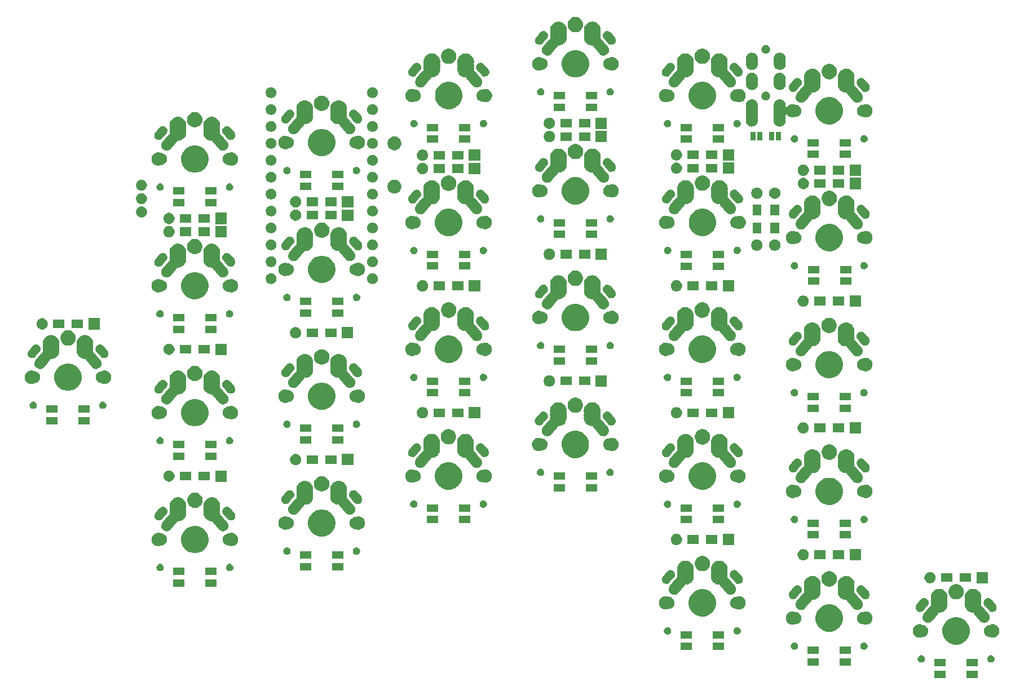
<source format=gbr>
G04 #@! TF.GenerationSoftware,KiCad,Pcbnew,(5.0.2)-1*
G04 #@! TF.CreationDate,2019-03-25T20:18:58+08:00*
G04 #@! TF.ProjectId,JiranSecondTry,4a697261-6e53-4656-936f-6e645472792e,rev?*
G04 #@! TF.SameCoordinates,Original*
G04 #@! TF.FileFunction,Soldermask,Bot*
G04 #@! TF.FilePolarity,Negative*
%FSLAX46Y46*%
G04 Gerber Fmt 4.6, Leading zero omitted, Abs format (unit mm)*
G04 Created by KiCad (PCBNEW (5.0.2)-1) date 25/03/2019 20:18:58*
%MOMM*%
%LPD*%
G01*
G04 APERTURE LIST*
%ADD10C,0.100000*%
G04 APERTURE END LIST*
D10*
G36*
X266801000Y-122751000D02*
X265099000Y-122751000D01*
X265099000Y-121649000D01*
X266801000Y-121649000D01*
X266801000Y-122751000D01*
X266801000Y-122751000D01*
G37*
G36*
X262001000Y-122751000D02*
X260299000Y-122751000D01*
X260299000Y-121649000D01*
X262001000Y-121649000D01*
X262001000Y-122751000D01*
X262001000Y-122751000D01*
G37*
G36*
X266801000Y-121001000D02*
X265099000Y-121001000D01*
X265099000Y-119899000D01*
X266801000Y-119899000D01*
X266801000Y-121001000D01*
X266801000Y-121001000D01*
G37*
G36*
X262001000Y-121001000D02*
X260299000Y-121001000D01*
X260299000Y-119899000D01*
X262001000Y-119899000D01*
X262001000Y-121001000D01*
X262001000Y-121001000D01*
G37*
G36*
X247751000Y-120851000D02*
X246049000Y-120851000D01*
X246049000Y-119749000D01*
X247751000Y-119749000D01*
X247751000Y-120851000D01*
X247751000Y-120851000D01*
G37*
G36*
X242951000Y-120851000D02*
X241249000Y-120851000D01*
X241249000Y-119749000D01*
X242951000Y-119749000D01*
X242951000Y-120851000D01*
X242951000Y-120851000D01*
G37*
G36*
X268920721Y-119330174D02*
X269020995Y-119371709D01*
X269111245Y-119432012D01*
X269187988Y-119508755D01*
X269248291Y-119599005D01*
X269289826Y-119699279D01*
X269311000Y-119805730D01*
X269311000Y-119914270D01*
X269289826Y-120020721D01*
X269248291Y-120120995D01*
X269187988Y-120211245D01*
X269111245Y-120287988D01*
X269020995Y-120348291D01*
X268920721Y-120389826D01*
X268814270Y-120411000D01*
X268705730Y-120411000D01*
X268599279Y-120389826D01*
X268499005Y-120348291D01*
X268408755Y-120287988D01*
X268332012Y-120211245D01*
X268271709Y-120120995D01*
X268230174Y-120020721D01*
X268209000Y-119914270D01*
X268209000Y-119805730D01*
X268230174Y-119699279D01*
X268271709Y-119599005D01*
X268332012Y-119508755D01*
X268408755Y-119432012D01*
X268499005Y-119371709D01*
X268599279Y-119330174D01*
X268705730Y-119309000D01*
X268814270Y-119309000D01*
X268920721Y-119330174D01*
X268920721Y-119330174D01*
G37*
G36*
X258480721Y-119330174D02*
X258580995Y-119371709D01*
X258671245Y-119432012D01*
X258747988Y-119508755D01*
X258808291Y-119599005D01*
X258849826Y-119699279D01*
X258871000Y-119805730D01*
X258871000Y-119914270D01*
X258849826Y-120020721D01*
X258808291Y-120120995D01*
X258747988Y-120211245D01*
X258671245Y-120287988D01*
X258580995Y-120348291D01*
X258480721Y-120389826D01*
X258374270Y-120411000D01*
X258265730Y-120411000D01*
X258159279Y-120389826D01*
X258059005Y-120348291D01*
X257968755Y-120287988D01*
X257892012Y-120211245D01*
X257831709Y-120120995D01*
X257790174Y-120020721D01*
X257769000Y-119914270D01*
X257769000Y-119805730D01*
X257790174Y-119699279D01*
X257831709Y-119599005D01*
X257892012Y-119508755D01*
X257968755Y-119432012D01*
X258059005Y-119371709D01*
X258159279Y-119330174D01*
X258265730Y-119309000D01*
X258374270Y-119309000D01*
X258480721Y-119330174D01*
X258480721Y-119330174D01*
G37*
G36*
X247751000Y-119101000D02*
X246049000Y-119101000D01*
X246049000Y-117999000D01*
X247751000Y-117999000D01*
X247751000Y-119101000D01*
X247751000Y-119101000D01*
G37*
G36*
X242951000Y-119101000D02*
X241249000Y-119101000D01*
X241249000Y-117999000D01*
X242951000Y-117999000D01*
X242951000Y-119101000D01*
X242951000Y-119101000D01*
G37*
G36*
X223876000Y-118551000D02*
X222174000Y-118551000D01*
X222174000Y-117449000D01*
X223876000Y-117449000D01*
X223876000Y-118551000D01*
X223876000Y-118551000D01*
G37*
G36*
X228676000Y-118551000D02*
X226974000Y-118551000D01*
X226974000Y-117449000D01*
X228676000Y-117449000D01*
X228676000Y-118551000D01*
X228676000Y-118551000D01*
G37*
G36*
X249860721Y-117410174D02*
X249960995Y-117451709D01*
X250051245Y-117512012D01*
X250127988Y-117588755D01*
X250188291Y-117679005D01*
X250229826Y-117779279D01*
X250251000Y-117885730D01*
X250251000Y-117994270D01*
X250229826Y-118100721D01*
X250188291Y-118200995D01*
X250127988Y-118291245D01*
X250051245Y-118367988D01*
X249960995Y-118428291D01*
X249860721Y-118469826D01*
X249754270Y-118491000D01*
X249645730Y-118491000D01*
X249539279Y-118469826D01*
X249439005Y-118428291D01*
X249348755Y-118367988D01*
X249272012Y-118291245D01*
X249211709Y-118200995D01*
X249170174Y-118100721D01*
X249149000Y-117994270D01*
X249149000Y-117885730D01*
X249170174Y-117779279D01*
X249211709Y-117679005D01*
X249272012Y-117588755D01*
X249348755Y-117512012D01*
X249439005Y-117451709D01*
X249539279Y-117410174D01*
X249645730Y-117389000D01*
X249754270Y-117389000D01*
X249860721Y-117410174D01*
X249860721Y-117410174D01*
G37*
G36*
X239420721Y-117410174D02*
X239520995Y-117451709D01*
X239611245Y-117512012D01*
X239687988Y-117588755D01*
X239748291Y-117679005D01*
X239789826Y-117779279D01*
X239811000Y-117885730D01*
X239811000Y-117994270D01*
X239789826Y-118100721D01*
X239748291Y-118200995D01*
X239687988Y-118291245D01*
X239611245Y-118367988D01*
X239520995Y-118428291D01*
X239420721Y-118469826D01*
X239314270Y-118491000D01*
X239205730Y-118491000D01*
X239099279Y-118469826D01*
X238999005Y-118428291D01*
X238908755Y-118367988D01*
X238832012Y-118291245D01*
X238771709Y-118200995D01*
X238730174Y-118100721D01*
X238709000Y-117994270D01*
X238709000Y-117885730D01*
X238730174Y-117779279D01*
X238771709Y-117679005D01*
X238832012Y-117588755D01*
X238908755Y-117512012D01*
X238999005Y-117451709D01*
X239099279Y-117410174D01*
X239205730Y-117389000D01*
X239314270Y-117389000D01*
X239420721Y-117410174D01*
X239420721Y-117410174D01*
G37*
G36*
X264138252Y-113687818D02*
X264138254Y-113687819D01*
X264138255Y-113687819D01*
X264511513Y-113842427D01*
X264720436Y-113982025D01*
X264847439Y-114066886D01*
X265133114Y-114352561D01*
X265133116Y-114352564D01*
X265357573Y-114688487D01*
X265506254Y-115047436D01*
X265512182Y-115061748D01*
X265591000Y-115457993D01*
X265591000Y-115862007D01*
X265516936Y-116234354D01*
X265512181Y-116258255D01*
X265357573Y-116631513D01*
X265357572Y-116631514D01*
X265133114Y-116967439D01*
X264847439Y-117253114D01*
X264847436Y-117253116D01*
X264511513Y-117477573D01*
X264138255Y-117632181D01*
X264138254Y-117632181D01*
X264138252Y-117632182D01*
X263742007Y-117711000D01*
X263337993Y-117711000D01*
X262941748Y-117632182D01*
X262941746Y-117632181D01*
X262941745Y-117632181D01*
X262568487Y-117477573D01*
X262232564Y-117253116D01*
X262232561Y-117253114D01*
X261946886Y-116967439D01*
X261722428Y-116631514D01*
X261722427Y-116631513D01*
X261567819Y-116258255D01*
X261563065Y-116234354D01*
X261489000Y-115862007D01*
X261489000Y-115457993D01*
X261567818Y-115061748D01*
X261573746Y-115047436D01*
X261722427Y-114688487D01*
X261946884Y-114352564D01*
X261946886Y-114352561D01*
X262232561Y-114066886D01*
X262359564Y-113982025D01*
X262568487Y-113842427D01*
X262941745Y-113687819D01*
X262941746Y-113687819D01*
X262941748Y-113687818D01*
X263337993Y-113609000D01*
X263742007Y-113609000D01*
X264138252Y-113687818D01*
X264138252Y-113687818D01*
G37*
G36*
X223876000Y-116801000D02*
X222174000Y-116801000D01*
X222174000Y-115699000D01*
X223876000Y-115699000D01*
X223876000Y-116801000D01*
X223876000Y-116801000D01*
G37*
G36*
X228676000Y-116801000D02*
X226974000Y-116801000D01*
X226974000Y-115699000D01*
X228676000Y-115699000D01*
X228676000Y-116801000D01*
X228676000Y-116801000D01*
G37*
G36*
X269331981Y-114697468D02*
X269514150Y-114772925D01*
X269678103Y-114882475D01*
X269817525Y-115021897D01*
X269927075Y-115185850D01*
X270002532Y-115368019D01*
X270041000Y-115561410D01*
X270041000Y-115758590D01*
X270002532Y-115951981D01*
X269927075Y-116134150D01*
X269817525Y-116298103D01*
X269678103Y-116437525D01*
X269514150Y-116547075D01*
X269331981Y-116622532D01*
X269138590Y-116661000D01*
X268941410Y-116661000D01*
X268748019Y-116622532D01*
X268622439Y-116570515D01*
X268598990Y-116563402D01*
X268574604Y-116561000D01*
X268531259Y-116561000D01*
X268357188Y-116526376D01*
X268193216Y-116458456D01*
X268045646Y-116359853D01*
X267920147Y-116234354D01*
X267821544Y-116086784D01*
X267753624Y-115922812D01*
X267719000Y-115748741D01*
X267719000Y-115571259D01*
X267753624Y-115397188D01*
X267821544Y-115233216D01*
X267920147Y-115085646D01*
X268045646Y-114960147D01*
X268193216Y-114861544D01*
X268357188Y-114793624D01*
X268531259Y-114759000D01*
X268574604Y-114759000D01*
X268598990Y-114756598D01*
X268622439Y-114749485D01*
X268748019Y-114697468D01*
X268941410Y-114659000D01*
X269138590Y-114659000D01*
X269331981Y-114697468D01*
X269331981Y-114697468D01*
G37*
G36*
X258331981Y-114697468D02*
X258457561Y-114749485D01*
X258481010Y-114756598D01*
X258505396Y-114759000D01*
X258548741Y-114759000D01*
X258722812Y-114793624D01*
X258886784Y-114861544D01*
X259034354Y-114960147D01*
X259159853Y-115085646D01*
X259258456Y-115233216D01*
X259326376Y-115397188D01*
X259361000Y-115571259D01*
X259361000Y-115748741D01*
X259326376Y-115922812D01*
X259258456Y-116086784D01*
X259159853Y-116234354D01*
X259034354Y-116359853D01*
X258886784Y-116458456D01*
X258722812Y-116526376D01*
X258548741Y-116561000D01*
X258505396Y-116561000D01*
X258481010Y-116563402D01*
X258457561Y-116570515D01*
X258331981Y-116622532D01*
X258138590Y-116661000D01*
X257941410Y-116661000D01*
X257748019Y-116622532D01*
X257565850Y-116547075D01*
X257401897Y-116437525D01*
X257262475Y-116298103D01*
X257152925Y-116134150D01*
X257077468Y-115951981D01*
X257039000Y-115758590D01*
X257039000Y-115561410D01*
X257077468Y-115368019D01*
X257152925Y-115185850D01*
X257262475Y-115021897D01*
X257401897Y-114882475D01*
X257565850Y-114772925D01*
X257748019Y-114697468D01*
X257941410Y-114659000D01*
X258138590Y-114659000D01*
X258331981Y-114697468D01*
X258331981Y-114697468D01*
G37*
G36*
X230820721Y-115120174D02*
X230920995Y-115161709D01*
X231011245Y-115222012D01*
X231087988Y-115298755D01*
X231148291Y-115389005D01*
X231189826Y-115489279D01*
X231211000Y-115595730D01*
X231211000Y-115704270D01*
X231189826Y-115810721D01*
X231148291Y-115910995D01*
X231087988Y-116001245D01*
X231011245Y-116077988D01*
X230920995Y-116138291D01*
X230820721Y-116179826D01*
X230714270Y-116201000D01*
X230605730Y-116201000D01*
X230499279Y-116179826D01*
X230399005Y-116138291D01*
X230308755Y-116077988D01*
X230232012Y-116001245D01*
X230171709Y-115910995D01*
X230130174Y-115810721D01*
X230109000Y-115704270D01*
X230109000Y-115595730D01*
X230130174Y-115489279D01*
X230171709Y-115389005D01*
X230232012Y-115298755D01*
X230308755Y-115222012D01*
X230399005Y-115161709D01*
X230499279Y-115120174D01*
X230605730Y-115099000D01*
X230714270Y-115099000D01*
X230820721Y-115120174D01*
X230820721Y-115120174D01*
G37*
G36*
X220380721Y-115120174D02*
X220480995Y-115161709D01*
X220571245Y-115222012D01*
X220647988Y-115298755D01*
X220708291Y-115389005D01*
X220749826Y-115489279D01*
X220771000Y-115595730D01*
X220771000Y-115704270D01*
X220749826Y-115810721D01*
X220708291Y-115910995D01*
X220647988Y-116001245D01*
X220571245Y-116077988D01*
X220480995Y-116138291D01*
X220380721Y-116179826D01*
X220274270Y-116201000D01*
X220165730Y-116201000D01*
X220059279Y-116179826D01*
X219959005Y-116138291D01*
X219868755Y-116077988D01*
X219792012Y-116001245D01*
X219731709Y-115910995D01*
X219690174Y-115810721D01*
X219669000Y-115704270D01*
X219669000Y-115595730D01*
X219690174Y-115489279D01*
X219731709Y-115389005D01*
X219792012Y-115298755D01*
X219868755Y-115222012D01*
X219959005Y-115161709D01*
X220059279Y-115120174D01*
X220165730Y-115099000D01*
X220274270Y-115099000D01*
X220380721Y-115120174D01*
X220380721Y-115120174D01*
G37*
G36*
X245078252Y-111767818D02*
X245078254Y-111767819D01*
X245078255Y-111767819D01*
X245451513Y-111922427D01*
X245764734Y-112131715D01*
X245787439Y-112146886D01*
X246073114Y-112432561D01*
X246073116Y-112432564D01*
X246297573Y-112768487D01*
X246452181Y-113141745D01*
X246452182Y-113141748D01*
X246531000Y-113537993D01*
X246531000Y-113942007D01*
X246454528Y-114326459D01*
X246452181Y-114338255D01*
X246297573Y-114711513D01*
X246131441Y-114960147D01*
X246073114Y-115047439D01*
X245787439Y-115333114D01*
X245787436Y-115333116D01*
X245451513Y-115557573D01*
X245078255Y-115712181D01*
X245078254Y-115712181D01*
X245078252Y-115712182D01*
X244682007Y-115791000D01*
X244277993Y-115791000D01*
X243881748Y-115712182D01*
X243881746Y-115712181D01*
X243881745Y-115712181D01*
X243508487Y-115557573D01*
X243172564Y-115333116D01*
X243172561Y-115333114D01*
X242886886Y-115047439D01*
X242828559Y-114960147D01*
X242662427Y-114711513D01*
X242507819Y-114338255D01*
X242505473Y-114326459D01*
X242429000Y-113942007D01*
X242429000Y-113537993D01*
X242507818Y-113141748D01*
X242507819Y-113141745D01*
X242662427Y-112768487D01*
X242886884Y-112432564D01*
X242886886Y-112432561D01*
X243172561Y-112146886D01*
X243195266Y-112131715D01*
X243508487Y-111922427D01*
X243881745Y-111767819D01*
X243881746Y-111767819D01*
X243881748Y-111767818D01*
X244277993Y-111689000D01*
X244682007Y-111689000D01*
X245078252Y-111767818D01*
X245078252Y-111767818D01*
G37*
G36*
X239271981Y-112777468D02*
X239397561Y-112829485D01*
X239421010Y-112836598D01*
X239445396Y-112839000D01*
X239488741Y-112839000D01*
X239662812Y-112873624D01*
X239826784Y-112941544D01*
X239974354Y-113040147D01*
X240099853Y-113165646D01*
X240198456Y-113313216D01*
X240266376Y-113477188D01*
X240301000Y-113651259D01*
X240301000Y-113828741D01*
X240266376Y-114002812D01*
X240198456Y-114166784D01*
X240099853Y-114314354D01*
X239974354Y-114439853D01*
X239826784Y-114538456D01*
X239662812Y-114606376D01*
X239488741Y-114641000D01*
X239445396Y-114641000D01*
X239421010Y-114643402D01*
X239397561Y-114650515D01*
X239271981Y-114702532D01*
X239078590Y-114741000D01*
X238881410Y-114741000D01*
X238688019Y-114702532D01*
X238505850Y-114627075D01*
X238341897Y-114517525D01*
X238202475Y-114378103D01*
X238092925Y-114214150D01*
X238017468Y-114031981D01*
X237979000Y-113838590D01*
X237979000Y-113641410D01*
X238017468Y-113448019D01*
X238092925Y-113265850D01*
X238202475Y-113101897D01*
X238341897Y-112962475D01*
X238505850Y-112852925D01*
X238688019Y-112777468D01*
X238881410Y-112739000D01*
X239078590Y-112739000D01*
X239271981Y-112777468D01*
X239271981Y-112777468D01*
G37*
G36*
X250271981Y-112777468D02*
X250454150Y-112852925D01*
X250618103Y-112962475D01*
X250757525Y-113101897D01*
X250867075Y-113265850D01*
X250942532Y-113448019D01*
X250981000Y-113641410D01*
X250981000Y-113838590D01*
X250942532Y-114031981D01*
X250867075Y-114214150D01*
X250757525Y-114378103D01*
X250618103Y-114517525D01*
X250454150Y-114627075D01*
X250271981Y-114702532D01*
X250078590Y-114741000D01*
X249881410Y-114741000D01*
X249688019Y-114702532D01*
X249562439Y-114650515D01*
X249538990Y-114643402D01*
X249514604Y-114641000D01*
X249471259Y-114641000D01*
X249297188Y-114606376D01*
X249133216Y-114538456D01*
X248985646Y-114439853D01*
X248860147Y-114314354D01*
X248761544Y-114166784D01*
X248693624Y-114002812D01*
X248659000Y-113828741D01*
X248659000Y-113651259D01*
X248693624Y-113477188D01*
X248761544Y-113313216D01*
X248860147Y-113165646D01*
X248985646Y-113040147D01*
X249133216Y-112941544D01*
X249297188Y-112873624D01*
X249471259Y-112839000D01*
X249514604Y-112839000D01*
X249538990Y-112836598D01*
X249562439Y-112829485D01*
X249688019Y-112777468D01*
X249881410Y-112739000D01*
X250078590Y-112739000D01*
X250271981Y-112777468D01*
X250271981Y-112777468D01*
G37*
G36*
X266263636Y-109341019D02*
X266444903Y-109377075D01*
X266672571Y-109471378D01*
X266790356Y-109550080D01*
X266877469Y-109608287D01*
X267051713Y-109782531D01*
X267051715Y-109782534D01*
X267188622Y-109987429D01*
X267282925Y-110215097D01*
X267292468Y-110263073D01*
X267331000Y-110456786D01*
X267331000Y-110703214D01*
X267302675Y-110845614D01*
X267300273Y-110870000D01*
X267302675Y-110894386D01*
X267326083Y-111012066D01*
X267331000Y-111036787D01*
X267331000Y-111283213D01*
X267315476Y-111361259D01*
X267310631Y-111385613D01*
X267308229Y-111410000D01*
X267310631Y-111434387D01*
X267331000Y-111536787D01*
X267331000Y-111783215D01*
X267326103Y-111807835D01*
X267323701Y-111832221D01*
X267326103Y-111856607D01*
X267333216Y-111880056D01*
X267344768Y-111901667D01*
X267360313Y-111920609D01*
X267380392Y-111936905D01*
X267467772Y-111993922D01*
X267554930Y-112079198D01*
X267912736Y-112505615D01*
X268410574Y-113098915D01*
X268456220Y-113165643D01*
X268479423Y-113199562D01*
X268543323Y-113349192D01*
X268558670Y-113422181D01*
X268576804Y-113508419D01*
X268578579Y-113671117D01*
X268548579Y-113831035D01*
X268487957Y-113982027D01*
X268399042Y-114118292D01*
X268342147Y-114176442D01*
X268285251Y-114234594D01*
X268150958Y-114326459D01*
X268001327Y-114390359D01*
X267885767Y-114414658D01*
X267842100Y-114423840D01*
X267679402Y-114425615D01*
X267679401Y-114425615D01*
X267642473Y-114418687D01*
X267519484Y-114395615D01*
X267412249Y-114352561D01*
X267368494Y-114334994D01*
X267368492Y-114334993D01*
X267232227Y-114246078D01*
X267145068Y-114160800D01*
X266289426Y-113141084D01*
X266220579Y-113040440D01*
X266220577Y-113040437D01*
X266197717Y-112986908D01*
X266185931Y-112965424D01*
X266170180Y-112946653D01*
X266151069Y-112931315D01*
X266129334Y-112920000D01*
X266105809Y-112913143D01*
X266082761Y-112911000D01*
X265956786Y-112911000D01*
X265855260Y-112890805D01*
X265715097Y-112862925D01*
X265487429Y-112768622D01*
X265282534Y-112631715D01*
X265282531Y-112631713D01*
X265108287Y-112457469D01*
X265094961Y-112437525D01*
X264971378Y-112252571D01*
X264877075Y-112024903D01*
X264838505Y-111831000D01*
X264829000Y-111783214D01*
X264829000Y-111536787D01*
X264849369Y-111434387D01*
X264851771Y-111410000D01*
X264849369Y-111385613D01*
X264844525Y-111361259D01*
X264829000Y-111283213D01*
X264829000Y-111036787D01*
X264833917Y-111012066D01*
X264857325Y-110894386D01*
X264859727Y-110870000D01*
X264857325Y-110845614D01*
X264829000Y-110703214D01*
X264829000Y-110456786D01*
X264867532Y-110263073D01*
X264877075Y-110215097D01*
X264971378Y-109987429D01*
X265108285Y-109782534D01*
X265108287Y-109782531D01*
X265282531Y-109608287D01*
X265369644Y-109550080D01*
X265487429Y-109471378D01*
X265715097Y-109377075D01*
X265896364Y-109341019D01*
X265956786Y-109329000D01*
X266203214Y-109329000D01*
X266263636Y-109341019D01*
X266263636Y-109341019D01*
G37*
G36*
X261183636Y-109341019D02*
X261364903Y-109377075D01*
X261592571Y-109471378D01*
X261710356Y-109550080D01*
X261797469Y-109608287D01*
X261971713Y-109782531D01*
X261971715Y-109782534D01*
X262108622Y-109987429D01*
X262202925Y-110215097D01*
X262212468Y-110263073D01*
X262251000Y-110456786D01*
X262251000Y-110703214D01*
X262222675Y-110845614D01*
X262220273Y-110870000D01*
X262222675Y-110894386D01*
X262246083Y-111012066D01*
X262251000Y-111036787D01*
X262251000Y-111283213D01*
X262235476Y-111361259D01*
X262230631Y-111385613D01*
X262228229Y-111410000D01*
X262230631Y-111434387D01*
X262251000Y-111536787D01*
X262251000Y-111783214D01*
X262241495Y-111831000D01*
X262202925Y-112024903D01*
X262108622Y-112252571D01*
X261985039Y-112437525D01*
X261971713Y-112457469D01*
X261797469Y-112631713D01*
X261797466Y-112631715D01*
X261592571Y-112768622D01*
X261364903Y-112862925D01*
X261224740Y-112890805D01*
X261123214Y-112911000D01*
X260997239Y-112911000D01*
X260972853Y-112913402D01*
X260949404Y-112920515D01*
X260927793Y-112932066D01*
X260908851Y-112947612D01*
X260893305Y-112966554D01*
X260882284Y-112986904D01*
X260859545Y-113040150D01*
X260859420Y-113040443D01*
X260857591Y-113043116D01*
X260790574Y-113141085D01*
X260397946Y-113609000D01*
X259934930Y-114160802D01*
X259859511Y-114234592D01*
X259847772Y-114246078D01*
X259711507Y-114334993D01*
X259711505Y-114334994D01*
X259667750Y-114352561D01*
X259560515Y-114395615D01*
X259437526Y-114418687D01*
X259400598Y-114425615D01*
X259400597Y-114425615D01*
X259237900Y-114423840D01*
X259194233Y-114414658D01*
X259078673Y-114390359D01*
X258929042Y-114326459D01*
X258794749Y-114234594D01*
X258737853Y-114176442D01*
X258680958Y-114118292D01*
X258592043Y-113982027D01*
X258531421Y-113831035D01*
X258501421Y-113671117D01*
X258503196Y-113508420D01*
X258536677Y-113349195D01*
X258536677Y-113349193D01*
X258600577Y-113199563D01*
X258600580Y-113199559D01*
X258669426Y-113098916D01*
X259525068Y-112079200D01*
X259612227Y-111993922D01*
X259612228Y-111993921D01*
X259699607Y-111936905D01*
X259718718Y-111921567D01*
X259734469Y-111902796D01*
X259746255Y-111881312D01*
X259753624Y-111857942D01*
X259756292Y-111833584D01*
X259753897Y-111807835D01*
X259749000Y-111783215D01*
X259749000Y-111536787D01*
X259769369Y-111434387D01*
X259771771Y-111410000D01*
X259769369Y-111385613D01*
X259764525Y-111361259D01*
X259749000Y-111283213D01*
X259749000Y-111036787D01*
X259753917Y-111012066D01*
X259777325Y-110894386D01*
X259779727Y-110870000D01*
X259777325Y-110845614D01*
X259749000Y-110703214D01*
X259749000Y-110456786D01*
X259787532Y-110263073D01*
X259797075Y-110215097D01*
X259891378Y-109987429D01*
X260028285Y-109782534D01*
X260028287Y-109782531D01*
X260202531Y-109608287D01*
X260289644Y-109550080D01*
X260407429Y-109471378D01*
X260635097Y-109377075D01*
X260816364Y-109341019D01*
X260876786Y-109329000D01*
X261123214Y-109329000D01*
X261183636Y-109341019D01*
X261183636Y-109341019D01*
G37*
G36*
X226038252Y-109477818D02*
X226038254Y-109477819D01*
X226038255Y-109477819D01*
X226411513Y-109632427D01*
X226711049Y-109832571D01*
X226747439Y-109856886D01*
X227033114Y-110142561D01*
X227033116Y-110142564D01*
X227257573Y-110478487D01*
X227409641Y-110845614D01*
X227412182Y-110851748D01*
X227491000Y-111247993D01*
X227491000Y-111652007D01*
X227416936Y-112024354D01*
X227412181Y-112048255D01*
X227257573Y-112421513D01*
X227117120Y-112631715D01*
X227033114Y-112757439D01*
X226747439Y-113043114D01*
X226747436Y-113043116D01*
X226411513Y-113267573D01*
X226038255Y-113422181D01*
X226038254Y-113422181D01*
X226038252Y-113422182D01*
X225642007Y-113501000D01*
X225237993Y-113501000D01*
X224841748Y-113422182D01*
X224841746Y-113422181D01*
X224841745Y-113422181D01*
X224468487Y-113267573D01*
X224132564Y-113043116D01*
X224132561Y-113043114D01*
X223846886Y-112757439D01*
X223762880Y-112631715D01*
X223622427Y-112421513D01*
X223467819Y-112048255D01*
X223463065Y-112024354D01*
X223389000Y-111652007D01*
X223389000Y-111247993D01*
X223467818Y-110851748D01*
X223470359Y-110845614D01*
X223622427Y-110478487D01*
X223846884Y-110142564D01*
X223846886Y-110142561D01*
X224132561Y-109856886D01*
X224168951Y-109832571D01*
X224468487Y-109632427D01*
X224841745Y-109477819D01*
X224841746Y-109477819D01*
X224841748Y-109477818D01*
X225237993Y-109399000D01*
X225642007Y-109399000D01*
X226038252Y-109477818D01*
X226038252Y-109477818D01*
G37*
G36*
X268524754Y-110743996D02*
X268614437Y-110780003D01*
X268648326Y-110793609D01*
X268648330Y-110793611D01*
X268759847Y-110866377D01*
X268831173Y-110936164D01*
X268831178Y-110936170D01*
X268831180Y-110936172D01*
X269484511Y-111714780D01*
X269484513Y-111714783D01*
X269484517Y-111714788D01*
X269540859Y-111797151D01*
X269593155Y-111919608D01*
X269620556Y-112049920D01*
X269622010Y-112183074D01*
X269597457Y-112313950D01*
X269547844Y-112437522D01*
X269547843Y-112437523D01*
X269475076Y-112549042D01*
X269381950Y-112644222D01*
X269368207Y-112653623D01*
X269272045Y-112719405D01*
X269149585Y-112771702D01*
X269019275Y-112799103D01*
X268886120Y-112800557D01*
X268755243Y-112776004D01*
X268631673Y-112726392D01*
X268631670Y-112726390D01*
X268520153Y-112653623D01*
X268520151Y-112653622D01*
X268448823Y-112583833D01*
X268448819Y-112583829D01*
X267905986Y-111936905D01*
X267795487Y-111805217D01*
X267739142Y-111722850D01*
X267686845Y-111600390D01*
X267659444Y-111470080D01*
X267657991Y-111336925D01*
X267682543Y-111206051D01*
X267732158Y-111082475D01*
X267804924Y-110970958D01*
X267898049Y-110875779D01*
X267898248Y-110875643D01*
X268007955Y-110800595D01*
X268024316Y-110793608D01*
X268130415Y-110748298D01*
X268260725Y-110720897D01*
X268393880Y-110719444D01*
X268524754Y-110743996D01*
X268524754Y-110743996D01*
G37*
G36*
X258819275Y-110720897D02*
X258929126Y-110743996D01*
X258949585Y-110748298D01*
X259072045Y-110800595D01*
X259181950Y-110875778D01*
X259275076Y-110970958D01*
X259289552Y-110993143D01*
X259347844Y-111082478D01*
X259397457Y-111206050D01*
X259422010Y-111336926D01*
X259420556Y-111470080D01*
X259393155Y-111600392D01*
X259340859Y-111722849D01*
X259284517Y-111805212D01*
X259284514Y-111805215D01*
X259284511Y-111805220D01*
X258660369Y-112549042D01*
X258631173Y-112583836D01*
X258582240Y-112631713D01*
X258559847Y-112653623D01*
X258448328Y-112726390D01*
X258417725Y-112738677D01*
X258324754Y-112776004D01*
X258193880Y-112800556D01*
X258060725Y-112799103D01*
X257930415Y-112771702D01*
X257807955Y-112719405D01*
X257711793Y-112653623D01*
X257698050Y-112644222D01*
X257604924Y-112549042D01*
X257532158Y-112437525D01*
X257523112Y-112414993D01*
X257487413Y-112326078D01*
X257482543Y-112313949D01*
X257457991Y-112183075D01*
X257459444Y-112049920D01*
X257486845Y-111919610D01*
X257539142Y-111797150D01*
X257595487Y-111714783D01*
X257900393Y-111351410D01*
X258248819Y-110936171D01*
X258274545Y-110911000D01*
X258320151Y-110866378D01*
X258403640Y-110811900D01*
X258431671Y-110793609D01*
X258431673Y-110793608D01*
X258555243Y-110743996D01*
X258686120Y-110719443D01*
X258819275Y-110720897D01*
X258819275Y-110720897D01*
G37*
G36*
X242123636Y-107421019D02*
X242304903Y-107457075D01*
X242532571Y-107551378D01*
X242710184Y-107670056D01*
X242737469Y-107688287D01*
X242911713Y-107862531D01*
X242911715Y-107862534D01*
X243048622Y-108067429D01*
X243142925Y-108295097D01*
X243177376Y-108468296D01*
X243191000Y-108536786D01*
X243191000Y-108783214D01*
X243162675Y-108925614D01*
X243160273Y-108950000D01*
X243162675Y-108974386D01*
X243172997Y-109026280D01*
X243191000Y-109116787D01*
X243191000Y-109363213D01*
X243171526Y-109461118D01*
X243170631Y-109465613D01*
X243168229Y-109490000D01*
X243170631Y-109514387D01*
X243191000Y-109616787D01*
X243191000Y-109863214D01*
X243182034Y-109908290D01*
X243142925Y-110104903D01*
X243048622Y-110332571D01*
X242925039Y-110517525D01*
X242911713Y-110537469D01*
X242737469Y-110711713D01*
X242737466Y-110711715D01*
X242532571Y-110848622D01*
X242304903Y-110942925D01*
X242164740Y-110970805D01*
X242063214Y-110991000D01*
X241937239Y-110991000D01*
X241912853Y-110993402D01*
X241889404Y-111000515D01*
X241867793Y-111012066D01*
X241848851Y-111027612D01*
X241833305Y-111046554D01*
X241822284Y-111066904D01*
X241799421Y-111120441D01*
X241730574Y-111221085D01*
X241337946Y-111689000D01*
X240874930Y-112240802D01*
X240800169Y-112313949D01*
X240787772Y-112326078D01*
X240651507Y-112414993D01*
X240500515Y-112475615D01*
X240377526Y-112498687D01*
X240340598Y-112505615D01*
X240340597Y-112505615D01*
X240177900Y-112503840D01*
X240134233Y-112494658D01*
X240018673Y-112470359D01*
X239869042Y-112406459D01*
X239734749Y-112314594D01*
X239662549Y-112240800D01*
X239620958Y-112198292D01*
X239532043Y-112062027D01*
X239527183Y-112049921D01*
X239471422Y-111911037D01*
X239471421Y-111911035D01*
X239441421Y-111751117D01*
X239443196Y-111588420D01*
X239476677Y-111429195D01*
X239476677Y-111429193D01*
X239540577Y-111279563D01*
X239580580Y-111221085D01*
X239609426Y-111178916D01*
X240465068Y-110159200D01*
X240500030Y-110124993D01*
X240552228Y-110073921D01*
X240639607Y-110016905D01*
X240658718Y-110001567D01*
X240674469Y-109982796D01*
X240686255Y-109961312D01*
X240693624Y-109937942D01*
X240696292Y-109913584D01*
X240693897Y-109887835D01*
X240689000Y-109863215D01*
X240689000Y-109616787D01*
X240709369Y-109514387D01*
X240711771Y-109490000D01*
X240709369Y-109465613D01*
X240708475Y-109461118D01*
X240689000Y-109363213D01*
X240689000Y-109116787D01*
X240707003Y-109026280D01*
X240717325Y-108974386D01*
X240719727Y-108950000D01*
X240717325Y-108925614D01*
X240689000Y-108783214D01*
X240689000Y-108536786D01*
X240702624Y-108468296D01*
X240737075Y-108295097D01*
X240831378Y-108067429D01*
X240968285Y-107862534D01*
X240968287Y-107862531D01*
X241142531Y-107688287D01*
X241169816Y-107670056D01*
X241347429Y-107551378D01*
X241575097Y-107457075D01*
X241756364Y-107421019D01*
X241816786Y-107409000D01*
X242063214Y-107409000D01*
X242123636Y-107421019D01*
X242123636Y-107421019D01*
G37*
G36*
X247203636Y-107421019D02*
X247384903Y-107457075D01*
X247612571Y-107551378D01*
X247790184Y-107670056D01*
X247817469Y-107688287D01*
X247991713Y-107862531D01*
X247991715Y-107862534D01*
X248128622Y-108067429D01*
X248222925Y-108295097D01*
X248257376Y-108468296D01*
X248271000Y-108536786D01*
X248271000Y-108783214D01*
X248242675Y-108925614D01*
X248240273Y-108950000D01*
X248242675Y-108974386D01*
X248252997Y-109026280D01*
X248271000Y-109116787D01*
X248271000Y-109363213D01*
X248251526Y-109461118D01*
X248250631Y-109465613D01*
X248248229Y-109490000D01*
X248250631Y-109514387D01*
X248271000Y-109616787D01*
X248271000Y-109863215D01*
X248266103Y-109887835D01*
X248263701Y-109912221D01*
X248266103Y-109936607D01*
X248273216Y-109960056D01*
X248284768Y-109981667D01*
X248300313Y-110000609D01*
X248320392Y-110016905D01*
X248407772Y-110073922D01*
X248494930Y-110159198D01*
X248775627Y-110493720D01*
X249350574Y-111178915D01*
X249419421Y-111279559D01*
X249419423Y-111279562D01*
X249483323Y-111429192D01*
X249503448Y-111524903D01*
X249516804Y-111588419D01*
X249518579Y-111751117D01*
X249488579Y-111911035D01*
X249488578Y-111911037D01*
X249432818Y-112049921D01*
X249427957Y-112062027D01*
X249339042Y-112198292D01*
X249297451Y-112240800D01*
X249225251Y-112314594D01*
X249090958Y-112406459D01*
X248941327Y-112470359D01*
X248825767Y-112494658D01*
X248782100Y-112503840D01*
X248619402Y-112505615D01*
X248619401Y-112505615D01*
X248582473Y-112498687D01*
X248459484Y-112475615D01*
X248308492Y-112414993D01*
X248172227Y-112326078D01*
X248085068Y-112240800D01*
X247229426Y-111221084D01*
X247160579Y-111120440D01*
X247160577Y-111120437D01*
X247137717Y-111066908D01*
X247125931Y-111045424D01*
X247110180Y-111026653D01*
X247091069Y-111011315D01*
X247069334Y-111000000D01*
X247045809Y-110993143D01*
X247022761Y-110991000D01*
X246896786Y-110991000D01*
X246795260Y-110970805D01*
X246655097Y-110942925D01*
X246427429Y-110848622D01*
X246222534Y-110711715D01*
X246222531Y-110711713D01*
X246048287Y-110537469D01*
X246034961Y-110517525D01*
X245911378Y-110332571D01*
X245817075Y-110104903D01*
X245777966Y-109908290D01*
X245769000Y-109863214D01*
X245769000Y-109616787D01*
X245789369Y-109514387D01*
X245791771Y-109490000D01*
X245789369Y-109465613D01*
X245788475Y-109461118D01*
X245769000Y-109363213D01*
X245769000Y-109116787D01*
X245787003Y-109026280D01*
X245797325Y-108974386D01*
X245799727Y-108950000D01*
X245797325Y-108925614D01*
X245769000Y-108783214D01*
X245769000Y-108536786D01*
X245782624Y-108468296D01*
X245817075Y-108295097D01*
X245911378Y-108067429D01*
X246048285Y-107862534D01*
X246048287Y-107862531D01*
X246222531Y-107688287D01*
X246249816Y-107670056D01*
X246427429Y-107551378D01*
X246655097Y-107457075D01*
X246836364Y-107421019D01*
X246896786Y-107409000D01*
X247143214Y-107409000D01*
X247203636Y-107421019D01*
X247203636Y-107421019D01*
G37*
G36*
X231231981Y-110487468D02*
X231414150Y-110562925D01*
X231578103Y-110672475D01*
X231717525Y-110811897D01*
X231827075Y-110975850D01*
X231902532Y-111158019D01*
X231941000Y-111351410D01*
X231941000Y-111548590D01*
X231902532Y-111741981D01*
X231827075Y-111924150D01*
X231717525Y-112088103D01*
X231578103Y-112227525D01*
X231414150Y-112337075D01*
X231246647Y-112406457D01*
X231231981Y-112412532D01*
X231038590Y-112451000D01*
X230841410Y-112451000D01*
X230648019Y-112412532D01*
X230639408Y-112408965D01*
X230522439Y-112360515D01*
X230498990Y-112353402D01*
X230474604Y-112351000D01*
X230431259Y-112351000D01*
X230257188Y-112316376D01*
X230093216Y-112248456D01*
X229945646Y-112149853D01*
X229820147Y-112024354D01*
X229721544Y-111876784D01*
X229653624Y-111712812D01*
X229619000Y-111538741D01*
X229619000Y-111361259D01*
X229653624Y-111187188D01*
X229721544Y-111023216D01*
X229820147Y-110875646D01*
X229945646Y-110750147D01*
X230093216Y-110651544D01*
X230257188Y-110583624D01*
X230431259Y-110549000D01*
X230474604Y-110549000D01*
X230498990Y-110546598D01*
X230522439Y-110539485D01*
X230648019Y-110487468D01*
X230841410Y-110449000D01*
X231038590Y-110449000D01*
X231231981Y-110487468D01*
X231231981Y-110487468D01*
G37*
G36*
X220231981Y-110487468D02*
X220357561Y-110539485D01*
X220381010Y-110546598D01*
X220405396Y-110549000D01*
X220448741Y-110549000D01*
X220622812Y-110583624D01*
X220786784Y-110651544D01*
X220934354Y-110750147D01*
X221059853Y-110875646D01*
X221158456Y-111023216D01*
X221226376Y-111187188D01*
X221261000Y-111361259D01*
X221261000Y-111538741D01*
X221226376Y-111712812D01*
X221158456Y-111876784D01*
X221059853Y-112024354D01*
X220934354Y-112149853D01*
X220786784Y-112248456D01*
X220622812Y-112316376D01*
X220448741Y-112351000D01*
X220405396Y-112351000D01*
X220381010Y-112353402D01*
X220357561Y-112360515D01*
X220231981Y-112412532D01*
X220038590Y-112451000D01*
X219841410Y-112451000D01*
X219648019Y-112412532D01*
X219465850Y-112337075D01*
X219301897Y-112227525D01*
X219162475Y-112088103D01*
X219052925Y-111924150D01*
X218977468Y-111741981D01*
X218939000Y-111548590D01*
X218939000Y-111351410D01*
X218977468Y-111158019D01*
X219052925Y-110975850D01*
X219162475Y-110811897D01*
X219301897Y-110672475D01*
X219465850Y-110562925D01*
X219648019Y-110487468D01*
X219841410Y-110449000D01*
X220038590Y-110449000D01*
X220231981Y-110487468D01*
X220231981Y-110487468D01*
G37*
G36*
X263875734Y-108653232D02*
X264085202Y-108739996D01*
X264273723Y-108865962D01*
X264434038Y-109026277D01*
X264560004Y-109214798D01*
X264646768Y-109424266D01*
X264691000Y-109646635D01*
X264691000Y-109873365D01*
X264646768Y-110095734D01*
X264560004Y-110305202D01*
X264434038Y-110493723D01*
X264273723Y-110654038D01*
X264085202Y-110780004D01*
X263875734Y-110866768D01*
X263653365Y-110911000D01*
X263426635Y-110911000D01*
X263204266Y-110866768D01*
X262994798Y-110780004D01*
X262806277Y-110654038D01*
X262645962Y-110493723D01*
X262519996Y-110305202D01*
X262433232Y-110095734D01*
X262389000Y-109873365D01*
X262389000Y-109646635D01*
X262433232Y-109424266D01*
X262519996Y-109214798D01*
X262645962Y-109026277D01*
X262806277Y-108865962D01*
X262994798Y-108739996D01*
X263204266Y-108653232D01*
X263426635Y-108609000D01*
X263653365Y-108609000D01*
X263875734Y-108653232D01*
X263875734Y-108653232D01*
G37*
G36*
X249464754Y-108823996D02*
X249554437Y-108860003D01*
X249588326Y-108873609D01*
X249588330Y-108873611D01*
X249699847Y-108946377D01*
X249771173Y-109016164D01*
X249771178Y-109016170D01*
X249771180Y-109016172D01*
X250424511Y-109794780D01*
X250424513Y-109794783D01*
X250424517Y-109794788D01*
X250480859Y-109877151D01*
X250533155Y-109999608D01*
X250560556Y-110129920D01*
X250562010Y-110263074D01*
X250537457Y-110393950D01*
X250487844Y-110517522D01*
X250467304Y-110549000D01*
X250415076Y-110629042D01*
X250321950Y-110724222D01*
X250240407Y-110780003D01*
X250212045Y-110799405D01*
X250089585Y-110851702D01*
X249959275Y-110879103D01*
X249826120Y-110880557D01*
X249695243Y-110856004D01*
X249571673Y-110806392D01*
X249571670Y-110806390D01*
X249485476Y-110750147D01*
X249460151Y-110733622D01*
X249388823Y-110663833D01*
X249388819Y-110663829D01*
X248862074Y-110036078D01*
X248735487Y-109885217D01*
X248679142Y-109802850D01*
X248626845Y-109680390D01*
X248599444Y-109550080D01*
X248597991Y-109416925D01*
X248622543Y-109286051D01*
X248672158Y-109162475D01*
X248744924Y-109050958D01*
X248838049Y-108955779D01*
X248846497Y-108950000D01*
X248947955Y-108880595D01*
X248982225Y-108865960D01*
X249070415Y-108828298D01*
X249200725Y-108800897D01*
X249333880Y-108799444D01*
X249464754Y-108823996D01*
X249464754Y-108823996D01*
G37*
G36*
X239759275Y-108800897D02*
X239869126Y-108823996D01*
X239889585Y-108828298D01*
X240012045Y-108880595D01*
X240113504Y-108950000D01*
X240121951Y-108955779D01*
X240215075Y-109050957D01*
X240287844Y-109162478D01*
X240337457Y-109286050D01*
X240362010Y-109416926D01*
X240360556Y-109550080D01*
X240333155Y-109680392D01*
X240280859Y-109802849D01*
X240224517Y-109885212D01*
X240224514Y-109885215D01*
X240224511Y-109885220D01*
X239579395Y-110654038D01*
X239571173Y-110663836D01*
X239499847Y-110733623D01*
X239397210Y-110800595D01*
X239388328Y-110806390D01*
X239374604Y-110811900D01*
X239264754Y-110856004D01*
X239133880Y-110880556D01*
X239000725Y-110879103D01*
X238870415Y-110851702D01*
X238747955Y-110799405D01*
X238719593Y-110780003D01*
X238638050Y-110724222D01*
X238544924Y-110629042D01*
X238501782Y-110562925D01*
X238472158Y-110517525D01*
X238422543Y-110393949D01*
X238397991Y-110263075D01*
X238399444Y-110129920D01*
X238426845Y-109999610D01*
X238479142Y-109877150D01*
X238535487Y-109794783D01*
X238846387Y-109424266D01*
X239188819Y-109016171D01*
X239216018Y-108989559D01*
X239260151Y-108946378D01*
X239315912Y-108909993D01*
X239371671Y-108873609D01*
X239371673Y-108873608D01*
X239495243Y-108823996D01*
X239626120Y-108799443D01*
X239759275Y-108800897D01*
X239759275Y-108800897D01*
G37*
G36*
X228163636Y-105131019D02*
X228344903Y-105167075D01*
X228572571Y-105261378D01*
X228776542Y-105397668D01*
X228777469Y-105398287D01*
X228951713Y-105572531D01*
X228951715Y-105572534D01*
X229088622Y-105777429D01*
X229182925Y-106005097D01*
X229196975Y-106075731D01*
X229231000Y-106246786D01*
X229231000Y-106493214D01*
X229202675Y-106635614D01*
X229200273Y-106660000D01*
X229202675Y-106684386D01*
X229231000Y-106826786D01*
X229231000Y-107073213D01*
X229220316Y-107126927D01*
X229210631Y-107175613D01*
X229208229Y-107200000D01*
X229210631Y-107224383D01*
X229217731Y-107260078D01*
X229231000Y-107326787D01*
X229231000Y-107573215D01*
X229226103Y-107597835D01*
X229223701Y-107622221D01*
X229226103Y-107646607D01*
X229233216Y-107670056D01*
X229244768Y-107691667D01*
X229260313Y-107710609D01*
X229280392Y-107726905D01*
X229367772Y-107783922D01*
X229454930Y-107869198D01*
X229755599Y-108227522D01*
X230310574Y-108888915D01*
X230356313Y-108955779D01*
X230379423Y-108989562D01*
X230443323Y-109139192D01*
X230459221Y-109214798D01*
X230476804Y-109298419D01*
X230478579Y-109461117D01*
X230448579Y-109621035D01*
X230387957Y-109772027D01*
X230299042Y-109908292D01*
X230257451Y-109950800D01*
X230185251Y-110024594D01*
X230050958Y-110116459D01*
X229901327Y-110180359D01*
X229799796Y-110201708D01*
X229742100Y-110213840D01*
X229579402Y-110215615D01*
X229579401Y-110215615D01*
X229542473Y-110208687D01*
X229419484Y-110185615D01*
X229312249Y-110142561D01*
X229268494Y-110124994D01*
X229268492Y-110124993D01*
X229132227Y-110036078D01*
X229082505Y-109987429D01*
X229045070Y-109950802D01*
X229027314Y-109929641D01*
X228189426Y-108931084D01*
X228120579Y-108830440D01*
X228120577Y-108830437D01*
X228097717Y-108776908D01*
X228085931Y-108755424D01*
X228070180Y-108736653D01*
X228051069Y-108721315D01*
X228029334Y-108710000D01*
X228005809Y-108703143D01*
X227982761Y-108701000D01*
X227856786Y-108701000D01*
X227755260Y-108680805D01*
X227615097Y-108652925D01*
X227387429Y-108558622D01*
X227182534Y-108421715D01*
X227182531Y-108421713D01*
X227008287Y-108247469D01*
X226994961Y-108227525D01*
X226871378Y-108042571D01*
X226777075Y-107814903D01*
X226738505Y-107621000D01*
X226729000Y-107573214D01*
X226729000Y-107326787D01*
X226742269Y-107260078D01*
X226749369Y-107224383D01*
X226751771Y-107200000D01*
X226749369Y-107175613D01*
X226739685Y-107126927D01*
X226729000Y-107073213D01*
X226729000Y-106826786D01*
X226757325Y-106684386D01*
X226759727Y-106660000D01*
X226757325Y-106635614D01*
X226729000Y-106493214D01*
X226729000Y-106246786D01*
X226763025Y-106075731D01*
X226777075Y-106005097D01*
X226871378Y-105777429D01*
X227008285Y-105572534D01*
X227008287Y-105572531D01*
X227182531Y-105398287D01*
X227183458Y-105397668D01*
X227387429Y-105261378D01*
X227615097Y-105167075D01*
X227796364Y-105131019D01*
X227856786Y-105119000D01*
X228103214Y-105119000D01*
X228163636Y-105131019D01*
X228163636Y-105131019D01*
G37*
G36*
X223083636Y-105131019D02*
X223264903Y-105167075D01*
X223492571Y-105261378D01*
X223696542Y-105397668D01*
X223697469Y-105398287D01*
X223871713Y-105572531D01*
X223871715Y-105572534D01*
X224008622Y-105777429D01*
X224102925Y-106005097D01*
X224116975Y-106075731D01*
X224151000Y-106246786D01*
X224151000Y-106493214D01*
X224122675Y-106635614D01*
X224120273Y-106660000D01*
X224122675Y-106684386D01*
X224151000Y-106826786D01*
X224151000Y-107073213D01*
X224140316Y-107126927D01*
X224130631Y-107175613D01*
X224128229Y-107200000D01*
X224130631Y-107224383D01*
X224137731Y-107260078D01*
X224151000Y-107326787D01*
X224151000Y-107573214D01*
X224141495Y-107621000D01*
X224102925Y-107814903D01*
X224008622Y-108042571D01*
X223885039Y-108227525D01*
X223871713Y-108247469D01*
X223697469Y-108421713D01*
X223697466Y-108421715D01*
X223492571Y-108558622D01*
X223264903Y-108652925D01*
X223124740Y-108680805D01*
X223023214Y-108701000D01*
X222897239Y-108701000D01*
X222872853Y-108703402D01*
X222849404Y-108710515D01*
X222827793Y-108722066D01*
X222808851Y-108737612D01*
X222793305Y-108756554D01*
X222782284Y-108776904D01*
X222759421Y-108830441D01*
X222690574Y-108931085D01*
X222282905Y-109416926D01*
X221834930Y-109950802D01*
X221767368Y-110016905D01*
X221747772Y-110036078D01*
X221611507Y-110124993D01*
X221611505Y-110124994D01*
X221567750Y-110142561D01*
X221460515Y-110185615D01*
X221337526Y-110208687D01*
X221300598Y-110215615D01*
X221300597Y-110215615D01*
X221137900Y-110213840D01*
X221080204Y-110201708D01*
X220978673Y-110180359D01*
X220829042Y-110116459D01*
X220694749Y-110024594D01*
X220622549Y-109950800D01*
X220580958Y-109908292D01*
X220492043Y-109772027D01*
X220431421Y-109621035D01*
X220401421Y-109461117D01*
X220403196Y-109298420D01*
X220412837Y-109252571D01*
X220436677Y-109139193D01*
X220500577Y-108989563D01*
X220510959Y-108974386D01*
X220569426Y-108888916D01*
X221425068Y-107869200D01*
X221512227Y-107783922D01*
X221512228Y-107783921D01*
X221599607Y-107726905D01*
X221618718Y-107711567D01*
X221634469Y-107692796D01*
X221646255Y-107671312D01*
X221653624Y-107647942D01*
X221656292Y-107623584D01*
X221653897Y-107597835D01*
X221649000Y-107573215D01*
X221649000Y-107326787D01*
X221662269Y-107260078D01*
X221669369Y-107224383D01*
X221671771Y-107200000D01*
X221669369Y-107175613D01*
X221659685Y-107126927D01*
X221649000Y-107073213D01*
X221649000Y-106826786D01*
X221677325Y-106684386D01*
X221679727Y-106660000D01*
X221677325Y-106635614D01*
X221649000Y-106493214D01*
X221649000Y-106246786D01*
X221683025Y-106075731D01*
X221697075Y-106005097D01*
X221791378Y-105777429D01*
X221928285Y-105572534D01*
X221928287Y-105572531D01*
X222102531Y-105398287D01*
X222103458Y-105397668D01*
X222307429Y-105261378D01*
X222535097Y-105167075D01*
X222716364Y-105131019D01*
X222776786Y-105119000D01*
X223023214Y-105119000D01*
X223083636Y-105131019D01*
X223083636Y-105131019D01*
G37*
G36*
X152476000Y-109026000D02*
X150774000Y-109026000D01*
X150774000Y-107924000D01*
X152476000Y-107924000D01*
X152476000Y-109026000D01*
X152476000Y-109026000D01*
G37*
G36*
X147676000Y-109026000D02*
X145974000Y-109026000D01*
X145974000Y-107924000D01*
X147676000Y-107924000D01*
X147676000Y-109026000D01*
X147676000Y-109026000D01*
G37*
G36*
X244815734Y-106733232D02*
X245025202Y-106819996D01*
X245213723Y-106945962D01*
X245374038Y-107106277D01*
X245500004Y-107294798D01*
X245586768Y-107504266D01*
X245631000Y-107726635D01*
X245631000Y-107953365D01*
X245586768Y-108175734D01*
X245500004Y-108385202D01*
X245374038Y-108573723D01*
X245213723Y-108734038D01*
X245025202Y-108860004D01*
X244815734Y-108946768D01*
X244593365Y-108991000D01*
X244366635Y-108991000D01*
X244144266Y-108946768D01*
X243934798Y-108860004D01*
X243746277Y-108734038D01*
X243585962Y-108573723D01*
X243459996Y-108385202D01*
X243373232Y-108175734D01*
X243329000Y-107953365D01*
X243329000Y-107726635D01*
X243373232Y-107504266D01*
X243459996Y-107294798D01*
X243585962Y-107106277D01*
X243746277Y-106945962D01*
X243934798Y-106819996D01*
X244144266Y-106733232D01*
X244366635Y-106689000D01*
X244593365Y-106689000D01*
X244815734Y-106733232D01*
X244815734Y-106733232D01*
G37*
G36*
X230424754Y-106533996D02*
X230514437Y-106570003D01*
X230548326Y-106583609D01*
X230548330Y-106583611D01*
X230659847Y-106656377D01*
X230731173Y-106726164D01*
X230731178Y-106726170D01*
X230731180Y-106726172D01*
X231384511Y-107504780D01*
X231384513Y-107504783D01*
X231384517Y-107504788D01*
X231440859Y-107587151D01*
X231493155Y-107709608D01*
X231520556Y-107839920D01*
X231522010Y-107973074D01*
X231497457Y-108103950D01*
X231447844Y-108227522D01*
X231375076Y-108339042D01*
X231281950Y-108434222D01*
X231268207Y-108443623D01*
X231172045Y-108509405D01*
X231049585Y-108561702D01*
X230919275Y-108589103D01*
X230786120Y-108590557D01*
X230655243Y-108566004D01*
X230531673Y-108516392D01*
X230531670Y-108516390D01*
X230420153Y-108443623D01*
X230420151Y-108443622D01*
X230348823Y-108373833D01*
X230348819Y-108373829D01*
X229793116Y-107711567D01*
X229695487Y-107595217D01*
X229639142Y-107512850D01*
X229586845Y-107390390D01*
X229559444Y-107260080D01*
X229557991Y-107126925D01*
X229582543Y-106996051D01*
X229632158Y-106872475D01*
X229704924Y-106760958D01*
X229798049Y-106665779D01*
X229806497Y-106660000D01*
X229907955Y-106590595D01*
X229924316Y-106583608D01*
X230030415Y-106538298D01*
X230160725Y-106510897D01*
X230293880Y-106509444D01*
X230424754Y-106533996D01*
X230424754Y-106533996D01*
G37*
G36*
X220719275Y-106510897D02*
X220829126Y-106533996D01*
X220849585Y-106538298D01*
X220972045Y-106590595D01*
X221073504Y-106660000D01*
X221081951Y-106665779D01*
X221175075Y-106760957D01*
X221247844Y-106872478D01*
X221297457Y-106996050D01*
X221322010Y-107126926D01*
X221320556Y-107260080D01*
X221293155Y-107390392D01*
X221240859Y-107512849D01*
X221184517Y-107595212D01*
X221184514Y-107595215D01*
X221184511Y-107595220D01*
X220592290Y-108301000D01*
X220531173Y-108373836D01*
X220459847Y-108443623D01*
X220422035Y-108468296D01*
X220348328Y-108516390D01*
X220317725Y-108528677D01*
X220224754Y-108566004D01*
X220093880Y-108590556D01*
X219960725Y-108589103D01*
X219830415Y-108561702D01*
X219707955Y-108509405D01*
X219611793Y-108443623D01*
X219598050Y-108434222D01*
X219504924Y-108339042D01*
X219486636Y-108311015D01*
X219432158Y-108227525D01*
X219382543Y-108103949D01*
X219357991Y-107973075D01*
X219359444Y-107839920D01*
X219386845Y-107709610D01*
X219439142Y-107587150D01*
X219495487Y-107504783D01*
X219778529Y-107167466D01*
X220148819Y-106726171D01*
X220186810Y-106689000D01*
X220220151Y-106656378D01*
X220331668Y-106583611D01*
X220331671Y-106583609D01*
X220331673Y-106583608D01*
X220455243Y-106533996D01*
X220586120Y-106509443D01*
X220719275Y-106510897D01*
X220719275Y-106510897D01*
G37*
G36*
X259878228Y-106831703D02*
X260033100Y-106895853D01*
X260172481Y-106988985D01*
X260291015Y-107107519D01*
X260384147Y-107246900D01*
X260448297Y-107401772D01*
X260481000Y-107566184D01*
X260481000Y-107733816D01*
X260448297Y-107898228D01*
X260384147Y-108053100D01*
X260291015Y-108192481D01*
X260172481Y-108311015D01*
X260033100Y-108404147D01*
X259878228Y-108468297D01*
X259713816Y-108501000D01*
X259546184Y-108501000D01*
X259381772Y-108468297D01*
X259226900Y-108404147D01*
X259087519Y-108311015D01*
X258968985Y-108192481D01*
X258875853Y-108053100D01*
X258811703Y-107898228D01*
X258779000Y-107733816D01*
X258779000Y-107566184D01*
X258811703Y-107401772D01*
X258875853Y-107246900D01*
X258968985Y-107107519D01*
X259087519Y-106988985D01*
X259226900Y-106895853D01*
X259381772Y-106831703D01*
X259546184Y-106799000D01*
X259713816Y-106799000D01*
X259878228Y-106831703D01*
X259878228Y-106831703D01*
G37*
G36*
X268281000Y-108501000D02*
X266579000Y-108501000D01*
X266579000Y-106799000D01*
X268281000Y-106799000D01*
X268281000Y-108501000D01*
X268281000Y-108501000D01*
G37*
G36*
X262981000Y-108301000D02*
X261279000Y-108301000D01*
X261279000Y-106999000D01*
X262981000Y-106999000D01*
X262981000Y-108301000D01*
X262981000Y-108301000D01*
G37*
G36*
X265781000Y-108301000D02*
X264079000Y-108301000D01*
X264079000Y-106999000D01*
X265781000Y-106999000D01*
X265781000Y-108301000D01*
X265781000Y-108301000D01*
G37*
G36*
X147676000Y-107276000D02*
X145974000Y-107276000D01*
X145974000Y-106174000D01*
X147676000Y-106174000D01*
X147676000Y-107276000D01*
X147676000Y-107276000D01*
G37*
G36*
X152476000Y-107276000D02*
X150774000Y-107276000D01*
X150774000Y-106174000D01*
X152476000Y-106174000D01*
X152476000Y-107276000D01*
X152476000Y-107276000D01*
G37*
G36*
X225775734Y-104443232D02*
X225985202Y-104529996D01*
X226173723Y-104655962D01*
X226334038Y-104816277D01*
X226460004Y-105004798D01*
X226546768Y-105214266D01*
X226591000Y-105436635D01*
X226591000Y-105663365D01*
X226546768Y-105885734D01*
X226460004Y-106095202D01*
X226334038Y-106283723D01*
X226173723Y-106444038D01*
X225985202Y-106570004D01*
X225775734Y-106656768D01*
X225553365Y-106701000D01*
X225326635Y-106701000D01*
X225104266Y-106656768D01*
X224894798Y-106570004D01*
X224706277Y-106444038D01*
X224545962Y-106283723D01*
X224419996Y-106095202D01*
X224333232Y-105885734D01*
X224289000Y-105663365D01*
X224289000Y-105436635D01*
X224333232Y-105214266D01*
X224419996Y-105004798D01*
X224545962Y-104816277D01*
X224706277Y-104655962D01*
X224894798Y-104529996D01*
X225104266Y-104443232D01*
X225326635Y-104399000D01*
X225553365Y-104399000D01*
X225775734Y-104443232D01*
X225775734Y-104443232D01*
G37*
G36*
X154620721Y-105600174D02*
X154720995Y-105641709D01*
X154811245Y-105702012D01*
X154887988Y-105778755D01*
X154948291Y-105869005D01*
X154989826Y-105969279D01*
X155011000Y-106075730D01*
X155011000Y-106184270D01*
X154989826Y-106290721D01*
X154948291Y-106390995D01*
X154887988Y-106481245D01*
X154811245Y-106557988D01*
X154720995Y-106618291D01*
X154620721Y-106659826D01*
X154514270Y-106681000D01*
X154405730Y-106681000D01*
X154299279Y-106659826D01*
X154199005Y-106618291D01*
X154108755Y-106557988D01*
X154032012Y-106481245D01*
X153971709Y-106390995D01*
X153930174Y-106290721D01*
X153909000Y-106184270D01*
X153909000Y-106075730D01*
X153930174Y-105969279D01*
X153971709Y-105869005D01*
X154032012Y-105778755D01*
X154108755Y-105702012D01*
X154199005Y-105641709D01*
X154299279Y-105600174D01*
X154405730Y-105579000D01*
X154514270Y-105579000D01*
X154620721Y-105600174D01*
X154620721Y-105600174D01*
G37*
G36*
X144180721Y-105600174D02*
X144280995Y-105641709D01*
X144371245Y-105702012D01*
X144447988Y-105778755D01*
X144508291Y-105869005D01*
X144549826Y-105969279D01*
X144571000Y-106075730D01*
X144571000Y-106184270D01*
X144549826Y-106290721D01*
X144508291Y-106390995D01*
X144447988Y-106481245D01*
X144371245Y-106557988D01*
X144280995Y-106618291D01*
X144180721Y-106659826D01*
X144074270Y-106681000D01*
X143965730Y-106681000D01*
X143859279Y-106659826D01*
X143759005Y-106618291D01*
X143668755Y-106557988D01*
X143592012Y-106481245D01*
X143531709Y-106390995D01*
X143490174Y-106290721D01*
X143469000Y-106184270D01*
X143469000Y-106075730D01*
X143490174Y-105969279D01*
X143531709Y-105869005D01*
X143592012Y-105778755D01*
X143668755Y-105702012D01*
X143759005Y-105641709D01*
X143859279Y-105600174D01*
X143965730Y-105579000D01*
X144074270Y-105579000D01*
X144180721Y-105600174D01*
X144180721Y-105600174D01*
G37*
G36*
X171526000Y-106551000D02*
X169824000Y-106551000D01*
X169824000Y-105449000D01*
X171526000Y-105449000D01*
X171526000Y-106551000D01*
X171526000Y-106551000D01*
G37*
G36*
X166726000Y-106551000D02*
X165024000Y-106551000D01*
X165024000Y-105449000D01*
X166726000Y-105449000D01*
X166726000Y-106551000D01*
X166726000Y-106551000D01*
G37*
G36*
X240828228Y-103401703D02*
X240983100Y-103465853D01*
X241122481Y-103558985D01*
X241241015Y-103677519D01*
X241334147Y-103816900D01*
X241398297Y-103971772D01*
X241431000Y-104136184D01*
X241431000Y-104303816D01*
X241398297Y-104468228D01*
X241334147Y-104623100D01*
X241241015Y-104762481D01*
X241122481Y-104881015D01*
X240983100Y-104974147D01*
X240828228Y-105038297D01*
X240663816Y-105071000D01*
X240496184Y-105071000D01*
X240331772Y-105038297D01*
X240176900Y-104974147D01*
X240037519Y-104881015D01*
X239918985Y-104762481D01*
X239825853Y-104623100D01*
X239761703Y-104468228D01*
X239729000Y-104303816D01*
X239729000Y-104136184D01*
X239761703Y-103971772D01*
X239825853Y-103816900D01*
X239918985Y-103677519D01*
X240037519Y-103558985D01*
X240176900Y-103465853D01*
X240331772Y-103401703D01*
X240496184Y-103369000D01*
X240663816Y-103369000D01*
X240828228Y-103401703D01*
X240828228Y-103401703D01*
G37*
G36*
X249231000Y-105071000D02*
X247529000Y-105071000D01*
X247529000Y-103369000D01*
X249231000Y-103369000D01*
X249231000Y-105071000D01*
X249231000Y-105071000D01*
G37*
G36*
X246731000Y-104871000D02*
X245029000Y-104871000D01*
X245029000Y-103569000D01*
X246731000Y-103569000D01*
X246731000Y-104871000D01*
X246731000Y-104871000D01*
G37*
G36*
X243931000Y-104871000D02*
X242229000Y-104871000D01*
X242229000Y-103569000D01*
X243931000Y-103569000D01*
X243931000Y-104871000D01*
X243931000Y-104871000D01*
G37*
G36*
X171526000Y-104801000D02*
X169824000Y-104801000D01*
X169824000Y-103699000D01*
X171526000Y-103699000D01*
X171526000Y-104801000D01*
X171526000Y-104801000D01*
G37*
G36*
X166726000Y-104801000D02*
X165024000Y-104801000D01*
X165024000Y-103699000D01*
X166726000Y-103699000D01*
X166726000Y-104801000D01*
X166726000Y-104801000D01*
G37*
G36*
X163220721Y-103130174D02*
X163320995Y-103171709D01*
X163411245Y-103232012D01*
X163487988Y-103308755D01*
X163548291Y-103399005D01*
X163589826Y-103499279D01*
X163611000Y-103605730D01*
X163611000Y-103714270D01*
X163589826Y-103820721D01*
X163548291Y-103920995D01*
X163487988Y-104011245D01*
X163411245Y-104087988D01*
X163320995Y-104148291D01*
X163220721Y-104189826D01*
X163114270Y-104211000D01*
X163005730Y-104211000D01*
X162899279Y-104189826D01*
X162799005Y-104148291D01*
X162708755Y-104087988D01*
X162632012Y-104011245D01*
X162571709Y-103920995D01*
X162530174Y-103820721D01*
X162509000Y-103714270D01*
X162509000Y-103605730D01*
X162530174Y-103499279D01*
X162571709Y-103399005D01*
X162632012Y-103308755D01*
X162708755Y-103232012D01*
X162799005Y-103171709D01*
X162899279Y-103130174D01*
X163005730Y-103109000D01*
X163114270Y-103109000D01*
X163220721Y-103130174D01*
X163220721Y-103130174D01*
G37*
G36*
X173660721Y-103130174D02*
X173760995Y-103171709D01*
X173851245Y-103232012D01*
X173927988Y-103308755D01*
X173988291Y-103399005D01*
X174029826Y-103499279D01*
X174051000Y-103605730D01*
X174051000Y-103714270D01*
X174029826Y-103820721D01*
X173988291Y-103920995D01*
X173927988Y-104011245D01*
X173851245Y-104087988D01*
X173760995Y-104148291D01*
X173660721Y-104189826D01*
X173554270Y-104211000D01*
X173445730Y-104211000D01*
X173339279Y-104189826D01*
X173239005Y-104148291D01*
X173148755Y-104087988D01*
X173072012Y-104011245D01*
X173011709Y-103920995D01*
X172970174Y-103820721D01*
X172949000Y-103714270D01*
X172949000Y-103605730D01*
X172970174Y-103499279D01*
X173011709Y-103399005D01*
X173072012Y-103308755D01*
X173148755Y-103232012D01*
X173239005Y-103171709D01*
X173339279Y-103130174D01*
X173445730Y-103109000D01*
X173554270Y-103109000D01*
X173660721Y-103130174D01*
X173660721Y-103130174D01*
G37*
G36*
X149838252Y-99957818D02*
X149838254Y-99957819D01*
X149838255Y-99957819D01*
X150211513Y-100112427D01*
X150398735Y-100237525D01*
X150547439Y-100336886D01*
X150833114Y-100622561D01*
X150833116Y-100622564D01*
X151057573Y-100958487D01*
X151212181Y-101331745D01*
X151212182Y-101331748D01*
X151291000Y-101727993D01*
X151291000Y-102132007D01*
X151216936Y-102504354D01*
X151212181Y-102528255D01*
X151057573Y-102901513D01*
X151057572Y-102901514D01*
X150833114Y-103237439D01*
X150547439Y-103523114D01*
X150547436Y-103523116D01*
X150211513Y-103747573D01*
X149838255Y-103902181D01*
X149838254Y-103902181D01*
X149838252Y-103902182D01*
X149442007Y-103981000D01*
X149037993Y-103981000D01*
X148641748Y-103902182D01*
X148641746Y-103902181D01*
X148641745Y-103902181D01*
X148268487Y-103747573D01*
X147932564Y-103523116D01*
X147932561Y-103523114D01*
X147646886Y-103237439D01*
X147422428Y-102901514D01*
X147422427Y-102901513D01*
X147267819Y-102528255D01*
X147263065Y-102504354D01*
X147189000Y-102132007D01*
X147189000Y-101727993D01*
X147267818Y-101331748D01*
X147267819Y-101331745D01*
X147422427Y-100958487D01*
X147646884Y-100622564D01*
X147646886Y-100622561D01*
X147932561Y-100336886D01*
X148081265Y-100237525D01*
X148268487Y-100112427D01*
X148641745Y-99957819D01*
X148641746Y-99957819D01*
X148641748Y-99957818D01*
X149037993Y-99879000D01*
X149442007Y-99879000D01*
X149838252Y-99957818D01*
X149838252Y-99957818D01*
G37*
G36*
X155031981Y-100967468D02*
X155214150Y-101042925D01*
X155378103Y-101152475D01*
X155517525Y-101291897D01*
X155627075Y-101455850D01*
X155702532Y-101638019D01*
X155741000Y-101831410D01*
X155741000Y-102028590D01*
X155702532Y-102221981D01*
X155627075Y-102404150D01*
X155517525Y-102568103D01*
X155378103Y-102707525D01*
X155214150Y-102817075D01*
X155031981Y-102892532D01*
X154838590Y-102931000D01*
X154641410Y-102931000D01*
X154448019Y-102892532D01*
X154322439Y-102840515D01*
X154298990Y-102833402D01*
X154274604Y-102831000D01*
X154231259Y-102831000D01*
X154057188Y-102796376D01*
X153893216Y-102728456D01*
X153745646Y-102629853D01*
X153620147Y-102504354D01*
X153521544Y-102356784D01*
X153453624Y-102192812D01*
X153419000Y-102018741D01*
X153419000Y-101841259D01*
X153453624Y-101667188D01*
X153521544Y-101503216D01*
X153620147Y-101355646D01*
X153745646Y-101230147D01*
X153893216Y-101131544D01*
X154057188Y-101063624D01*
X154231259Y-101029000D01*
X154274604Y-101029000D01*
X154298990Y-101026598D01*
X154322439Y-101019485D01*
X154448019Y-100967468D01*
X154641410Y-100929000D01*
X154838590Y-100929000D01*
X155031981Y-100967468D01*
X155031981Y-100967468D01*
G37*
G36*
X144031981Y-100967468D02*
X144157561Y-101019485D01*
X144181010Y-101026598D01*
X144205396Y-101029000D01*
X144248741Y-101029000D01*
X144422812Y-101063624D01*
X144586784Y-101131544D01*
X144734354Y-101230147D01*
X144859853Y-101355646D01*
X144958456Y-101503216D01*
X145026376Y-101667188D01*
X145061000Y-101841259D01*
X145061000Y-102018741D01*
X145026376Y-102192812D01*
X144958456Y-102356784D01*
X144859853Y-102504354D01*
X144734354Y-102629853D01*
X144586784Y-102728456D01*
X144422812Y-102796376D01*
X144248741Y-102831000D01*
X144205396Y-102831000D01*
X144181010Y-102833402D01*
X144157561Y-102840515D01*
X144031981Y-102892532D01*
X143838590Y-102931000D01*
X143641410Y-102931000D01*
X143448019Y-102892532D01*
X143265850Y-102817075D01*
X143101897Y-102707525D01*
X142962475Y-102568103D01*
X142852925Y-102404150D01*
X142777468Y-102221981D01*
X142739000Y-102028590D01*
X142739000Y-101831410D01*
X142777468Y-101638019D01*
X142852925Y-101455850D01*
X142962475Y-101291897D01*
X143101897Y-101152475D01*
X143265850Y-101042925D01*
X143448019Y-100967468D01*
X143641410Y-100929000D01*
X143838590Y-100929000D01*
X144031981Y-100967468D01*
X144031981Y-100967468D01*
G37*
G36*
X230191000Y-102781000D02*
X228489000Y-102781000D01*
X228489000Y-101079000D01*
X230191000Y-101079000D01*
X230191000Y-102781000D01*
X230191000Y-102781000D01*
G37*
G36*
X221788228Y-101111703D02*
X221943100Y-101175853D01*
X222082481Y-101268985D01*
X222201015Y-101387519D01*
X222294147Y-101526900D01*
X222358297Y-101681772D01*
X222391000Y-101846184D01*
X222391000Y-102013816D01*
X222358297Y-102178228D01*
X222294147Y-102333100D01*
X222201015Y-102472481D01*
X222082481Y-102591015D01*
X221943100Y-102684147D01*
X221788228Y-102748297D01*
X221623816Y-102781000D01*
X221456184Y-102781000D01*
X221291772Y-102748297D01*
X221136900Y-102684147D01*
X220997519Y-102591015D01*
X220878985Y-102472481D01*
X220785853Y-102333100D01*
X220721703Y-102178228D01*
X220689000Y-102013816D01*
X220689000Y-101846184D01*
X220721703Y-101681772D01*
X220785853Y-101526900D01*
X220878985Y-101387519D01*
X220997519Y-101268985D01*
X221136900Y-101175853D01*
X221291772Y-101111703D01*
X221456184Y-101079000D01*
X221623816Y-101079000D01*
X221788228Y-101111703D01*
X221788228Y-101111703D01*
G37*
G36*
X227691000Y-102581000D02*
X225989000Y-102581000D01*
X225989000Y-101279000D01*
X227691000Y-101279000D01*
X227691000Y-102581000D01*
X227691000Y-102581000D01*
G37*
G36*
X224891000Y-102581000D02*
X223189000Y-102581000D01*
X223189000Y-101279000D01*
X224891000Y-101279000D01*
X224891000Y-102581000D01*
X224891000Y-102581000D01*
G37*
G36*
X247751000Y-101776000D02*
X246049000Y-101776000D01*
X246049000Y-100674000D01*
X247751000Y-100674000D01*
X247751000Y-101776000D01*
X247751000Y-101776000D01*
G37*
G36*
X242951000Y-101776000D02*
X241249000Y-101776000D01*
X241249000Y-100674000D01*
X242951000Y-100674000D01*
X242951000Y-101776000D01*
X242951000Y-101776000D01*
G37*
G36*
X168878252Y-97487818D02*
X168878254Y-97487819D01*
X168878255Y-97487819D01*
X169251513Y-97642427D01*
X169460436Y-97782025D01*
X169587439Y-97866886D01*
X169873114Y-98152561D01*
X169873116Y-98152564D01*
X170097573Y-98488487D01*
X170248902Y-98853829D01*
X170252182Y-98861748D01*
X170331000Y-99257993D01*
X170331000Y-99662007D01*
X170256936Y-100034354D01*
X170252181Y-100058255D01*
X170097573Y-100431513D01*
X169944663Y-100660359D01*
X169873114Y-100767439D01*
X169587439Y-101053114D01*
X169587436Y-101053116D01*
X169251513Y-101277573D01*
X168878255Y-101432181D01*
X168878254Y-101432181D01*
X168878252Y-101432182D01*
X168482007Y-101511000D01*
X168077993Y-101511000D01*
X167681748Y-101432182D01*
X167681746Y-101432181D01*
X167681745Y-101432181D01*
X167308487Y-101277573D01*
X166972564Y-101053116D01*
X166972561Y-101053114D01*
X166686886Y-100767439D01*
X166615337Y-100660359D01*
X166462427Y-100431513D01*
X166307819Y-100058255D01*
X166303065Y-100034354D01*
X166229000Y-99662007D01*
X166229000Y-99257993D01*
X166307818Y-98861748D01*
X166311098Y-98853829D01*
X166462427Y-98488487D01*
X166686884Y-98152564D01*
X166686886Y-98152561D01*
X166972561Y-97866886D01*
X167099564Y-97782025D01*
X167308487Y-97642427D01*
X167681745Y-97487819D01*
X167681746Y-97487819D01*
X167681748Y-97487818D01*
X168077993Y-97409000D01*
X168482007Y-97409000D01*
X168878252Y-97487818D01*
X168878252Y-97487818D01*
G37*
G36*
X151947630Y-95607835D02*
X152144903Y-95647075D01*
X152372571Y-95741378D01*
X152535015Y-95849920D01*
X152577469Y-95878287D01*
X152751713Y-96052531D01*
X152751715Y-96052534D01*
X152888622Y-96257429D01*
X152982925Y-96485097D01*
X153018297Y-96662925D01*
X153031000Y-96726786D01*
X153031000Y-96973214D01*
X153002675Y-97115614D01*
X153000273Y-97140000D01*
X153002675Y-97164386D01*
X153012723Y-97214903D01*
X153031000Y-97306787D01*
X153031000Y-97553213D01*
X153020316Y-97606927D01*
X153010631Y-97655613D01*
X153008229Y-97680000D01*
X153010631Y-97704383D01*
X153026075Y-97782027D01*
X153031000Y-97806787D01*
X153031000Y-98053215D01*
X153026103Y-98077835D01*
X153023701Y-98102221D01*
X153026103Y-98126607D01*
X153033216Y-98150056D01*
X153044768Y-98171667D01*
X153060313Y-98190609D01*
X153080392Y-98206905D01*
X153167772Y-98263922D01*
X153254930Y-98349198D01*
X153534582Y-98682475D01*
X154110574Y-99368915D01*
X154139420Y-99411084D01*
X154179423Y-99469562D01*
X154243323Y-99619192D01*
X154265111Y-99722812D01*
X154276804Y-99778419D01*
X154278579Y-99941117D01*
X154248579Y-100101035D01*
X154248578Y-100101037D01*
X154193780Y-100237525D01*
X154187957Y-100252027D01*
X154099042Y-100388292D01*
X154065541Y-100422532D01*
X153985251Y-100504594D01*
X153850958Y-100596459D01*
X153701327Y-100660359D01*
X153585767Y-100684658D01*
X153542100Y-100693840D01*
X153379402Y-100695615D01*
X153379401Y-100695615D01*
X153342473Y-100688687D01*
X153219484Y-100665615D01*
X153068492Y-100604993D01*
X152932227Y-100516078D01*
X152845068Y-100430800D01*
X151989426Y-99411084D01*
X151920579Y-99310440D01*
X151920577Y-99310437D01*
X151897717Y-99256908D01*
X151885931Y-99235424D01*
X151870180Y-99216653D01*
X151851069Y-99201315D01*
X151829334Y-99190000D01*
X151805809Y-99183143D01*
X151782761Y-99181000D01*
X151656786Y-99181000D01*
X151555260Y-99160805D01*
X151415097Y-99132925D01*
X151187429Y-99038622D01*
X150982534Y-98901715D01*
X150982531Y-98901713D01*
X150808287Y-98727469D01*
X150794961Y-98707525D01*
X150671378Y-98522571D01*
X150577075Y-98294903D01*
X150538505Y-98101000D01*
X150529000Y-98053214D01*
X150529000Y-97806787D01*
X150533925Y-97782027D01*
X150549369Y-97704383D01*
X150551771Y-97680000D01*
X150549369Y-97655613D01*
X150539685Y-97606927D01*
X150529000Y-97553213D01*
X150529000Y-97306787D01*
X150547277Y-97214903D01*
X150557325Y-97164386D01*
X150559727Y-97140000D01*
X150557325Y-97115614D01*
X150529000Y-96973214D01*
X150529000Y-96726786D01*
X150541703Y-96662925D01*
X150577075Y-96485097D01*
X150671378Y-96257429D01*
X150808285Y-96052534D01*
X150808287Y-96052531D01*
X150982531Y-95878287D01*
X151024985Y-95849920D01*
X151187429Y-95741378D01*
X151415097Y-95647075D01*
X151612370Y-95607835D01*
X151656786Y-95599000D01*
X151903214Y-95599000D01*
X151947630Y-95607835D01*
X151947630Y-95607835D01*
G37*
G36*
X146867630Y-95607835D02*
X147064903Y-95647075D01*
X147292571Y-95741378D01*
X147455015Y-95849920D01*
X147497469Y-95878287D01*
X147671713Y-96052531D01*
X147671715Y-96052534D01*
X147808622Y-96257429D01*
X147902925Y-96485097D01*
X147938297Y-96662925D01*
X147951000Y-96726786D01*
X147951000Y-96973214D01*
X147922675Y-97115614D01*
X147920273Y-97140000D01*
X147922675Y-97164386D01*
X147932723Y-97214903D01*
X147951000Y-97306787D01*
X147951000Y-97553213D01*
X147940316Y-97606927D01*
X147930631Y-97655613D01*
X147928229Y-97680000D01*
X147930631Y-97704383D01*
X147946075Y-97782027D01*
X147951000Y-97806787D01*
X147951000Y-98053214D01*
X147941495Y-98101000D01*
X147902925Y-98294903D01*
X147808622Y-98522571D01*
X147685039Y-98707525D01*
X147671713Y-98727469D01*
X147497469Y-98901713D01*
X147497466Y-98901715D01*
X147292571Y-99038622D01*
X147064903Y-99132925D01*
X146924740Y-99160805D01*
X146823214Y-99181000D01*
X146697239Y-99181000D01*
X146672853Y-99183402D01*
X146649404Y-99190515D01*
X146627793Y-99202066D01*
X146608851Y-99217612D01*
X146593305Y-99236554D01*
X146582284Y-99256904D01*
X146559423Y-99310437D01*
X146559420Y-99310443D01*
X146535333Y-99345654D01*
X146490574Y-99411085D01*
X146091415Y-99886784D01*
X145634930Y-100430802D01*
X145559511Y-100504592D01*
X145547772Y-100516078D01*
X145411507Y-100604993D01*
X145260515Y-100665615D01*
X145137526Y-100688687D01*
X145100598Y-100695615D01*
X145100597Y-100695615D01*
X144937900Y-100693840D01*
X144894233Y-100684658D01*
X144778673Y-100660359D01*
X144629042Y-100596459D01*
X144494749Y-100504594D01*
X144414459Y-100422532D01*
X144380958Y-100388292D01*
X144292043Y-100252027D01*
X144286221Y-100237525D01*
X144231422Y-100101037D01*
X144231421Y-100101035D01*
X144201421Y-99941117D01*
X144203196Y-99778420D01*
X144214889Y-99722812D01*
X144236677Y-99619193D01*
X144300577Y-99469563D01*
X144327760Y-99429826D01*
X144369426Y-99368916D01*
X145225068Y-98349200D01*
X145312227Y-98263922D01*
X145312228Y-98263921D01*
X145399607Y-98206905D01*
X145418718Y-98191567D01*
X145434469Y-98172796D01*
X145446255Y-98151312D01*
X145453624Y-98127942D01*
X145456292Y-98103584D01*
X145453897Y-98077835D01*
X145449000Y-98053215D01*
X145449000Y-97806787D01*
X145453925Y-97782027D01*
X145469369Y-97704383D01*
X145471771Y-97680000D01*
X145469369Y-97655613D01*
X145459685Y-97606927D01*
X145449000Y-97553213D01*
X145449000Y-97306787D01*
X145467277Y-97214903D01*
X145477325Y-97164386D01*
X145479727Y-97140000D01*
X145477325Y-97115614D01*
X145449000Y-96973214D01*
X145449000Y-96726786D01*
X145461703Y-96662925D01*
X145497075Y-96485097D01*
X145591378Y-96257429D01*
X145728285Y-96052534D01*
X145728287Y-96052531D01*
X145902531Y-95878287D01*
X145944985Y-95849920D01*
X146107429Y-95741378D01*
X146335097Y-95647075D01*
X146532370Y-95607835D01*
X146576786Y-95599000D01*
X146823214Y-95599000D01*
X146867630Y-95607835D01*
X146867630Y-95607835D01*
G37*
G36*
X163071981Y-98497468D02*
X163197561Y-98549485D01*
X163221010Y-98556598D01*
X163245396Y-98559000D01*
X163288741Y-98559000D01*
X163462812Y-98593624D01*
X163626784Y-98661544D01*
X163774354Y-98760147D01*
X163899853Y-98885646D01*
X163998456Y-99033216D01*
X164066376Y-99197188D01*
X164101000Y-99371259D01*
X164101000Y-99548741D01*
X164066376Y-99722812D01*
X163998456Y-99886784D01*
X163899853Y-100034354D01*
X163774354Y-100159853D01*
X163626784Y-100258456D01*
X163462812Y-100326376D01*
X163288741Y-100361000D01*
X163245396Y-100361000D01*
X163221010Y-100363402D01*
X163197561Y-100370515D01*
X163071981Y-100422532D01*
X162878590Y-100461000D01*
X162681410Y-100461000D01*
X162488019Y-100422532D01*
X162305850Y-100347075D01*
X162141897Y-100237525D01*
X162002475Y-100098103D01*
X161892925Y-99934150D01*
X161817468Y-99751981D01*
X161779000Y-99558590D01*
X161779000Y-99361410D01*
X161817468Y-99168019D01*
X161892925Y-98985850D01*
X162002475Y-98821897D01*
X162141897Y-98682475D01*
X162305850Y-98572925D01*
X162488019Y-98497468D01*
X162681410Y-98459000D01*
X162878590Y-98459000D01*
X163071981Y-98497468D01*
X163071981Y-98497468D01*
G37*
G36*
X174071981Y-98497468D02*
X174254150Y-98572925D01*
X174418103Y-98682475D01*
X174557525Y-98821897D01*
X174667075Y-98985850D01*
X174742532Y-99168019D01*
X174781000Y-99361410D01*
X174781000Y-99558590D01*
X174742532Y-99751981D01*
X174667075Y-99934150D01*
X174557525Y-100098103D01*
X174418103Y-100237525D01*
X174254150Y-100347075D01*
X174071981Y-100422532D01*
X173878590Y-100461000D01*
X173681410Y-100461000D01*
X173488019Y-100422532D01*
X173362439Y-100370515D01*
X173338990Y-100363402D01*
X173314604Y-100361000D01*
X173271259Y-100361000D01*
X173097188Y-100326376D01*
X172933216Y-100258456D01*
X172785646Y-100159853D01*
X172660147Y-100034354D01*
X172561544Y-99886784D01*
X172493624Y-99722812D01*
X172459000Y-99548741D01*
X172459000Y-99371259D01*
X172493624Y-99197188D01*
X172561544Y-99033216D01*
X172660147Y-98885646D01*
X172785646Y-98760147D01*
X172933216Y-98661544D01*
X173097188Y-98593624D01*
X173271259Y-98559000D01*
X173314604Y-98559000D01*
X173338990Y-98556598D01*
X173362439Y-98549485D01*
X173488019Y-98497468D01*
X173681410Y-98459000D01*
X173878590Y-98459000D01*
X174071981Y-98497468D01*
X174071981Y-98497468D01*
G37*
G36*
X242951000Y-100026000D02*
X241249000Y-100026000D01*
X241249000Y-98924000D01*
X242951000Y-98924000D01*
X242951000Y-100026000D01*
X242951000Y-100026000D01*
G37*
G36*
X247751000Y-100026000D02*
X246049000Y-100026000D01*
X246049000Y-98924000D01*
X247751000Y-98924000D01*
X247751000Y-100026000D01*
X247751000Y-100026000D01*
G37*
G36*
X228676000Y-99501000D02*
X226974000Y-99501000D01*
X226974000Y-98399000D01*
X228676000Y-98399000D01*
X228676000Y-99501000D01*
X228676000Y-99501000D01*
G37*
G36*
X223876000Y-99501000D02*
X222174000Y-99501000D01*
X222174000Y-98399000D01*
X223876000Y-98399000D01*
X223876000Y-99501000D01*
X223876000Y-99501000D01*
G37*
G36*
X190601000Y-99501000D02*
X188899000Y-99501000D01*
X188899000Y-98399000D01*
X190601000Y-98399000D01*
X190601000Y-99501000D01*
X190601000Y-99501000D01*
G37*
G36*
X185801000Y-99501000D02*
X184099000Y-99501000D01*
X184099000Y-98399000D01*
X185801000Y-98399000D01*
X185801000Y-99501000D01*
X185801000Y-99501000D01*
G37*
G36*
X249870721Y-98370174D02*
X249970995Y-98411709D01*
X250061245Y-98472012D01*
X250137988Y-98548755D01*
X250198291Y-98639005D01*
X250239826Y-98739279D01*
X250261000Y-98845730D01*
X250261000Y-98954270D01*
X250239826Y-99060721D01*
X250198291Y-99160995D01*
X250137988Y-99251245D01*
X250061245Y-99327988D01*
X249970995Y-99388291D01*
X249870721Y-99429826D01*
X249764270Y-99451000D01*
X249655730Y-99451000D01*
X249549279Y-99429826D01*
X249449005Y-99388291D01*
X249358755Y-99327988D01*
X249282012Y-99251245D01*
X249221709Y-99160995D01*
X249180174Y-99060721D01*
X249159000Y-98954270D01*
X249159000Y-98845730D01*
X249180174Y-98739279D01*
X249221709Y-98639005D01*
X249282012Y-98548755D01*
X249358755Y-98472012D01*
X249449005Y-98411709D01*
X249549279Y-98370174D01*
X249655730Y-98349000D01*
X249764270Y-98349000D01*
X249870721Y-98370174D01*
X249870721Y-98370174D01*
G37*
G36*
X239430721Y-98370174D02*
X239530995Y-98411709D01*
X239621245Y-98472012D01*
X239697988Y-98548755D01*
X239758291Y-98639005D01*
X239799826Y-98739279D01*
X239821000Y-98845730D01*
X239821000Y-98954270D01*
X239799826Y-99060721D01*
X239758291Y-99160995D01*
X239697988Y-99251245D01*
X239621245Y-99327988D01*
X239530995Y-99388291D01*
X239430721Y-99429826D01*
X239324270Y-99451000D01*
X239215730Y-99451000D01*
X239109279Y-99429826D01*
X239009005Y-99388291D01*
X238918755Y-99327988D01*
X238842012Y-99251245D01*
X238781709Y-99160995D01*
X238740174Y-99060721D01*
X238719000Y-98954270D01*
X238719000Y-98845730D01*
X238740174Y-98739279D01*
X238781709Y-98639005D01*
X238842012Y-98548755D01*
X238918755Y-98472012D01*
X239009005Y-98411709D01*
X239109279Y-98370174D01*
X239215730Y-98349000D01*
X239324270Y-98349000D01*
X239430721Y-98370174D01*
X239430721Y-98370174D01*
G37*
G36*
X154224754Y-97013996D02*
X154314437Y-97050003D01*
X154348326Y-97063609D01*
X154348330Y-97063611D01*
X154459847Y-97136377D01*
X154531173Y-97206164D01*
X154531178Y-97206170D01*
X154531180Y-97206172D01*
X155184511Y-97984780D01*
X155184513Y-97984783D01*
X155184517Y-97984788D01*
X155240859Y-98067151D01*
X155293155Y-98189608D01*
X155320556Y-98319920D01*
X155322010Y-98453074D01*
X155297457Y-98583950D01*
X155247844Y-98707522D01*
X155247843Y-98707523D01*
X155175076Y-98819042D01*
X155081950Y-98914222D01*
X154977243Y-98985849D01*
X154972045Y-98989405D01*
X154849585Y-99041702D01*
X154719275Y-99069103D01*
X154586120Y-99070557D01*
X154455243Y-99046004D01*
X154331673Y-98996392D01*
X154331670Y-98996390D01*
X154267118Y-98954269D01*
X154220151Y-98923622D01*
X154148823Y-98853833D01*
X154148819Y-98853829D01*
X153621686Y-98225615D01*
X153495487Y-98075217D01*
X153439142Y-97992850D01*
X153386845Y-97870390D01*
X153359444Y-97740080D01*
X153357991Y-97606925D01*
X153382543Y-97476051D01*
X153432158Y-97352475D01*
X153504924Y-97240958D01*
X153598049Y-97145779D01*
X153606497Y-97140000D01*
X153707955Y-97070595D01*
X153724316Y-97063608D01*
X153830415Y-97018298D01*
X153960725Y-96990897D01*
X154093880Y-96989444D01*
X154224754Y-97013996D01*
X154224754Y-97013996D01*
G37*
G36*
X144519275Y-96990897D02*
X144629126Y-97013996D01*
X144649585Y-97018298D01*
X144772045Y-97070595D01*
X144873504Y-97140000D01*
X144881951Y-97145779D01*
X144975075Y-97240957D01*
X145047844Y-97352478D01*
X145097457Y-97476050D01*
X145122010Y-97606926D01*
X145120556Y-97740080D01*
X145093155Y-97870392D01*
X145040859Y-97992849D01*
X144984517Y-98075212D01*
X144984514Y-98075215D01*
X144984511Y-98075220D01*
X144437208Y-98727469D01*
X144331173Y-98853836D01*
X144298661Y-98885646D01*
X144259847Y-98923623D01*
X144148328Y-98996390D01*
X144117725Y-99008677D01*
X144024754Y-99046004D01*
X143893880Y-99070556D01*
X143760725Y-99069103D01*
X143630415Y-99041702D01*
X143507955Y-98989405D01*
X143502757Y-98985849D01*
X143398050Y-98914222D01*
X143304924Y-98819042D01*
X143232158Y-98707525D01*
X143182543Y-98583949D01*
X143157991Y-98453075D01*
X143159444Y-98319920D01*
X143186845Y-98189610D01*
X143239142Y-98067150D01*
X143295487Y-97984783D01*
X143592317Y-97631035D01*
X143948819Y-97206171D01*
X143974545Y-97181000D01*
X144020151Y-97136378D01*
X144078522Y-97098290D01*
X144131671Y-97063609D01*
X144131673Y-97063608D01*
X144255243Y-97013996D01*
X144386120Y-96989443D01*
X144519275Y-96990897D01*
X144519275Y-96990897D01*
G37*
G36*
X165923635Y-93141019D02*
X166104903Y-93177075D01*
X166332571Y-93271378D01*
X166513933Y-93392561D01*
X166537469Y-93408287D01*
X166711713Y-93582531D01*
X166711715Y-93582534D01*
X166848622Y-93787429D01*
X166942925Y-94015097D01*
X166972252Y-94162534D01*
X166991000Y-94256786D01*
X166991000Y-94503214D01*
X166962675Y-94645614D01*
X166960273Y-94670000D01*
X166962675Y-94694386D01*
X166972723Y-94744903D01*
X166991000Y-94836787D01*
X166991000Y-95083213D01*
X166972912Y-95174150D01*
X166970631Y-95185613D01*
X166968229Y-95210000D01*
X166970631Y-95234383D01*
X166988636Y-95324903D01*
X166991000Y-95336787D01*
X166991000Y-95583214D01*
X166981495Y-95631000D01*
X166942925Y-95824903D01*
X166848622Y-96052571D01*
X166712332Y-96256542D01*
X166711713Y-96257469D01*
X166537469Y-96431713D01*
X166537466Y-96431715D01*
X166332571Y-96568622D01*
X166104903Y-96662925D01*
X165964740Y-96690805D01*
X165863214Y-96711000D01*
X165737239Y-96711000D01*
X165712853Y-96713402D01*
X165689404Y-96720515D01*
X165667793Y-96732066D01*
X165648851Y-96747612D01*
X165633305Y-96766554D01*
X165622284Y-96786904D01*
X165599421Y-96840441D01*
X165530574Y-96941085D01*
X165185375Y-97352477D01*
X164674930Y-97960802D01*
X164611798Y-98022571D01*
X164587772Y-98046078D01*
X164451507Y-98134993D01*
X164451505Y-98134994D01*
X164410861Y-98151312D01*
X164300515Y-98195615D01*
X164177526Y-98218687D01*
X164140598Y-98225615D01*
X164140597Y-98225615D01*
X163977900Y-98223840D01*
X163934233Y-98214658D01*
X163818673Y-98190359D01*
X163669042Y-98126459D01*
X163534749Y-98034594D01*
X163460418Y-97958622D01*
X163420958Y-97918292D01*
X163332043Y-97782027D01*
X163271421Y-97631035D01*
X163244554Y-97487818D01*
X163241421Y-97471118D01*
X163241421Y-97471117D01*
X163243196Y-97308420D01*
X163252378Y-97264753D01*
X163276677Y-97149193D01*
X163340577Y-96999563D01*
X163347500Y-96989443D01*
X163409426Y-96898916D01*
X164265068Y-95879200D01*
X164352227Y-95793922D01*
X164352228Y-95793921D01*
X164439607Y-95736905D01*
X164458718Y-95721567D01*
X164474469Y-95702796D01*
X164486255Y-95681312D01*
X164493624Y-95657942D01*
X164496292Y-95633584D01*
X164493897Y-95607835D01*
X164489000Y-95583215D01*
X164489000Y-95336787D01*
X164491364Y-95324903D01*
X164509369Y-95234383D01*
X164511771Y-95210000D01*
X164509369Y-95185613D01*
X164507089Y-95174150D01*
X164489000Y-95083213D01*
X164489000Y-94836787D01*
X164507277Y-94744903D01*
X164517325Y-94694386D01*
X164519727Y-94670000D01*
X164517325Y-94645614D01*
X164489000Y-94503214D01*
X164489000Y-94256786D01*
X164507748Y-94162534D01*
X164537075Y-94015097D01*
X164631378Y-93787429D01*
X164768285Y-93582534D01*
X164768287Y-93582531D01*
X164942531Y-93408287D01*
X164966067Y-93392561D01*
X165147429Y-93271378D01*
X165375097Y-93177075D01*
X165556364Y-93141019D01*
X165616786Y-93129000D01*
X165863214Y-93129000D01*
X165923635Y-93141019D01*
X165923635Y-93141019D01*
G37*
G36*
X171003635Y-93141019D02*
X171184903Y-93177075D01*
X171412571Y-93271378D01*
X171593933Y-93392561D01*
X171617469Y-93408287D01*
X171791713Y-93582531D01*
X171791715Y-93582534D01*
X171928622Y-93787429D01*
X172022925Y-94015097D01*
X172052252Y-94162534D01*
X172071000Y-94256786D01*
X172071000Y-94503214D01*
X172042675Y-94645614D01*
X172040273Y-94670000D01*
X172042675Y-94694386D01*
X172052723Y-94744903D01*
X172071000Y-94836787D01*
X172071000Y-95083213D01*
X172052912Y-95174150D01*
X172050631Y-95185613D01*
X172048229Y-95210000D01*
X172050631Y-95234383D01*
X172068636Y-95324903D01*
X172071000Y-95336787D01*
X172071000Y-95583215D01*
X172066103Y-95607835D01*
X172063701Y-95632221D01*
X172066103Y-95656607D01*
X172073216Y-95680056D01*
X172084768Y-95701667D01*
X172100313Y-95720609D01*
X172120392Y-95736905D01*
X172207772Y-95793922D01*
X172294930Y-95879198D01*
X172586833Y-96227075D01*
X173150574Y-96898915D01*
X173201399Y-96973214D01*
X173219423Y-96999562D01*
X173283323Y-97149192D01*
X173302619Y-97240958D01*
X173316804Y-97308419D01*
X173318579Y-97471117D01*
X173318579Y-97471118D01*
X173315446Y-97487818D01*
X173288579Y-97631035D01*
X173227957Y-97782027D01*
X173139042Y-97918292D01*
X173099582Y-97958622D01*
X173025251Y-98034594D01*
X172890958Y-98126459D01*
X172741327Y-98190359D01*
X172625767Y-98214658D01*
X172582100Y-98223840D01*
X172419402Y-98225615D01*
X172419401Y-98225615D01*
X172382473Y-98218687D01*
X172259484Y-98195615D01*
X172149138Y-98151312D01*
X172108494Y-98134994D01*
X172108492Y-98134993D01*
X171972227Y-98046078D01*
X171885068Y-97960800D01*
X171029426Y-96941084D01*
X170960579Y-96840440D01*
X170960577Y-96840437D01*
X170937717Y-96786908D01*
X170925931Y-96765424D01*
X170910180Y-96746653D01*
X170891069Y-96731315D01*
X170869334Y-96720000D01*
X170845809Y-96713143D01*
X170822761Y-96711000D01*
X170696786Y-96711000D01*
X170595260Y-96690805D01*
X170455097Y-96662925D01*
X170227429Y-96568622D01*
X170022534Y-96431715D01*
X170022531Y-96431713D01*
X169848287Y-96257469D01*
X169847668Y-96256542D01*
X169711378Y-96052571D01*
X169617075Y-95824903D01*
X169578505Y-95631000D01*
X169569000Y-95583214D01*
X169569000Y-95336787D01*
X169571364Y-95324903D01*
X169589369Y-95234383D01*
X169591771Y-95210000D01*
X169589369Y-95185613D01*
X169587089Y-95174150D01*
X169569000Y-95083213D01*
X169569000Y-94836787D01*
X169587277Y-94744903D01*
X169597325Y-94694386D01*
X169599727Y-94670000D01*
X169597325Y-94645614D01*
X169569000Y-94503214D01*
X169569000Y-94256786D01*
X169587748Y-94162534D01*
X169617075Y-94015097D01*
X169711378Y-93787429D01*
X169848285Y-93582534D01*
X169848287Y-93582531D01*
X170022531Y-93408287D01*
X170046067Y-93392561D01*
X170227429Y-93271378D01*
X170455097Y-93177075D01*
X170636364Y-93141019D01*
X170696786Y-93129000D01*
X170943214Y-93129000D01*
X171003635Y-93141019D01*
X171003635Y-93141019D01*
G37*
G36*
X223876000Y-97751000D02*
X222174000Y-97751000D01*
X222174000Y-96649000D01*
X223876000Y-96649000D01*
X223876000Y-97751000D01*
X223876000Y-97751000D01*
G37*
G36*
X190601000Y-97751000D02*
X188899000Y-97751000D01*
X188899000Y-96649000D01*
X190601000Y-96649000D01*
X190601000Y-97751000D01*
X190601000Y-97751000D01*
G37*
G36*
X185801000Y-97751000D02*
X184099000Y-97751000D01*
X184099000Y-96649000D01*
X185801000Y-96649000D01*
X185801000Y-97751000D01*
X185801000Y-97751000D01*
G37*
G36*
X228676000Y-97751000D02*
X226974000Y-97751000D01*
X226974000Y-96649000D01*
X228676000Y-96649000D01*
X228676000Y-97751000D01*
X228676000Y-97751000D01*
G37*
G36*
X149575734Y-94923232D02*
X149785202Y-95009996D01*
X149973723Y-95135962D01*
X150134038Y-95296277D01*
X150260004Y-95484798D01*
X150346768Y-95694266D01*
X150391000Y-95916635D01*
X150391000Y-96143365D01*
X150346768Y-96365734D01*
X150260004Y-96575202D01*
X150134038Y-96763723D01*
X149973723Y-96924038D01*
X149785202Y-97050004D01*
X149575734Y-97136768D01*
X149353365Y-97181000D01*
X149126635Y-97181000D01*
X148904266Y-97136768D01*
X148694798Y-97050004D01*
X148506277Y-96924038D01*
X148345962Y-96763723D01*
X148219996Y-96575202D01*
X148133232Y-96365734D01*
X148089000Y-96143365D01*
X148089000Y-95916635D01*
X148133232Y-95694266D01*
X148219996Y-95484798D01*
X148345962Y-95296277D01*
X148506277Y-95135962D01*
X148694798Y-95009996D01*
X148904266Y-94923232D01*
X149126635Y-94879000D01*
X149353365Y-94879000D01*
X149575734Y-94923232D01*
X149575734Y-94923232D01*
G37*
G36*
X220380721Y-96080174D02*
X220480995Y-96121709D01*
X220571245Y-96182012D01*
X220647988Y-96258755D01*
X220708291Y-96349005D01*
X220749826Y-96449279D01*
X220771000Y-96555730D01*
X220771000Y-96664270D01*
X220749826Y-96770721D01*
X220708291Y-96870995D01*
X220647988Y-96961245D01*
X220571245Y-97037988D01*
X220480995Y-97098291D01*
X220380721Y-97139826D01*
X220274270Y-97161000D01*
X220165730Y-97161000D01*
X220059279Y-97139826D01*
X219959005Y-97098291D01*
X219868755Y-97037988D01*
X219792012Y-96961245D01*
X219731709Y-96870995D01*
X219690174Y-96770721D01*
X219669000Y-96664270D01*
X219669000Y-96555730D01*
X219690174Y-96449279D01*
X219731709Y-96349005D01*
X219792012Y-96258755D01*
X219868755Y-96182012D01*
X219959005Y-96121709D01*
X220059279Y-96080174D01*
X220165730Y-96059000D01*
X220274270Y-96059000D01*
X220380721Y-96080174D01*
X220380721Y-96080174D01*
G37*
G36*
X230820721Y-96080174D02*
X230920995Y-96121709D01*
X231011245Y-96182012D01*
X231087988Y-96258755D01*
X231148291Y-96349005D01*
X231189826Y-96449279D01*
X231211000Y-96555730D01*
X231211000Y-96664270D01*
X231189826Y-96770721D01*
X231148291Y-96870995D01*
X231087988Y-96961245D01*
X231011245Y-97037988D01*
X230920995Y-97098291D01*
X230820721Y-97139826D01*
X230714270Y-97161000D01*
X230605730Y-97161000D01*
X230499279Y-97139826D01*
X230399005Y-97098291D01*
X230308755Y-97037988D01*
X230232012Y-96961245D01*
X230171709Y-96870995D01*
X230130174Y-96770721D01*
X230109000Y-96664270D01*
X230109000Y-96555730D01*
X230130174Y-96449279D01*
X230171709Y-96349005D01*
X230232012Y-96258755D01*
X230308755Y-96182012D01*
X230399005Y-96121709D01*
X230499279Y-96080174D01*
X230605730Y-96059000D01*
X230714270Y-96059000D01*
X230820721Y-96080174D01*
X230820721Y-96080174D01*
G37*
G36*
X192700721Y-96070174D02*
X192800995Y-96111709D01*
X192891245Y-96172012D01*
X192967988Y-96248755D01*
X193028291Y-96339005D01*
X193069826Y-96439279D01*
X193091000Y-96545730D01*
X193091000Y-96654270D01*
X193069826Y-96760721D01*
X193028291Y-96860995D01*
X192967988Y-96951245D01*
X192891245Y-97027988D01*
X192800995Y-97088291D01*
X192700721Y-97129826D01*
X192594270Y-97151000D01*
X192485730Y-97151000D01*
X192379279Y-97129826D01*
X192279005Y-97088291D01*
X192188755Y-97027988D01*
X192112012Y-96951245D01*
X192051709Y-96860995D01*
X192010174Y-96760721D01*
X191989000Y-96654270D01*
X191989000Y-96545730D01*
X192010174Y-96439279D01*
X192051709Y-96339005D01*
X192112012Y-96248755D01*
X192188755Y-96172012D01*
X192279005Y-96111709D01*
X192379279Y-96070174D01*
X192485730Y-96049000D01*
X192594270Y-96049000D01*
X192700721Y-96070174D01*
X192700721Y-96070174D01*
G37*
G36*
X182260721Y-96070174D02*
X182360995Y-96111709D01*
X182451245Y-96172012D01*
X182527988Y-96248755D01*
X182588291Y-96339005D01*
X182629826Y-96439279D01*
X182651000Y-96545730D01*
X182651000Y-96654270D01*
X182629826Y-96760721D01*
X182588291Y-96860995D01*
X182527988Y-96951245D01*
X182451245Y-97027988D01*
X182360995Y-97088291D01*
X182260721Y-97129826D01*
X182154270Y-97151000D01*
X182045730Y-97151000D01*
X181939279Y-97129826D01*
X181839005Y-97088291D01*
X181748755Y-97027988D01*
X181672012Y-96951245D01*
X181611709Y-96860995D01*
X181570174Y-96760721D01*
X181549000Y-96654270D01*
X181549000Y-96545730D01*
X181570174Y-96439279D01*
X181611709Y-96339005D01*
X181672012Y-96248755D01*
X181748755Y-96172012D01*
X181839005Y-96111709D01*
X181939279Y-96070174D01*
X182045730Y-96049000D01*
X182154270Y-96049000D01*
X182260721Y-96070174D01*
X182260721Y-96070174D01*
G37*
G36*
X245088252Y-92727818D02*
X245088254Y-92727819D01*
X245088255Y-92727819D01*
X245461513Y-92882427D01*
X245659618Y-93014797D01*
X245797439Y-93106886D01*
X246083114Y-93392561D01*
X246083116Y-93392564D01*
X246307573Y-93728487D01*
X246462181Y-94101745D01*
X246462182Y-94101748D01*
X246541000Y-94497993D01*
X246541000Y-94902007D01*
X246462575Y-95296277D01*
X246462181Y-95298255D01*
X246307573Y-95671513D01*
X246260890Y-95741379D01*
X246083114Y-96007439D01*
X245797439Y-96293114D01*
X245797436Y-96293116D01*
X245461513Y-96517573D01*
X245088255Y-96672181D01*
X245088254Y-96672181D01*
X245088252Y-96672182D01*
X244692007Y-96751000D01*
X244287993Y-96751000D01*
X243891748Y-96672182D01*
X243891746Y-96672181D01*
X243891745Y-96672181D01*
X243518487Y-96517573D01*
X243182564Y-96293116D01*
X243182561Y-96293114D01*
X242896886Y-96007439D01*
X242719110Y-95741379D01*
X242672427Y-95671513D01*
X242517819Y-95298255D01*
X242517426Y-95296277D01*
X242439000Y-94902007D01*
X242439000Y-94497993D01*
X242517818Y-94101748D01*
X242517819Y-94101745D01*
X242672427Y-93728487D01*
X242896884Y-93392564D01*
X242896886Y-93392561D01*
X243182561Y-93106886D01*
X243320382Y-93014797D01*
X243518487Y-92882427D01*
X243891745Y-92727819D01*
X243891746Y-92727819D01*
X243891748Y-92727818D01*
X244287993Y-92649000D01*
X244692007Y-92649000D01*
X245088252Y-92727818D01*
X245088252Y-92727818D01*
G37*
G36*
X173264754Y-94543996D02*
X173354437Y-94580003D01*
X173388326Y-94593609D01*
X173388330Y-94593611D01*
X173499847Y-94666377D01*
X173571173Y-94736164D01*
X173571178Y-94736170D01*
X173571180Y-94736172D01*
X174224511Y-95514780D01*
X174224513Y-95514783D01*
X174224517Y-95514788D01*
X174280859Y-95597151D01*
X174333155Y-95719608D01*
X174360556Y-95849920D01*
X174362010Y-95983074D01*
X174337457Y-96113950D01*
X174287844Y-96237522D01*
X174287843Y-96237523D01*
X174215076Y-96349042D01*
X174121950Y-96444222D01*
X174062193Y-96485100D01*
X174012045Y-96519405D01*
X173889585Y-96571702D01*
X173759275Y-96599103D01*
X173626120Y-96600557D01*
X173495243Y-96576004D01*
X173371673Y-96526392D01*
X173371670Y-96526390D01*
X173308387Y-96485097D01*
X173260151Y-96453622D01*
X173188823Y-96383833D01*
X173188819Y-96383829D01*
X172663239Y-95757466D01*
X172535487Y-95605217D01*
X172479142Y-95522850D01*
X172426845Y-95400390D01*
X172399444Y-95270080D01*
X172397991Y-95136925D01*
X172422543Y-95006051D01*
X172472158Y-94882475D01*
X172544924Y-94770958D01*
X172638049Y-94675779D01*
X172646497Y-94670000D01*
X172747955Y-94600595D01*
X172764316Y-94593608D01*
X172870415Y-94548298D01*
X173000725Y-94520897D01*
X173133880Y-94519444D01*
X173264754Y-94543996D01*
X173264754Y-94543996D01*
G37*
G36*
X163559275Y-94520897D02*
X163669126Y-94543996D01*
X163689585Y-94548298D01*
X163812045Y-94600595D01*
X163921950Y-94675778D01*
X164015076Y-94770958D01*
X164033106Y-94798590D01*
X164087844Y-94882478D01*
X164137457Y-95006050D01*
X164162010Y-95136926D01*
X164160556Y-95270080D01*
X164133155Y-95400392D01*
X164080859Y-95522849D01*
X164024517Y-95605212D01*
X164024514Y-95605215D01*
X164024511Y-95605220D01*
X163383720Y-96368883D01*
X163371173Y-96383836D01*
X163299847Y-96453623D01*
X163201841Y-96517573D01*
X163188328Y-96526390D01*
X163157725Y-96538677D01*
X163064754Y-96576004D01*
X162933880Y-96600556D01*
X162800725Y-96599103D01*
X162670415Y-96571702D01*
X162547955Y-96519405D01*
X162497807Y-96485100D01*
X162438050Y-96444222D01*
X162344924Y-96349042D01*
X162308432Y-96293116D01*
X162272158Y-96237525D01*
X162222543Y-96113949D01*
X162197991Y-95983075D01*
X162199444Y-95849920D01*
X162226845Y-95719610D01*
X162279142Y-95597150D01*
X162335487Y-95514783D01*
X162621312Y-95174150D01*
X162988819Y-94736171D01*
X163014545Y-94711000D01*
X163060151Y-94666378D01*
X163171668Y-94593611D01*
X163171671Y-94593609D01*
X163171673Y-94593608D01*
X163295243Y-94543996D01*
X163426120Y-94519443D01*
X163559275Y-94520897D01*
X163559275Y-94520897D01*
G37*
G36*
X250281981Y-93737468D02*
X250464150Y-93812925D01*
X250628103Y-93922475D01*
X250767525Y-94061897D01*
X250877075Y-94225850D01*
X250952532Y-94408019D01*
X250991000Y-94601410D01*
X250991000Y-94798590D01*
X250952532Y-94991981D01*
X250877075Y-95174150D01*
X250767525Y-95338103D01*
X250628103Y-95477525D01*
X250464150Y-95587075D01*
X250281981Y-95662532D01*
X250088590Y-95701000D01*
X249891410Y-95701000D01*
X249698019Y-95662532D01*
X249572439Y-95610515D01*
X249548990Y-95603402D01*
X249524604Y-95601000D01*
X249481259Y-95601000D01*
X249307188Y-95566376D01*
X249143216Y-95498456D01*
X248995646Y-95399853D01*
X248870147Y-95274354D01*
X248771544Y-95126784D01*
X248703624Y-94962812D01*
X248669000Y-94788741D01*
X248669000Y-94611259D01*
X248703624Y-94437188D01*
X248771544Y-94273216D01*
X248870147Y-94125646D01*
X248995646Y-94000147D01*
X249143216Y-93901544D01*
X249307188Y-93833624D01*
X249481259Y-93799000D01*
X249524604Y-93799000D01*
X249548990Y-93796598D01*
X249572439Y-93789485D01*
X249698019Y-93737468D01*
X249891410Y-93699000D01*
X250088590Y-93699000D01*
X250281981Y-93737468D01*
X250281981Y-93737468D01*
G37*
G36*
X239281981Y-93737468D02*
X239407561Y-93789485D01*
X239431010Y-93796598D01*
X239455396Y-93799000D01*
X239498741Y-93799000D01*
X239672812Y-93833624D01*
X239836784Y-93901544D01*
X239984354Y-94000147D01*
X240109853Y-94125646D01*
X240208456Y-94273216D01*
X240276376Y-94437188D01*
X240311000Y-94611259D01*
X240311000Y-94788741D01*
X240276376Y-94962812D01*
X240208456Y-95126784D01*
X240109853Y-95274354D01*
X239984354Y-95399853D01*
X239836784Y-95498456D01*
X239672812Y-95566376D01*
X239498741Y-95601000D01*
X239455396Y-95601000D01*
X239431010Y-95603402D01*
X239407561Y-95610515D01*
X239281981Y-95662532D01*
X239088590Y-95701000D01*
X238891410Y-95701000D01*
X238698019Y-95662532D01*
X238515850Y-95587075D01*
X238351897Y-95477525D01*
X238212475Y-95338103D01*
X238102925Y-95174150D01*
X238027468Y-94991981D01*
X237989000Y-94798590D01*
X237989000Y-94601410D01*
X238027468Y-94408019D01*
X238102925Y-94225850D01*
X238212475Y-94061897D01*
X238351897Y-93922475D01*
X238515850Y-93812925D01*
X238698019Y-93737468D01*
X238891410Y-93699000D01*
X239088590Y-93699000D01*
X239281981Y-93737468D01*
X239281981Y-93737468D01*
G37*
G36*
X209626000Y-94726000D02*
X207924000Y-94726000D01*
X207924000Y-93624000D01*
X209626000Y-93624000D01*
X209626000Y-94726000D01*
X209626000Y-94726000D01*
G37*
G36*
X204826000Y-94726000D02*
X203124000Y-94726000D01*
X203124000Y-93624000D01*
X204826000Y-93624000D01*
X204826000Y-94726000D01*
X204826000Y-94726000D01*
G37*
G36*
X168615734Y-92453232D02*
X168825202Y-92539996D01*
X169013723Y-92665962D01*
X169174038Y-92826277D01*
X169300004Y-93014798D01*
X169386768Y-93224266D01*
X169431000Y-93446635D01*
X169431000Y-93673365D01*
X169386768Y-93895734D01*
X169300004Y-94105202D01*
X169174038Y-94293723D01*
X169013723Y-94454038D01*
X168825202Y-94580004D01*
X168615734Y-94666768D01*
X168393365Y-94711000D01*
X168166635Y-94711000D01*
X167944266Y-94666768D01*
X167734798Y-94580004D01*
X167546277Y-94454038D01*
X167385962Y-94293723D01*
X167259996Y-94105202D01*
X167173232Y-93895734D01*
X167129000Y-93673365D01*
X167129000Y-93446635D01*
X167173232Y-93224266D01*
X167259996Y-93014798D01*
X167385962Y-92826277D01*
X167546277Y-92665962D01*
X167734798Y-92539996D01*
X167944266Y-92453232D01*
X168166635Y-92409000D01*
X168393365Y-92409000D01*
X168615734Y-92453232D01*
X168615734Y-92453232D01*
G37*
G36*
X226038252Y-90437818D02*
X226038254Y-90437819D01*
X226038255Y-90437819D01*
X226411513Y-90592427D01*
X226693732Y-90781000D01*
X226747439Y-90816886D01*
X227033114Y-91102561D01*
X227033116Y-91102564D01*
X227257573Y-91438487D01*
X227408039Y-91801745D01*
X227412182Y-91811748D01*
X227491000Y-92207993D01*
X227491000Y-92612007D01*
X227414171Y-92998255D01*
X227412181Y-93008255D01*
X227257573Y-93381513D01*
X227123257Y-93582531D01*
X227033114Y-93717439D01*
X226747439Y-94003114D01*
X226747436Y-94003116D01*
X226411513Y-94227573D01*
X226038255Y-94382181D01*
X226038254Y-94382181D01*
X226038252Y-94382182D01*
X225642007Y-94461000D01*
X225237993Y-94461000D01*
X224841748Y-94382182D01*
X224841746Y-94382181D01*
X224841745Y-94382181D01*
X224468487Y-94227573D01*
X224132564Y-94003116D01*
X224132561Y-94003114D01*
X223846886Y-93717439D01*
X223756743Y-93582531D01*
X223622427Y-93381513D01*
X223467819Y-93008255D01*
X223465830Y-92998255D01*
X223389000Y-92612007D01*
X223389000Y-92207993D01*
X223467818Y-91811748D01*
X223471961Y-91801745D01*
X223622427Y-91438487D01*
X223846884Y-91102564D01*
X223846886Y-91102561D01*
X224132561Y-90816886D01*
X224186268Y-90781000D01*
X224468487Y-90592427D01*
X224841745Y-90437819D01*
X224841746Y-90437819D01*
X224841748Y-90437818D01*
X225237993Y-90359000D01*
X225642007Y-90359000D01*
X226038252Y-90437818D01*
X226038252Y-90437818D01*
G37*
G36*
X187918252Y-90427818D02*
X187918254Y-90427819D01*
X187918255Y-90427819D01*
X188291513Y-90582427D01*
X188588698Y-90781000D01*
X188627439Y-90806886D01*
X188913114Y-91092561D01*
X188913116Y-91092564D01*
X189137573Y-91428487D01*
X189279819Y-91771900D01*
X189292182Y-91801748D01*
X189371000Y-92197993D01*
X189371000Y-92602007D01*
X189294946Y-92984357D01*
X189292181Y-92998255D01*
X189137573Y-93371513D01*
X189075882Y-93463840D01*
X188913114Y-93707439D01*
X188627439Y-93993114D01*
X188627436Y-93993116D01*
X188291513Y-94217573D01*
X187918255Y-94372181D01*
X187918254Y-94372181D01*
X187918252Y-94372182D01*
X187522007Y-94451000D01*
X187117993Y-94451000D01*
X186721748Y-94372182D01*
X186721746Y-94372181D01*
X186721745Y-94372181D01*
X186348487Y-94217573D01*
X186012564Y-93993116D01*
X186012561Y-93993114D01*
X185726886Y-93707439D01*
X185564118Y-93463840D01*
X185502427Y-93371513D01*
X185347819Y-92998255D01*
X185345055Y-92984357D01*
X185269000Y-92602007D01*
X185269000Y-92197993D01*
X185347818Y-91801748D01*
X185360181Y-91771900D01*
X185502427Y-91428487D01*
X185726884Y-91092564D01*
X185726886Y-91092561D01*
X186012561Y-90806886D01*
X186051302Y-90781000D01*
X186348487Y-90582427D01*
X186721745Y-90427819D01*
X186721746Y-90427819D01*
X186721748Y-90427818D01*
X187117993Y-90349000D01*
X187522007Y-90349000D01*
X187918252Y-90427818D01*
X187918252Y-90427818D01*
G37*
G36*
X247213635Y-88381019D02*
X247394903Y-88417075D01*
X247622571Y-88511378D01*
X247819251Y-88642796D01*
X247827469Y-88648287D01*
X248001713Y-88822531D01*
X248001715Y-88822534D01*
X248138622Y-89027429D01*
X248232925Y-89255097D01*
X248268981Y-89436365D01*
X248281000Y-89496786D01*
X248281000Y-89743214D01*
X248252675Y-89885614D01*
X248250273Y-89910000D01*
X248252675Y-89934386D01*
X248281000Y-90076786D01*
X248281000Y-90323213D01*
X248261526Y-90421118D01*
X248260631Y-90425613D01*
X248258229Y-90450000D01*
X248260631Y-90474387D01*
X248281000Y-90576787D01*
X248281000Y-90823215D01*
X248276103Y-90847835D01*
X248273701Y-90872221D01*
X248276103Y-90896607D01*
X248283216Y-90920056D01*
X248294768Y-90941667D01*
X248310313Y-90960609D01*
X248330392Y-90976905D01*
X248417772Y-91033922D01*
X248504930Y-91119198D01*
X248805599Y-91477522D01*
X249360574Y-92138915D01*
X249429421Y-92239559D01*
X249429423Y-92239562D01*
X249493323Y-92389192D01*
X249493703Y-92391000D01*
X249526804Y-92548419D01*
X249528579Y-92711117D01*
X249498579Y-92871035D01*
X249498578Y-92871037D01*
X249440860Y-93014798D01*
X249437957Y-93022027D01*
X249349042Y-93158292D01*
X249309745Y-93198456D01*
X249235251Y-93274594D01*
X249100958Y-93366459D01*
X248951327Y-93430359D01*
X248873922Y-93446635D01*
X248792100Y-93463840D01*
X248629402Y-93465615D01*
X248629401Y-93465615D01*
X248592473Y-93458687D01*
X248469484Y-93435615D01*
X248318492Y-93374993D01*
X248182227Y-93286078D01*
X248095068Y-93200800D01*
X247239426Y-92181084D01*
X247170579Y-92080440D01*
X247170577Y-92080437D01*
X247147717Y-92026908D01*
X247135931Y-92005424D01*
X247120180Y-91986653D01*
X247101069Y-91971315D01*
X247079334Y-91960000D01*
X247055809Y-91953143D01*
X247032761Y-91951000D01*
X246906786Y-91951000D01*
X246805260Y-91930805D01*
X246665097Y-91902925D01*
X246437429Y-91808622D01*
X246232534Y-91671715D01*
X246232531Y-91671713D01*
X246058287Y-91497469D01*
X246052952Y-91489485D01*
X245921378Y-91292571D01*
X245827075Y-91064903D01*
X245785977Y-90858290D01*
X245779000Y-90823214D01*
X245779000Y-90576787D01*
X245799369Y-90474387D01*
X245801771Y-90450000D01*
X245799369Y-90425613D01*
X245798475Y-90421118D01*
X245779000Y-90323213D01*
X245779000Y-90076786D01*
X245807325Y-89934386D01*
X245809727Y-89910000D01*
X245807325Y-89885614D01*
X245779000Y-89743214D01*
X245779000Y-89496786D01*
X245791019Y-89436365D01*
X245827075Y-89255097D01*
X245921378Y-89027429D01*
X246058285Y-88822534D01*
X246058287Y-88822531D01*
X246232531Y-88648287D01*
X246240749Y-88642796D01*
X246437429Y-88511378D01*
X246665097Y-88417075D01*
X246846365Y-88381019D01*
X246906786Y-88369000D01*
X247153214Y-88369000D01*
X247213635Y-88381019D01*
X247213635Y-88381019D01*
G37*
G36*
X242133635Y-88381019D02*
X242314903Y-88417075D01*
X242542571Y-88511378D01*
X242739251Y-88642796D01*
X242747469Y-88648287D01*
X242921713Y-88822531D01*
X242921715Y-88822534D01*
X243058622Y-89027429D01*
X243152925Y-89255097D01*
X243188981Y-89436365D01*
X243201000Y-89496786D01*
X243201000Y-89743214D01*
X243172675Y-89885614D01*
X243170273Y-89910000D01*
X243172675Y-89934386D01*
X243201000Y-90076786D01*
X243201000Y-90323213D01*
X243181526Y-90421118D01*
X243180631Y-90425613D01*
X243178229Y-90450000D01*
X243180631Y-90474387D01*
X243201000Y-90576787D01*
X243201000Y-90823214D01*
X243194023Y-90858290D01*
X243152925Y-91064903D01*
X243058622Y-91292571D01*
X242927048Y-91489485D01*
X242921713Y-91497469D01*
X242747469Y-91671713D01*
X242747466Y-91671715D01*
X242542571Y-91808622D01*
X242314903Y-91902925D01*
X242174740Y-91930805D01*
X242073214Y-91951000D01*
X241947239Y-91951000D01*
X241922853Y-91953402D01*
X241899404Y-91960515D01*
X241877793Y-91972066D01*
X241858851Y-91987612D01*
X241843305Y-92006554D01*
X241832284Y-92026904D01*
X241809421Y-92080441D01*
X241740574Y-92181085D01*
X241432344Y-92548419D01*
X240884930Y-93200802D01*
X240833624Y-93251000D01*
X240797772Y-93286078D01*
X240661507Y-93374993D01*
X240510515Y-93435615D01*
X240387526Y-93458687D01*
X240350598Y-93465615D01*
X240350597Y-93465615D01*
X240187900Y-93463840D01*
X240106078Y-93446635D01*
X240028673Y-93430359D01*
X239879042Y-93366459D01*
X239744749Y-93274594D01*
X239670255Y-93198456D01*
X239630958Y-93158292D01*
X239542043Y-93022027D01*
X239539141Y-93014798D01*
X239481422Y-92871037D01*
X239481421Y-92871035D01*
X239451421Y-92711117D01*
X239453196Y-92548420D01*
X239466781Y-92483816D01*
X239486677Y-92389193D01*
X239550577Y-92239563D01*
X239590580Y-92181085D01*
X239619426Y-92138916D01*
X240475068Y-91119200D01*
X240502292Y-91092564D01*
X240562228Y-91033921D01*
X240649607Y-90976905D01*
X240668718Y-90961567D01*
X240684469Y-90942796D01*
X240696255Y-90921312D01*
X240703624Y-90897942D01*
X240706292Y-90873584D01*
X240703897Y-90847835D01*
X240699000Y-90823215D01*
X240699000Y-90576787D01*
X240719369Y-90474387D01*
X240721771Y-90450000D01*
X240719369Y-90425613D01*
X240718475Y-90421118D01*
X240699000Y-90323213D01*
X240699000Y-90076786D01*
X240727325Y-89934386D01*
X240729727Y-89910000D01*
X240727325Y-89885614D01*
X240699000Y-89743214D01*
X240699000Y-89496786D01*
X240711019Y-89436365D01*
X240747075Y-89255097D01*
X240841378Y-89027429D01*
X240978285Y-88822534D01*
X240978287Y-88822531D01*
X241152531Y-88648287D01*
X241160749Y-88642796D01*
X241357429Y-88511378D01*
X241585097Y-88417075D01*
X241766365Y-88381019D01*
X241826786Y-88369000D01*
X242073214Y-88369000D01*
X242133635Y-88381019D01*
X242133635Y-88381019D01*
G37*
G36*
X231231981Y-91447468D02*
X231414150Y-91522925D01*
X231578103Y-91632475D01*
X231717525Y-91771897D01*
X231827075Y-91935850D01*
X231902532Y-92118019D01*
X231941000Y-92311410D01*
X231941000Y-92508590D01*
X231902532Y-92701981D01*
X231827075Y-92884150D01*
X231717525Y-93048103D01*
X231578103Y-93187525D01*
X231414150Y-93297075D01*
X231231981Y-93372532D01*
X231038590Y-93411000D01*
X230841410Y-93411000D01*
X230648019Y-93372532D01*
X230522439Y-93320515D01*
X230498990Y-93313402D01*
X230474604Y-93311000D01*
X230431259Y-93311000D01*
X230257188Y-93276376D01*
X230093216Y-93208456D01*
X229945646Y-93109853D01*
X229820147Y-92984354D01*
X229721544Y-92836784D01*
X229653624Y-92672812D01*
X229619000Y-92498741D01*
X229619000Y-92321259D01*
X229653624Y-92147188D01*
X229721544Y-91983216D01*
X229820147Y-91835646D01*
X229945646Y-91710147D01*
X230093216Y-91611544D01*
X230257188Y-91543624D01*
X230431259Y-91509000D01*
X230474604Y-91509000D01*
X230498990Y-91506598D01*
X230522439Y-91499485D01*
X230648019Y-91447468D01*
X230841410Y-91409000D01*
X231038590Y-91409000D01*
X231231981Y-91447468D01*
X231231981Y-91447468D01*
G37*
G36*
X220231981Y-91447468D02*
X220357561Y-91499485D01*
X220381010Y-91506598D01*
X220405396Y-91509000D01*
X220448741Y-91509000D01*
X220622812Y-91543624D01*
X220786784Y-91611544D01*
X220934354Y-91710147D01*
X221059853Y-91835646D01*
X221158456Y-91983216D01*
X221226376Y-92147188D01*
X221261000Y-92321259D01*
X221261000Y-92498741D01*
X221226376Y-92672812D01*
X221158456Y-92836784D01*
X221059853Y-92984354D01*
X220934354Y-93109853D01*
X220786784Y-93208456D01*
X220622812Y-93276376D01*
X220448741Y-93311000D01*
X220405396Y-93311000D01*
X220381010Y-93313402D01*
X220357561Y-93320515D01*
X220231981Y-93372532D01*
X220038590Y-93411000D01*
X219841410Y-93411000D01*
X219648019Y-93372532D01*
X219465850Y-93297075D01*
X219301897Y-93187525D01*
X219162475Y-93048103D01*
X219052925Y-92884150D01*
X218977468Y-92701981D01*
X218939000Y-92508590D01*
X218939000Y-92311410D01*
X218977468Y-92118019D01*
X219052925Y-91935850D01*
X219162475Y-91771897D01*
X219301897Y-91632475D01*
X219465850Y-91522925D01*
X219648019Y-91447468D01*
X219841410Y-91409000D01*
X220038590Y-91409000D01*
X220231981Y-91447468D01*
X220231981Y-91447468D01*
G37*
G36*
X182111981Y-91437468D02*
X182237561Y-91489485D01*
X182261010Y-91496598D01*
X182285396Y-91499000D01*
X182328741Y-91499000D01*
X182502812Y-91533624D01*
X182666784Y-91601544D01*
X182814354Y-91700147D01*
X182939853Y-91825646D01*
X183038456Y-91973216D01*
X183106376Y-92137188D01*
X183141000Y-92311259D01*
X183141000Y-92488741D01*
X183106376Y-92662812D01*
X183038456Y-92826784D01*
X182939853Y-92974354D01*
X182814354Y-93099853D01*
X182666784Y-93198456D01*
X182502812Y-93266376D01*
X182328741Y-93301000D01*
X182285396Y-93301000D01*
X182261010Y-93303402D01*
X182237561Y-93310515D01*
X182111981Y-93362532D01*
X181918590Y-93401000D01*
X181721410Y-93401000D01*
X181528019Y-93362532D01*
X181345850Y-93287075D01*
X181181897Y-93177525D01*
X181042475Y-93038103D01*
X180932925Y-92874150D01*
X180857468Y-92691981D01*
X180819000Y-92498590D01*
X180819000Y-92301410D01*
X180857468Y-92108019D01*
X180932925Y-91925850D01*
X181042475Y-91761897D01*
X181181897Y-91622475D01*
X181345850Y-91512925D01*
X181528019Y-91437468D01*
X181721410Y-91399000D01*
X181918590Y-91399000D01*
X182111981Y-91437468D01*
X182111981Y-91437468D01*
G37*
G36*
X193111981Y-91437468D02*
X193294150Y-91512925D01*
X193458103Y-91622475D01*
X193597525Y-91761897D01*
X193707075Y-91925850D01*
X193782532Y-92108019D01*
X193821000Y-92301410D01*
X193821000Y-92498590D01*
X193782532Y-92691981D01*
X193707075Y-92874150D01*
X193597525Y-93038103D01*
X193458103Y-93177525D01*
X193294150Y-93287075D01*
X193111981Y-93362532D01*
X192918590Y-93401000D01*
X192721410Y-93401000D01*
X192528019Y-93362532D01*
X192402439Y-93310515D01*
X192378990Y-93303402D01*
X192354604Y-93301000D01*
X192311259Y-93301000D01*
X192137188Y-93266376D01*
X191973216Y-93198456D01*
X191825646Y-93099853D01*
X191700147Y-92974354D01*
X191601544Y-92826784D01*
X191533624Y-92662812D01*
X191499000Y-92488741D01*
X191499000Y-92311259D01*
X191533624Y-92137188D01*
X191601544Y-91973216D01*
X191700147Y-91825646D01*
X191825646Y-91700147D01*
X191973216Y-91601544D01*
X192137188Y-91533624D01*
X192311259Y-91499000D01*
X192354604Y-91499000D01*
X192378990Y-91496598D01*
X192402439Y-91489485D01*
X192528019Y-91437468D01*
X192721410Y-91399000D01*
X192918590Y-91399000D01*
X193111981Y-91437468D01*
X193111981Y-91437468D01*
G37*
G36*
X145588228Y-91581703D02*
X145743100Y-91645853D01*
X145882481Y-91738985D01*
X146001015Y-91857519D01*
X146094147Y-91996900D01*
X146158297Y-92151772D01*
X146191000Y-92316184D01*
X146191000Y-92483816D01*
X146158297Y-92648228D01*
X146094147Y-92803100D01*
X146001015Y-92942481D01*
X145882481Y-93061015D01*
X145743100Y-93154147D01*
X145588228Y-93218297D01*
X145423816Y-93251000D01*
X145256184Y-93251000D01*
X145091772Y-93218297D01*
X144936900Y-93154147D01*
X144797519Y-93061015D01*
X144678985Y-92942481D01*
X144585853Y-92803100D01*
X144521703Y-92648228D01*
X144489000Y-92483816D01*
X144489000Y-92316184D01*
X144521703Y-92151772D01*
X144585853Y-91996900D01*
X144678985Y-91857519D01*
X144797519Y-91738985D01*
X144936900Y-91645853D01*
X145091772Y-91581703D01*
X145256184Y-91549000D01*
X145423816Y-91549000D01*
X145588228Y-91581703D01*
X145588228Y-91581703D01*
G37*
G36*
X153991000Y-93251000D02*
X152289000Y-93251000D01*
X152289000Y-91549000D01*
X153991000Y-91549000D01*
X153991000Y-93251000D01*
X153991000Y-93251000D01*
G37*
G36*
X151491000Y-93051000D02*
X149789000Y-93051000D01*
X149789000Y-91749000D01*
X151491000Y-91749000D01*
X151491000Y-93051000D01*
X151491000Y-93051000D01*
G37*
G36*
X148691000Y-93051000D02*
X146989000Y-93051000D01*
X146989000Y-91749000D01*
X148691000Y-91749000D01*
X148691000Y-93051000D01*
X148691000Y-93051000D01*
G37*
G36*
X204826000Y-92976000D02*
X203124000Y-92976000D01*
X203124000Y-91874000D01*
X204826000Y-91874000D01*
X204826000Y-92976000D01*
X204826000Y-92976000D01*
G37*
G36*
X209626000Y-92976000D02*
X207924000Y-92976000D01*
X207924000Y-91874000D01*
X209626000Y-91874000D01*
X209626000Y-92976000D01*
X209626000Y-92976000D01*
G37*
G36*
X201300721Y-91310174D02*
X201400995Y-91351709D01*
X201491245Y-91412012D01*
X201567988Y-91488755D01*
X201628291Y-91579005D01*
X201669826Y-91679279D01*
X201691000Y-91785730D01*
X201691000Y-91894270D01*
X201669826Y-92000721D01*
X201628291Y-92100995D01*
X201567988Y-92191245D01*
X201491245Y-92267988D01*
X201400995Y-92328291D01*
X201300721Y-92369826D01*
X201194270Y-92391000D01*
X201085730Y-92391000D01*
X200979279Y-92369826D01*
X200879005Y-92328291D01*
X200788755Y-92267988D01*
X200712012Y-92191245D01*
X200651709Y-92100995D01*
X200610174Y-92000721D01*
X200589000Y-91894270D01*
X200589000Y-91785730D01*
X200610174Y-91679279D01*
X200651709Y-91579005D01*
X200712012Y-91488755D01*
X200788755Y-91412012D01*
X200879005Y-91351709D01*
X200979279Y-91310174D01*
X201085730Y-91289000D01*
X201194270Y-91289000D01*
X201300721Y-91310174D01*
X201300721Y-91310174D01*
G37*
G36*
X211740721Y-91310174D02*
X211840995Y-91351709D01*
X211931245Y-91412012D01*
X212007988Y-91488755D01*
X212068291Y-91579005D01*
X212109826Y-91679279D01*
X212131000Y-91785730D01*
X212131000Y-91894270D01*
X212109826Y-92000721D01*
X212068291Y-92100995D01*
X212007988Y-92191245D01*
X211931245Y-92267988D01*
X211840995Y-92328291D01*
X211740721Y-92369826D01*
X211634270Y-92391000D01*
X211525730Y-92391000D01*
X211419279Y-92369826D01*
X211319005Y-92328291D01*
X211228755Y-92267988D01*
X211152012Y-92191245D01*
X211091709Y-92100995D01*
X211050174Y-92000721D01*
X211029000Y-91894270D01*
X211029000Y-91785730D01*
X211050174Y-91679279D01*
X211091709Y-91579005D01*
X211152012Y-91488755D01*
X211228755Y-91412012D01*
X211319005Y-91351709D01*
X211419279Y-91310174D01*
X211525730Y-91289000D01*
X211634270Y-91289000D01*
X211740721Y-91310174D01*
X211740721Y-91310174D01*
G37*
G36*
X249474754Y-89783996D02*
X249564437Y-89820003D01*
X249598326Y-89833609D01*
X249598330Y-89833611D01*
X249709847Y-89906377D01*
X249781173Y-89976164D01*
X249781178Y-89976170D01*
X249781180Y-89976172D01*
X250434511Y-90754780D01*
X250434513Y-90754783D01*
X250434517Y-90754788D01*
X250490859Y-90837151D01*
X250543155Y-90959608D01*
X250570556Y-91089920D01*
X250572010Y-91223074D01*
X250547457Y-91353950D01*
X250497844Y-91477522D01*
X250477304Y-91509000D01*
X250425076Y-91589042D01*
X250331950Y-91684222D01*
X250251896Y-91738985D01*
X250222045Y-91759405D01*
X250099585Y-91811702D01*
X249969275Y-91839103D01*
X249836120Y-91840557D01*
X249705243Y-91816004D01*
X249581673Y-91766392D01*
X249581670Y-91766390D01*
X249495476Y-91710147D01*
X249470151Y-91693622D01*
X249398823Y-91623833D01*
X249398819Y-91623829D01*
X248872074Y-90996078D01*
X248745487Y-90845217D01*
X248689142Y-90762850D01*
X248636845Y-90640390D01*
X248609444Y-90510080D01*
X248607991Y-90376925D01*
X248632543Y-90246051D01*
X248682158Y-90122475D01*
X248754924Y-90010958D01*
X248848049Y-89915779D01*
X248856497Y-89910000D01*
X248957955Y-89840595D01*
X248974316Y-89833608D01*
X249080415Y-89788298D01*
X249210725Y-89760897D01*
X249343880Y-89759444D01*
X249474754Y-89783996D01*
X249474754Y-89783996D01*
G37*
G36*
X239769275Y-89760897D02*
X239862229Y-89780443D01*
X239899585Y-89788298D01*
X240022045Y-89840595D01*
X240123504Y-89910000D01*
X240131951Y-89915779D01*
X240225075Y-90010957D01*
X240297844Y-90122478D01*
X240347457Y-90246050D01*
X240372010Y-90376926D01*
X240370556Y-90510080D01*
X240343155Y-90640392D01*
X240290859Y-90762849D01*
X240234517Y-90845212D01*
X240234514Y-90845215D01*
X240234511Y-90845220D01*
X239582317Y-91622473D01*
X239581173Y-91623836D01*
X239509847Y-91693623D01*
X239405210Y-91761900D01*
X239398328Y-91766390D01*
X239384604Y-91771900D01*
X239274754Y-91816004D01*
X239143880Y-91840556D01*
X239010725Y-91839103D01*
X238880415Y-91811702D01*
X238757955Y-91759405D01*
X238728104Y-91738985D01*
X238648050Y-91684222D01*
X238554924Y-91589042D01*
X238502696Y-91509000D01*
X238482158Y-91477525D01*
X238432543Y-91353949D01*
X238407991Y-91223075D01*
X238409444Y-91089920D01*
X238436845Y-90959610D01*
X238489142Y-90837150D01*
X238545487Y-90754783D01*
X238833857Y-90411117D01*
X239198819Y-89976171D01*
X239226018Y-89949559D01*
X239270151Y-89906378D01*
X239325912Y-89869993D01*
X239381671Y-89833609D01*
X239381673Y-89833608D01*
X239505243Y-89783996D01*
X239636120Y-89759443D01*
X239769275Y-89760897D01*
X239769275Y-89760897D01*
G37*
G36*
X228163635Y-86091019D02*
X228344903Y-86127075D01*
X228572571Y-86221378D01*
X228738967Y-86332561D01*
X228777469Y-86358287D01*
X228951713Y-86532531D01*
X228951715Y-86532534D01*
X229088622Y-86737429D01*
X229182925Y-86965097D01*
X229218981Y-87146364D01*
X229231000Y-87206786D01*
X229231000Y-87453214D01*
X229202675Y-87595614D01*
X229200273Y-87620000D01*
X229202675Y-87644386D01*
X229231000Y-87786786D01*
X229231000Y-88033213D01*
X229212621Y-88125613D01*
X229210631Y-88135613D01*
X229208229Y-88160000D01*
X229210631Y-88184383D01*
X229221346Y-88238252D01*
X229231000Y-88286787D01*
X229231000Y-88533215D01*
X229226103Y-88557835D01*
X229223701Y-88582221D01*
X229226103Y-88606607D01*
X229233216Y-88630056D01*
X229244768Y-88651667D01*
X229260313Y-88670609D01*
X229280392Y-88686905D01*
X229367772Y-88743922D01*
X229454930Y-88829198D01*
X229832358Y-89279000D01*
X230310574Y-89848915D01*
X230356313Y-89915779D01*
X230379423Y-89949562D01*
X230443323Y-90099192D01*
X230448219Y-90122477D01*
X230476804Y-90258419D01*
X230478579Y-90421117D01*
X230448579Y-90581035D01*
X230387957Y-90732027D01*
X230299042Y-90868292D01*
X230257451Y-90910800D01*
X230185251Y-90984594D01*
X230050958Y-91076459D01*
X229901327Y-91140359D01*
X229799796Y-91161708D01*
X229742100Y-91173840D01*
X229579402Y-91175615D01*
X229579401Y-91175615D01*
X229526096Y-91165615D01*
X229419484Y-91145615D01*
X229287349Y-91092564D01*
X229268494Y-91084994D01*
X229268492Y-91084993D01*
X229132227Y-90996078D01*
X229088754Y-90953543D01*
X229045070Y-90910802D01*
X229027314Y-90889641D01*
X228189426Y-89891084D01*
X228120579Y-89790440D01*
X228120577Y-89790437D01*
X228097717Y-89736908D01*
X228085931Y-89715424D01*
X228070180Y-89696653D01*
X228051069Y-89681315D01*
X228029334Y-89670000D01*
X228005809Y-89663143D01*
X227982761Y-89661000D01*
X227856786Y-89661000D01*
X227755260Y-89640805D01*
X227615097Y-89612925D01*
X227387429Y-89518622D01*
X227182534Y-89381715D01*
X227182531Y-89381713D01*
X227008287Y-89207469D01*
X226994961Y-89187525D01*
X226871378Y-89002571D01*
X226777075Y-88774903D01*
X226736516Y-88571000D01*
X226729000Y-88533214D01*
X226729000Y-88286787D01*
X226738654Y-88238252D01*
X226749369Y-88184383D01*
X226751771Y-88160000D01*
X226749369Y-88135613D01*
X226747380Y-88125613D01*
X226729000Y-88033213D01*
X226729000Y-87786786D01*
X226757325Y-87644386D01*
X226759727Y-87620000D01*
X226757325Y-87595614D01*
X226729000Y-87453214D01*
X226729000Y-87206786D01*
X226741019Y-87146364D01*
X226777075Y-86965097D01*
X226871378Y-86737429D01*
X227008285Y-86532534D01*
X227008287Y-86532531D01*
X227182531Y-86358287D01*
X227221033Y-86332561D01*
X227387429Y-86221378D01*
X227615097Y-86127075D01*
X227796365Y-86091019D01*
X227856786Y-86079000D01*
X228103214Y-86079000D01*
X228163635Y-86091019D01*
X228163635Y-86091019D01*
G37*
G36*
X223083635Y-86091019D02*
X223264903Y-86127075D01*
X223492571Y-86221378D01*
X223658967Y-86332561D01*
X223697469Y-86358287D01*
X223871713Y-86532531D01*
X223871715Y-86532534D01*
X224008622Y-86737429D01*
X224102925Y-86965097D01*
X224138981Y-87146364D01*
X224151000Y-87206786D01*
X224151000Y-87453214D01*
X224122675Y-87595614D01*
X224120273Y-87620000D01*
X224122675Y-87644386D01*
X224151000Y-87786786D01*
X224151000Y-88033213D01*
X224132621Y-88125613D01*
X224130631Y-88135613D01*
X224128229Y-88160000D01*
X224130631Y-88184383D01*
X224141346Y-88238252D01*
X224151000Y-88286787D01*
X224151000Y-88533214D01*
X224143484Y-88571000D01*
X224102925Y-88774903D01*
X224008622Y-89002571D01*
X223885039Y-89187525D01*
X223871713Y-89207469D01*
X223697469Y-89381713D01*
X223697466Y-89381715D01*
X223492571Y-89518622D01*
X223264903Y-89612925D01*
X223124740Y-89640805D01*
X223023214Y-89661000D01*
X222897239Y-89661000D01*
X222872853Y-89663402D01*
X222849404Y-89670515D01*
X222827793Y-89682066D01*
X222808851Y-89697612D01*
X222793305Y-89716554D01*
X222782284Y-89736904D01*
X222759421Y-89790441D01*
X222690574Y-89891085D01*
X222282905Y-90376926D01*
X221834930Y-90910802D01*
X221769732Y-90974592D01*
X221747772Y-90996078D01*
X221611507Y-91084993D01*
X221611505Y-91084994D01*
X221592650Y-91092564D01*
X221460515Y-91145615D01*
X221353903Y-91165615D01*
X221300598Y-91175615D01*
X221300597Y-91175615D01*
X221137900Y-91173840D01*
X221080204Y-91161708D01*
X220978673Y-91140359D01*
X220829042Y-91076459D01*
X220694749Y-90984594D01*
X220622549Y-90910800D01*
X220580958Y-90868292D01*
X220492043Y-90732027D01*
X220431421Y-90581035D01*
X220401421Y-90421117D01*
X220403196Y-90258420D01*
X220431781Y-90122477D01*
X220436677Y-90099193D01*
X220500577Y-89949563D01*
X220510959Y-89934386D01*
X220569426Y-89848916D01*
X221425068Y-88829200D01*
X221512227Y-88743922D01*
X221512228Y-88743921D01*
X221599607Y-88686905D01*
X221618718Y-88671567D01*
X221634469Y-88652796D01*
X221646255Y-88631312D01*
X221653624Y-88607942D01*
X221656292Y-88583584D01*
X221653897Y-88557835D01*
X221649000Y-88533215D01*
X221649000Y-88286787D01*
X221658654Y-88238252D01*
X221669369Y-88184383D01*
X221671771Y-88160000D01*
X221669369Y-88135613D01*
X221667380Y-88125613D01*
X221649000Y-88033213D01*
X221649000Y-87786786D01*
X221677325Y-87644386D01*
X221679727Y-87620000D01*
X221677325Y-87595614D01*
X221649000Y-87453214D01*
X221649000Y-87206786D01*
X221661019Y-87146364D01*
X221697075Y-86965097D01*
X221791378Y-86737429D01*
X221928285Y-86532534D01*
X221928287Y-86532531D01*
X222102531Y-86358287D01*
X222141033Y-86332561D01*
X222307429Y-86221378D01*
X222535097Y-86127075D01*
X222716365Y-86091019D01*
X222776786Y-86079000D01*
X223023214Y-86079000D01*
X223083635Y-86091019D01*
X223083635Y-86091019D01*
G37*
G36*
X190033487Y-86079000D02*
X190224903Y-86117075D01*
X190452571Y-86211378D01*
X190633933Y-86332561D01*
X190657469Y-86348287D01*
X190831713Y-86522531D01*
X190831715Y-86522534D01*
X190968622Y-86727429D01*
X191062925Y-86955097D01*
X191092252Y-87102534D01*
X191111000Y-87196786D01*
X191111000Y-87443214D01*
X191082675Y-87585614D01*
X191080273Y-87610000D01*
X191082675Y-87634386D01*
X191097906Y-87710957D01*
X191111000Y-87776787D01*
X191111000Y-88023213D01*
X191092912Y-88114150D01*
X191090631Y-88125613D01*
X191088229Y-88150000D01*
X191090631Y-88174383D01*
X191106626Y-88254797D01*
X191111000Y-88276787D01*
X191111000Y-88523215D01*
X191106103Y-88547835D01*
X191103701Y-88572221D01*
X191106103Y-88596607D01*
X191113216Y-88620056D01*
X191124768Y-88641667D01*
X191140313Y-88660609D01*
X191160392Y-88676905D01*
X191247772Y-88733922D01*
X191334930Y-88819198D01*
X191717384Y-89274990D01*
X192190574Y-89838915D01*
X192243153Y-89915778D01*
X192259423Y-89939562D01*
X192323323Y-90089192D01*
X192330321Y-90122475D01*
X192356804Y-90248419D01*
X192358579Y-90411117D01*
X192328579Y-90571035D01*
X192320557Y-90591015D01*
X192283166Y-90684147D01*
X192267957Y-90722027D01*
X192179042Y-90858292D01*
X192137451Y-90900800D01*
X192065251Y-90974594D01*
X191930958Y-91066459D01*
X191781327Y-91130359D01*
X191665767Y-91154658D01*
X191622100Y-91163840D01*
X191459402Y-91165615D01*
X191459401Y-91165615D01*
X191422473Y-91158687D01*
X191299484Y-91135615D01*
X191185671Y-91089920D01*
X191148494Y-91074994D01*
X191148492Y-91074993D01*
X191012227Y-90986078D01*
X190925068Y-90900800D01*
X190069426Y-89881084D01*
X190000579Y-89780440D01*
X190000577Y-89780437D01*
X189977717Y-89726908D01*
X189965931Y-89705424D01*
X189950180Y-89686653D01*
X189931069Y-89671315D01*
X189909334Y-89660000D01*
X189885809Y-89653143D01*
X189862761Y-89651000D01*
X189736786Y-89651000D01*
X189635260Y-89630805D01*
X189495097Y-89602925D01*
X189267429Y-89508622D01*
X189062534Y-89371715D01*
X189062531Y-89371713D01*
X188888287Y-89197469D01*
X188874961Y-89177525D01*
X188751378Y-88992571D01*
X188657075Y-88764903D01*
X188615887Y-88557835D01*
X188609000Y-88523214D01*
X188609000Y-88276787D01*
X188613374Y-88254797D01*
X188629369Y-88174383D01*
X188631771Y-88150000D01*
X188629369Y-88125613D01*
X188627089Y-88114150D01*
X188609000Y-88023213D01*
X188609000Y-87776787D01*
X188622094Y-87710957D01*
X188637325Y-87634386D01*
X188639727Y-87610000D01*
X188637325Y-87585614D01*
X188609000Y-87443214D01*
X188609000Y-87196786D01*
X188627748Y-87102534D01*
X188657075Y-86955097D01*
X188751378Y-86727429D01*
X188888285Y-86522534D01*
X188888287Y-86522531D01*
X189062531Y-86348287D01*
X189086067Y-86332561D01*
X189267429Y-86211378D01*
X189495097Y-86117075D01*
X189686513Y-86079000D01*
X189736786Y-86069000D01*
X189983214Y-86069000D01*
X190033487Y-86079000D01*
X190033487Y-86079000D01*
G37*
G36*
X184953487Y-86079000D02*
X185144903Y-86117075D01*
X185372571Y-86211378D01*
X185553933Y-86332561D01*
X185577469Y-86348287D01*
X185751713Y-86522531D01*
X185751715Y-86522534D01*
X185888622Y-86727429D01*
X185982925Y-86955097D01*
X186012252Y-87102534D01*
X186031000Y-87196786D01*
X186031000Y-87443214D01*
X186002675Y-87585614D01*
X186000273Y-87610000D01*
X186002675Y-87634386D01*
X186017906Y-87710957D01*
X186031000Y-87776787D01*
X186031000Y-88023213D01*
X186012912Y-88114150D01*
X186010631Y-88125613D01*
X186008229Y-88150000D01*
X186010631Y-88174383D01*
X186026626Y-88254797D01*
X186031000Y-88276787D01*
X186031000Y-88523214D01*
X186024113Y-88557835D01*
X185982925Y-88764903D01*
X185888622Y-88992571D01*
X185765039Y-89177525D01*
X185751713Y-89197469D01*
X185577469Y-89371713D01*
X185577466Y-89371715D01*
X185372571Y-89508622D01*
X185144903Y-89602925D01*
X185004740Y-89630805D01*
X184903214Y-89651000D01*
X184777239Y-89651000D01*
X184752853Y-89653402D01*
X184729404Y-89660515D01*
X184707793Y-89672066D01*
X184688851Y-89687612D01*
X184673305Y-89706554D01*
X184662282Y-89726908D01*
X184639420Y-89780443D01*
X184632579Y-89790443D01*
X184570574Y-89881085D01*
X184154514Y-90376926D01*
X183714930Y-90900802D01*
X183693967Y-90921312D01*
X183627772Y-90986078D01*
X183491507Y-91074993D01*
X183491505Y-91074994D01*
X183454328Y-91089920D01*
X183340515Y-91135615D01*
X183217526Y-91158687D01*
X183180598Y-91165615D01*
X183180597Y-91165615D01*
X183017900Y-91163840D01*
X182974233Y-91154658D01*
X182858673Y-91130359D01*
X182709042Y-91066459D01*
X182574749Y-90974594D01*
X182502549Y-90900800D01*
X182460958Y-90858292D01*
X182372043Y-90722027D01*
X182356835Y-90684147D01*
X182319443Y-90591015D01*
X182311421Y-90571035D01*
X182281421Y-90411117D01*
X182283196Y-90248420D01*
X182309678Y-90122478D01*
X182316677Y-90089193D01*
X182380577Y-89939563D01*
X182396847Y-89915779D01*
X182449426Y-89838916D01*
X183305068Y-88819200D01*
X183392227Y-88733922D01*
X183392228Y-88733921D01*
X183479607Y-88676905D01*
X183498718Y-88661567D01*
X183514469Y-88642796D01*
X183526255Y-88621312D01*
X183533624Y-88597942D01*
X183536292Y-88573584D01*
X183533897Y-88547835D01*
X183529000Y-88523215D01*
X183529000Y-88276787D01*
X183533374Y-88254797D01*
X183549369Y-88174383D01*
X183551771Y-88150000D01*
X183549369Y-88125613D01*
X183547089Y-88114150D01*
X183529000Y-88023213D01*
X183529000Y-87776787D01*
X183542094Y-87710957D01*
X183557325Y-87634386D01*
X183559727Y-87610000D01*
X183557325Y-87585614D01*
X183529000Y-87443214D01*
X183529000Y-87196786D01*
X183547748Y-87102534D01*
X183577075Y-86955097D01*
X183671378Y-86727429D01*
X183808285Y-86522534D01*
X183808287Y-86522531D01*
X183982531Y-86348287D01*
X184006067Y-86332561D01*
X184187429Y-86211378D01*
X184415097Y-86117075D01*
X184606513Y-86079000D01*
X184656786Y-86069000D01*
X184903214Y-86069000D01*
X184953487Y-86079000D01*
X184953487Y-86079000D01*
G37*
G36*
X173021000Y-90781000D02*
X171319000Y-90781000D01*
X171319000Y-89079000D01*
X173021000Y-89079000D01*
X173021000Y-90781000D01*
X173021000Y-90781000D01*
G37*
G36*
X164618228Y-89111703D02*
X164773100Y-89175853D01*
X164912481Y-89268985D01*
X165031015Y-89387519D01*
X165124147Y-89526900D01*
X165188297Y-89681772D01*
X165221000Y-89846184D01*
X165221000Y-90013816D01*
X165188297Y-90178228D01*
X165124147Y-90333100D01*
X165031015Y-90472481D01*
X164912481Y-90591015D01*
X164773100Y-90684147D01*
X164618228Y-90748297D01*
X164453816Y-90781000D01*
X164286184Y-90781000D01*
X164121772Y-90748297D01*
X163966900Y-90684147D01*
X163827519Y-90591015D01*
X163708985Y-90472481D01*
X163615853Y-90333100D01*
X163551703Y-90178228D01*
X163519000Y-90013816D01*
X163519000Y-89846184D01*
X163551703Y-89681772D01*
X163615853Y-89526900D01*
X163708985Y-89387519D01*
X163827519Y-89268985D01*
X163966900Y-89175853D01*
X164121772Y-89111703D01*
X164286184Y-89079000D01*
X164453816Y-89079000D01*
X164618228Y-89111703D01*
X164618228Y-89111703D01*
G37*
G36*
X170521000Y-90581000D02*
X168819000Y-90581000D01*
X168819000Y-89279000D01*
X170521000Y-89279000D01*
X170521000Y-90581000D01*
X170521000Y-90581000D01*
G37*
G36*
X167721000Y-90581000D02*
X166019000Y-90581000D01*
X166019000Y-89279000D01*
X167721000Y-89279000D01*
X167721000Y-90581000D01*
X167721000Y-90581000D01*
G37*
G36*
X147676000Y-89976000D02*
X145974000Y-89976000D01*
X145974000Y-88874000D01*
X147676000Y-88874000D01*
X147676000Y-89976000D01*
X147676000Y-89976000D01*
G37*
G36*
X152476000Y-89976000D02*
X150774000Y-89976000D01*
X150774000Y-88874000D01*
X152476000Y-88874000D01*
X152476000Y-89976000D01*
X152476000Y-89976000D01*
G37*
G36*
X244825734Y-87693232D02*
X245035202Y-87779996D01*
X245223723Y-87905962D01*
X245384038Y-88066277D01*
X245510004Y-88254798D01*
X245596768Y-88464266D01*
X245641000Y-88686635D01*
X245641000Y-88913365D01*
X245596768Y-89135734D01*
X245510004Y-89345202D01*
X245384038Y-89533723D01*
X245223723Y-89694038D01*
X245035202Y-89820004D01*
X244825734Y-89906768D01*
X244603365Y-89951000D01*
X244376635Y-89951000D01*
X244154266Y-89906768D01*
X243944798Y-89820004D01*
X243756277Y-89694038D01*
X243595962Y-89533723D01*
X243469996Y-89345202D01*
X243383232Y-89135734D01*
X243339000Y-88913365D01*
X243339000Y-88686635D01*
X243383232Y-88464266D01*
X243469996Y-88254798D01*
X243595962Y-88066277D01*
X243756277Y-87905962D01*
X243944798Y-87779996D01*
X244154266Y-87693232D01*
X244376635Y-87649000D01*
X244603365Y-87649000D01*
X244825734Y-87693232D01*
X244825734Y-87693232D01*
G37*
G36*
X206958252Y-85667818D02*
X206958254Y-85667819D01*
X206958255Y-85667819D01*
X207331513Y-85822427D01*
X207628698Y-86021000D01*
X207667439Y-86046886D01*
X207953114Y-86332561D01*
X207953116Y-86332564D01*
X208177573Y-86668487D01*
X208325547Y-87025730D01*
X208332182Y-87041748D01*
X208411000Y-87437993D01*
X208411000Y-87842007D01*
X208335797Y-88220080D01*
X208332181Y-88238255D01*
X208177573Y-88611513D01*
X208051682Y-88799922D01*
X207953114Y-88947439D01*
X207667439Y-89233114D01*
X207667436Y-89233116D01*
X207331513Y-89457573D01*
X206958255Y-89612181D01*
X206958254Y-89612181D01*
X206958252Y-89612182D01*
X206562007Y-89691000D01*
X206157993Y-89691000D01*
X205761748Y-89612182D01*
X205761746Y-89612181D01*
X205761745Y-89612181D01*
X205388487Y-89457573D01*
X205052564Y-89233116D01*
X205052561Y-89233114D01*
X204766886Y-88947439D01*
X204668318Y-88799922D01*
X204542427Y-88611513D01*
X204387819Y-88238255D01*
X204384204Y-88220080D01*
X204309000Y-87842007D01*
X204309000Y-87437993D01*
X204387818Y-87041748D01*
X204394453Y-87025730D01*
X204542427Y-86668487D01*
X204766884Y-86332564D01*
X204766886Y-86332561D01*
X205052561Y-86046886D01*
X205091302Y-86021000D01*
X205388487Y-85822427D01*
X205761745Y-85667819D01*
X205761746Y-85667819D01*
X205761748Y-85667818D01*
X206157993Y-85589000D01*
X206562007Y-85589000D01*
X206958252Y-85667818D01*
X206958252Y-85667818D01*
G37*
G36*
X230424754Y-87493996D02*
X230489532Y-87520004D01*
X230548326Y-87543609D01*
X230548330Y-87543611D01*
X230659847Y-87616377D01*
X230731173Y-87686164D01*
X230731178Y-87686170D01*
X230731180Y-87686172D01*
X231384511Y-88464780D01*
X231384513Y-88464783D01*
X231384517Y-88464788D01*
X231440859Y-88547151D01*
X231493155Y-88669608D01*
X231520556Y-88799920D01*
X231522010Y-88933074D01*
X231497457Y-89063950D01*
X231447844Y-89187522D01*
X231418095Y-89233114D01*
X231375076Y-89299042D01*
X231281950Y-89394222D01*
X231172045Y-89469405D01*
X231049585Y-89521702D01*
X230919275Y-89549103D01*
X230786120Y-89550557D01*
X230655243Y-89526004D01*
X230531673Y-89476392D01*
X230531670Y-89476390D01*
X230420153Y-89403623D01*
X230420151Y-89403622D01*
X230348823Y-89333833D01*
X230348819Y-89333829D01*
X229793116Y-88671567D01*
X229695487Y-88555217D01*
X229639142Y-88472850D01*
X229586845Y-88350390D01*
X229559444Y-88220080D01*
X229557991Y-88086925D01*
X229582543Y-87956051D01*
X229632158Y-87832475D01*
X229704924Y-87720958D01*
X229798049Y-87625779D01*
X229806497Y-87620000D01*
X229907955Y-87550595D01*
X229947730Y-87533609D01*
X230030415Y-87498298D01*
X230160725Y-87470897D01*
X230293880Y-87469444D01*
X230424754Y-87493996D01*
X230424754Y-87493996D01*
G37*
G36*
X220719275Y-87470897D02*
X220781569Y-87483996D01*
X220849585Y-87498298D01*
X220972045Y-87550595D01*
X221073504Y-87620000D01*
X221081951Y-87625779D01*
X221175075Y-87720957D01*
X221247844Y-87832478D01*
X221297457Y-87956050D01*
X221322010Y-88086926D01*
X221320556Y-88220080D01*
X221293155Y-88350392D01*
X221240859Y-88472849D01*
X221184517Y-88555212D01*
X221184514Y-88555215D01*
X221184511Y-88555220D01*
X220585590Y-89268985D01*
X220531173Y-89333836D01*
X220459847Y-89403623D01*
X220363651Y-89466392D01*
X220348328Y-89476390D01*
X220317725Y-89488677D01*
X220224754Y-89526004D01*
X220093880Y-89550556D01*
X219960725Y-89549103D01*
X219830415Y-89521702D01*
X219707955Y-89469405D01*
X219598050Y-89394222D01*
X219504924Y-89299042D01*
X219485312Y-89268986D01*
X219432158Y-89187525D01*
X219382543Y-89063949D01*
X219357991Y-88933075D01*
X219359444Y-88799920D01*
X219386845Y-88669610D01*
X219439142Y-88547150D01*
X219495487Y-88464783D01*
X219789703Y-88114150D01*
X220148819Y-87686171D01*
X220150115Y-87684903D01*
X220220151Y-87616378D01*
X220275912Y-87579993D01*
X220331671Y-87543609D01*
X220339178Y-87540595D01*
X220455243Y-87493996D01*
X220586120Y-87469443D01*
X220719275Y-87470897D01*
X220719275Y-87470897D01*
G37*
G36*
X192304754Y-87483996D02*
X192394437Y-87520003D01*
X192428326Y-87533609D01*
X192428330Y-87533611D01*
X192539847Y-87606377D01*
X192611173Y-87676164D01*
X192611178Y-87676170D01*
X192611180Y-87676172D01*
X193264511Y-88454780D01*
X193264513Y-88454783D01*
X193264517Y-88454788D01*
X193320859Y-88537151D01*
X193373155Y-88659608D01*
X193400556Y-88789920D01*
X193402010Y-88923074D01*
X193377457Y-89053950D01*
X193327844Y-89177522D01*
X193327843Y-89177523D01*
X193255076Y-89289042D01*
X193161950Y-89384222D01*
X193135181Y-89402534D01*
X193052045Y-89459405D01*
X192929585Y-89511702D01*
X192799275Y-89539103D01*
X192666120Y-89540557D01*
X192535243Y-89516004D01*
X192411673Y-89466392D01*
X192411670Y-89466390D01*
X192315478Y-89403623D01*
X192300151Y-89393622D01*
X192228823Y-89323833D01*
X192228819Y-89323829D01*
X191679865Y-88669610D01*
X191575487Y-88545217D01*
X191519142Y-88462850D01*
X191466845Y-88340390D01*
X191439444Y-88210080D01*
X191437991Y-88076925D01*
X191462543Y-87946051D01*
X191512158Y-87822475D01*
X191584924Y-87710958D01*
X191678049Y-87615779D01*
X191682793Y-87612534D01*
X191787955Y-87540595D01*
X191812755Y-87530004D01*
X191910415Y-87488298D01*
X192040725Y-87460897D01*
X192173880Y-87459444D01*
X192304754Y-87483996D01*
X192304754Y-87483996D01*
G37*
G36*
X182599275Y-87460897D02*
X182709126Y-87483996D01*
X182729585Y-87488298D01*
X182852045Y-87540595D01*
X182961950Y-87615778D01*
X183055076Y-87710958D01*
X183073106Y-87738590D01*
X183127844Y-87822478D01*
X183177457Y-87946050D01*
X183202010Y-88076926D01*
X183200556Y-88210080D01*
X183173155Y-88340392D01*
X183120859Y-88462849D01*
X183064517Y-88545212D01*
X183064514Y-88545215D01*
X183064511Y-88545220D01*
X182457199Y-89268985D01*
X182411173Y-89323836D01*
X182339847Y-89393623D01*
X182241841Y-89457573D01*
X182228328Y-89466390D01*
X182203423Y-89476389D01*
X182104754Y-89516004D01*
X181973880Y-89540556D01*
X181840725Y-89539103D01*
X181710415Y-89511702D01*
X181587955Y-89459405D01*
X181504819Y-89402534D01*
X181478050Y-89384222D01*
X181384924Y-89289042D01*
X181312158Y-89177525D01*
X181262543Y-89053949D01*
X181237991Y-88923075D01*
X181239444Y-88789920D01*
X181266845Y-88659610D01*
X181319142Y-88537150D01*
X181375487Y-88454783D01*
X181684156Y-88086925D01*
X182028819Y-87676171D01*
X182028826Y-87676164D01*
X182100151Y-87606378D01*
X182185640Y-87550595D01*
X182211671Y-87533609D01*
X182220650Y-87530004D01*
X182335243Y-87483996D01*
X182466120Y-87459443D01*
X182599275Y-87460897D01*
X182599275Y-87460897D01*
G37*
G36*
X212151981Y-86677468D02*
X212334150Y-86752925D01*
X212498103Y-86862475D01*
X212637525Y-87001897D01*
X212747075Y-87165850D01*
X212822532Y-87348019D01*
X212861000Y-87541410D01*
X212861000Y-87738590D01*
X212822532Y-87931981D01*
X212747075Y-88114150D01*
X212637525Y-88278103D01*
X212498103Y-88417525D01*
X212334150Y-88527075D01*
X212151981Y-88602532D01*
X211958590Y-88641000D01*
X211761410Y-88641000D01*
X211568019Y-88602532D01*
X211442439Y-88550515D01*
X211418990Y-88543402D01*
X211394604Y-88541000D01*
X211351259Y-88541000D01*
X211177188Y-88506376D01*
X211013216Y-88438456D01*
X210865646Y-88339853D01*
X210740147Y-88214354D01*
X210641544Y-88066784D01*
X210573624Y-87902812D01*
X210539000Y-87728741D01*
X210539000Y-87551259D01*
X210573624Y-87377188D01*
X210641544Y-87213216D01*
X210740147Y-87065646D01*
X210865646Y-86940147D01*
X211013216Y-86841544D01*
X211177188Y-86773624D01*
X211351259Y-86739000D01*
X211394604Y-86739000D01*
X211418990Y-86736598D01*
X211442439Y-86729485D01*
X211568019Y-86677468D01*
X211761410Y-86639000D01*
X211958590Y-86639000D01*
X212151981Y-86677468D01*
X212151981Y-86677468D01*
G37*
G36*
X201151981Y-86677468D02*
X201277561Y-86729485D01*
X201301010Y-86736598D01*
X201325396Y-86739000D01*
X201368741Y-86739000D01*
X201542812Y-86773624D01*
X201706784Y-86841544D01*
X201854354Y-86940147D01*
X201979853Y-87065646D01*
X202078456Y-87213216D01*
X202146376Y-87377188D01*
X202181000Y-87551259D01*
X202181000Y-87728741D01*
X202146376Y-87902812D01*
X202078456Y-88066784D01*
X201979853Y-88214354D01*
X201854354Y-88339853D01*
X201706784Y-88438456D01*
X201542812Y-88506376D01*
X201368741Y-88541000D01*
X201325396Y-88541000D01*
X201301010Y-88543402D01*
X201277561Y-88550515D01*
X201151981Y-88602532D01*
X200958590Y-88641000D01*
X200761410Y-88641000D01*
X200568019Y-88602532D01*
X200385850Y-88527075D01*
X200221897Y-88417525D01*
X200082475Y-88278103D01*
X199972925Y-88114150D01*
X199897468Y-87931981D01*
X199859000Y-87738590D01*
X199859000Y-87541410D01*
X199897468Y-87348019D01*
X199972925Y-87165850D01*
X200082475Y-87001897D01*
X200221897Y-86862475D01*
X200385850Y-86752925D01*
X200568019Y-86677468D01*
X200761410Y-86639000D01*
X200958590Y-86639000D01*
X201151981Y-86677468D01*
X201151981Y-86677468D01*
G37*
G36*
X147676000Y-88226000D02*
X145974000Y-88226000D01*
X145974000Y-87124000D01*
X147676000Y-87124000D01*
X147676000Y-88226000D01*
X147676000Y-88226000D01*
G37*
G36*
X152476000Y-88226000D02*
X150774000Y-88226000D01*
X150774000Y-87124000D01*
X152476000Y-87124000D01*
X152476000Y-88226000D01*
X152476000Y-88226000D01*
G37*
G36*
X225775734Y-85403232D02*
X225985202Y-85489996D01*
X226173723Y-85615962D01*
X226334038Y-85776277D01*
X226460004Y-85964798D01*
X226546768Y-86174266D01*
X226591000Y-86396635D01*
X226591000Y-86623365D01*
X226546768Y-86845734D01*
X226460004Y-87055202D01*
X226334038Y-87243723D01*
X226173723Y-87404038D01*
X225985202Y-87530004D01*
X225775734Y-87616768D01*
X225553365Y-87661000D01*
X225326635Y-87661000D01*
X225104266Y-87616768D01*
X224894798Y-87530004D01*
X224706277Y-87404038D01*
X224545962Y-87243723D01*
X224419996Y-87055202D01*
X224333232Y-86845734D01*
X224289000Y-86623365D01*
X224289000Y-86396635D01*
X224333232Y-86174266D01*
X224419996Y-85964798D01*
X224545962Y-85776277D01*
X224706277Y-85615962D01*
X224894798Y-85489996D01*
X225104266Y-85403232D01*
X225326635Y-85359000D01*
X225553365Y-85359000D01*
X225775734Y-85403232D01*
X225775734Y-85403232D01*
G37*
G36*
X187655734Y-85393232D02*
X187865202Y-85479996D01*
X188053723Y-85605962D01*
X188214038Y-85766277D01*
X188340004Y-85954798D01*
X188426768Y-86164266D01*
X188471000Y-86386635D01*
X188471000Y-86613365D01*
X188426768Y-86835734D01*
X188340004Y-87045202D01*
X188214038Y-87233723D01*
X188053723Y-87394038D01*
X187865202Y-87520004D01*
X187655734Y-87606768D01*
X187433365Y-87651000D01*
X187206635Y-87651000D01*
X186984266Y-87606768D01*
X186774798Y-87520004D01*
X186586277Y-87394038D01*
X186425962Y-87233723D01*
X186299996Y-87045202D01*
X186213232Y-86835734D01*
X186169000Y-86613365D01*
X186169000Y-86386635D01*
X186213232Y-86164266D01*
X186299996Y-85954798D01*
X186425962Y-85766277D01*
X186586277Y-85605962D01*
X186774798Y-85479996D01*
X186984266Y-85393232D01*
X187206635Y-85349000D01*
X187433365Y-85349000D01*
X187655734Y-85393232D01*
X187655734Y-85393232D01*
G37*
G36*
X144170721Y-86550174D02*
X144270995Y-86591709D01*
X144361245Y-86652012D01*
X144437988Y-86728755D01*
X144498291Y-86819005D01*
X144539826Y-86919279D01*
X144561000Y-87025730D01*
X144561000Y-87134270D01*
X144539826Y-87240721D01*
X144498291Y-87340995D01*
X144437988Y-87431245D01*
X144361245Y-87507988D01*
X144270995Y-87568291D01*
X144170721Y-87609826D01*
X144064270Y-87631000D01*
X143955730Y-87631000D01*
X143849279Y-87609826D01*
X143749005Y-87568291D01*
X143658755Y-87507988D01*
X143582012Y-87431245D01*
X143521709Y-87340995D01*
X143480174Y-87240721D01*
X143459000Y-87134270D01*
X143459000Y-87025730D01*
X143480174Y-86919279D01*
X143521709Y-86819005D01*
X143582012Y-86728755D01*
X143658755Y-86652012D01*
X143749005Y-86591709D01*
X143849279Y-86550174D01*
X143955730Y-86529000D01*
X144064270Y-86529000D01*
X144170721Y-86550174D01*
X144170721Y-86550174D01*
G37*
G36*
X154610721Y-86550174D02*
X154710995Y-86591709D01*
X154801245Y-86652012D01*
X154877988Y-86728755D01*
X154938291Y-86819005D01*
X154979826Y-86919279D01*
X155001000Y-87025730D01*
X155001000Y-87134270D01*
X154979826Y-87240721D01*
X154938291Y-87340995D01*
X154877988Y-87431245D01*
X154801245Y-87507988D01*
X154710995Y-87568291D01*
X154610721Y-87609826D01*
X154504270Y-87631000D01*
X154395730Y-87631000D01*
X154289279Y-87609826D01*
X154189005Y-87568291D01*
X154098755Y-87507988D01*
X154022012Y-87431245D01*
X153961709Y-87340995D01*
X153920174Y-87240721D01*
X153899000Y-87134270D01*
X153899000Y-87025730D01*
X153920174Y-86919279D01*
X153961709Y-86819005D01*
X154022012Y-86728755D01*
X154098755Y-86652012D01*
X154189005Y-86591709D01*
X154289279Y-86550174D01*
X154395730Y-86529000D01*
X154504270Y-86529000D01*
X154610721Y-86550174D01*
X154610721Y-86550174D01*
G37*
G36*
X171526000Y-87501000D02*
X169824000Y-87501000D01*
X169824000Y-86399000D01*
X171526000Y-86399000D01*
X171526000Y-87501000D01*
X171526000Y-87501000D01*
G37*
G36*
X166726000Y-87501000D02*
X165024000Y-87501000D01*
X165024000Y-86399000D01*
X166726000Y-86399000D01*
X166726000Y-87501000D01*
X166726000Y-87501000D01*
G37*
G36*
X209083636Y-81321019D02*
X209264903Y-81357075D01*
X209492571Y-81451378D01*
X209673933Y-81572561D01*
X209697469Y-81588287D01*
X209871713Y-81762531D01*
X209871715Y-81762534D01*
X210008622Y-81967429D01*
X210102925Y-82195097D01*
X210138149Y-82372181D01*
X210151000Y-82436786D01*
X210151000Y-82683214D01*
X210122675Y-82825614D01*
X210120273Y-82850000D01*
X210122675Y-82874386D01*
X210132723Y-82924903D01*
X210151000Y-83016787D01*
X210151000Y-83263213D01*
X210132912Y-83354150D01*
X210130631Y-83365613D01*
X210128229Y-83390000D01*
X210130631Y-83414383D01*
X210148636Y-83504903D01*
X210151000Y-83516787D01*
X210151000Y-83763215D01*
X210146103Y-83787835D01*
X210143701Y-83812221D01*
X210146103Y-83836607D01*
X210153216Y-83860056D01*
X210164768Y-83881667D01*
X210180313Y-83900609D01*
X210200392Y-83916905D01*
X210287772Y-83973922D01*
X210374930Y-84059198D01*
X210757384Y-84514990D01*
X211230574Y-85078915D01*
X211265400Y-85129826D01*
X211299423Y-85179562D01*
X211363323Y-85329192D01*
X211376789Y-85393232D01*
X211396804Y-85488419D01*
X211398579Y-85651117D01*
X211368579Y-85811035D01*
X211360557Y-85831015D01*
X211310860Y-85954798D01*
X211307957Y-85962027D01*
X211219042Y-86098292D01*
X211200664Y-86117075D01*
X211105251Y-86214594D01*
X210970958Y-86306459D01*
X210821327Y-86370359D01*
X210743922Y-86386635D01*
X210662100Y-86403840D01*
X210499402Y-86405615D01*
X210499401Y-86405615D01*
X210451539Y-86396636D01*
X210339484Y-86375615D01*
X210188492Y-86314993D01*
X210052227Y-86226078D01*
X209965068Y-86140800D01*
X209109426Y-85121084D01*
X209040579Y-85020440D01*
X209040577Y-85020437D01*
X209017717Y-84966908D01*
X209005931Y-84945424D01*
X208990180Y-84926653D01*
X208971069Y-84911315D01*
X208949334Y-84900000D01*
X208925809Y-84893143D01*
X208902761Y-84891000D01*
X208776786Y-84891000D01*
X208675260Y-84870805D01*
X208535097Y-84842925D01*
X208307429Y-84748622D01*
X208102534Y-84611715D01*
X208102531Y-84611713D01*
X207928287Y-84437469D01*
X207914961Y-84417525D01*
X207791378Y-84232571D01*
X207697075Y-84004903D01*
X207658505Y-83811000D01*
X207649000Y-83763214D01*
X207649000Y-83516787D01*
X207651364Y-83504903D01*
X207669369Y-83414383D01*
X207671771Y-83390000D01*
X207669369Y-83365613D01*
X207667089Y-83354150D01*
X207649000Y-83263213D01*
X207649000Y-83016787D01*
X207667277Y-82924903D01*
X207677325Y-82874386D01*
X207679727Y-82850000D01*
X207677325Y-82825614D01*
X207649000Y-82683214D01*
X207649000Y-82436786D01*
X207661851Y-82372181D01*
X207697075Y-82195097D01*
X207791378Y-81967429D01*
X207928285Y-81762534D01*
X207928287Y-81762531D01*
X208102531Y-81588287D01*
X208126067Y-81572561D01*
X208307429Y-81451378D01*
X208535097Y-81357075D01*
X208716364Y-81321019D01*
X208776786Y-81309000D01*
X209023214Y-81309000D01*
X209083636Y-81321019D01*
X209083636Y-81321019D01*
G37*
G36*
X204003636Y-81321019D02*
X204184903Y-81357075D01*
X204412571Y-81451378D01*
X204593933Y-81572561D01*
X204617469Y-81588287D01*
X204791713Y-81762531D01*
X204791715Y-81762534D01*
X204928622Y-81967429D01*
X205022925Y-82195097D01*
X205058149Y-82372181D01*
X205071000Y-82436786D01*
X205071000Y-82683214D01*
X205042675Y-82825614D01*
X205040273Y-82850000D01*
X205042675Y-82874386D01*
X205052723Y-82924903D01*
X205071000Y-83016787D01*
X205071000Y-83263213D01*
X205052912Y-83354150D01*
X205050631Y-83365613D01*
X205048229Y-83390000D01*
X205050631Y-83414383D01*
X205068636Y-83504903D01*
X205071000Y-83516787D01*
X205071000Y-83763214D01*
X205061495Y-83811000D01*
X205022925Y-84004903D01*
X204928622Y-84232571D01*
X204805039Y-84417525D01*
X204791713Y-84437469D01*
X204617469Y-84611713D01*
X204617466Y-84611715D01*
X204412571Y-84748622D01*
X204184903Y-84842925D01*
X204044740Y-84870805D01*
X203943214Y-84891000D01*
X203817239Y-84891000D01*
X203792853Y-84893402D01*
X203769404Y-84900515D01*
X203747793Y-84912066D01*
X203728851Y-84927612D01*
X203713305Y-84946554D01*
X203702282Y-84966908D01*
X203679420Y-85020443D01*
X203674257Y-85027990D01*
X203610574Y-85121085D01*
X203301020Y-85489997D01*
X202754930Y-86140802D01*
X202720727Y-86174266D01*
X202667772Y-86226078D01*
X202531507Y-86314993D01*
X202380515Y-86375615D01*
X202268460Y-86396636D01*
X202220598Y-86405615D01*
X202220597Y-86405615D01*
X202057900Y-86403840D01*
X201976078Y-86386635D01*
X201898673Y-86370359D01*
X201749042Y-86306459D01*
X201614749Y-86214594D01*
X201519336Y-86117075D01*
X201500958Y-86098292D01*
X201412043Y-85962027D01*
X201409141Y-85954798D01*
X201359443Y-85831015D01*
X201351421Y-85811035D01*
X201321421Y-85651117D01*
X201323196Y-85488420D01*
X201341109Y-85403232D01*
X201356677Y-85329193D01*
X201420577Y-85179563D01*
X201440116Y-85151000D01*
X201489426Y-85078916D01*
X202345068Y-84059200D01*
X202432227Y-83973922D01*
X202432228Y-83973921D01*
X202519607Y-83916905D01*
X202538718Y-83901567D01*
X202554469Y-83882796D01*
X202566255Y-83861312D01*
X202573624Y-83837942D01*
X202576292Y-83813584D01*
X202573897Y-83787835D01*
X202569000Y-83763215D01*
X202569000Y-83516787D01*
X202571364Y-83504903D01*
X202589369Y-83414383D01*
X202591771Y-83390000D01*
X202589369Y-83365613D01*
X202587089Y-83354150D01*
X202569000Y-83263213D01*
X202569000Y-83016787D01*
X202587277Y-82924903D01*
X202597325Y-82874386D01*
X202599727Y-82850000D01*
X202597325Y-82825614D01*
X202569000Y-82683214D01*
X202569000Y-82436786D01*
X202581851Y-82372181D01*
X202617075Y-82195097D01*
X202711378Y-81967429D01*
X202848285Y-81762534D01*
X202848287Y-81762531D01*
X203022531Y-81588287D01*
X203046067Y-81572561D01*
X203227429Y-81451378D01*
X203455097Y-81357075D01*
X203636364Y-81321019D01*
X203696786Y-81309000D01*
X203943214Y-81309000D01*
X204003636Y-81321019D01*
X204003636Y-81321019D01*
G37*
G36*
X240828228Y-84351703D02*
X240983100Y-84415853D01*
X241122481Y-84508985D01*
X241241015Y-84627519D01*
X241334147Y-84766900D01*
X241398297Y-84921772D01*
X241431000Y-85086184D01*
X241431000Y-85253816D01*
X241398297Y-85418228D01*
X241334147Y-85573100D01*
X241241015Y-85712481D01*
X241122481Y-85831015D01*
X240983100Y-85924147D01*
X240828228Y-85988297D01*
X240663816Y-86021000D01*
X240496184Y-86021000D01*
X240331772Y-85988297D01*
X240176900Y-85924147D01*
X240037519Y-85831015D01*
X239918985Y-85712481D01*
X239825853Y-85573100D01*
X239761703Y-85418228D01*
X239729000Y-85253816D01*
X239729000Y-85086184D01*
X239761703Y-84921772D01*
X239825853Y-84766900D01*
X239918985Y-84627519D01*
X240037519Y-84508985D01*
X240176900Y-84415853D01*
X240331772Y-84351703D01*
X240496184Y-84319000D01*
X240663816Y-84319000D01*
X240828228Y-84351703D01*
X240828228Y-84351703D01*
G37*
G36*
X249231000Y-86021000D02*
X247529000Y-86021000D01*
X247529000Y-84319000D01*
X249231000Y-84319000D01*
X249231000Y-86021000D01*
X249231000Y-86021000D01*
G37*
G36*
X246731000Y-85821000D02*
X245029000Y-85821000D01*
X245029000Y-84519000D01*
X246731000Y-84519000D01*
X246731000Y-85821000D01*
X246731000Y-85821000D01*
G37*
G36*
X243931000Y-85821000D02*
X242229000Y-85821000D01*
X242229000Y-84519000D01*
X243931000Y-84519000D01*
X243931000Y-85821000D01*
X243931000Y-85821000D01*
G37*
G36*
X166726000Y-85751000D02*
X165024000Y-85751000D01*
X165024000Y-84649000D01*
X166726000Y-84649000D01*
X166726000Y-85751000D01*
X166726000Y-85751000D01*
G37*
G36*
X171526000Y-85751000D02*
X169824000Y-85751000D01*
X169824000Y-84649000D01*
X171526000Y-84649000D01*
X171526000Y-85751000D01*
X171526000Y-85751000D01*
G37*
G36*
X173660721Y-84070174D02*
X173760995Y-84111709D01*
X173851245Y-84172012D01*
X173927988Y-84248755D01*
X173988291Y-84339005D01*
X174029826Y-84439279D01*
X174051000Y-84545730D01*
X174051000Y-84654270D01*
X174029826Y-84760721D01*
X173988291Y-84860995D01*
X173927988Y-84951245D01*
X173851245Y-85027988D01*
X173760995Y-85088291D01*
X173660721Y-85129826D01*
X173554270Y-85151000D01*
X173445730Y-85151000D01*
X173339279Y-85129826D01*
X173239005Y-85088291D01*
X173148755Y-85027988D01*
X173072012Y-84951245D01*
X173011709Y-84860995D01*
X172970174Y-84760721D01*
X172949000Y-84654270D01*
X172949000Y-84545730D01*
X172970174Y-84439279D01*
X173011709Y-84339005D01*
X173072012Y-84248755D01*
X173148755Y-84172012D01*
X173239005Y-84111709D01*
X173339279Y-84070174D01*
X173445730Y-84049000D01*
X173554270Y-84049000D01*
X173660721Y-84070174D01*
X173660721Y-84070174D01*
G37*
G36*
X163220721Y-84070174D02*
X163320995Y-84111709D01*
X163411245Y-84172012D01*
X163487988Y-84248755D01*
X163548291Y-84339005D01*
X163589826Y-84439279D01*
X163611000Y-84545730D01*
X163611000Y-84654270D01*
X163589826Y-84760721D01*
X163548291Y-84860995D01*
X163487988Y-84951245D01*
X163411245Y-85027988D01*
X163320995Y-85088291D01*
X163220721Y-85129826D01*
X163114270Y-85151000D01*
X163005730Y-85151000D01*
X162899279Y-85129826D01*
X162799005Y-85088291D01*
X162708755Y-85027988D01*
X162632012Y-84951245D01*
X162571709Y-84860995D01*
X162530174Y-84760721D01*
X162509000Y-84654270D01*
X162509000Y-84545730D01*
X162530174Y-84439279D01*
X162571709Y-84339005D01*
X162632012Y-84248755D01*
X162708755Y-84172012D01*
X162799005Y-84111709D01*
X162899279Y-84070174D01*
X163005730Y-84049000D01*
X163114270Y-84049000D01*
X163220721Y-84070174D01*
X163220721Y-84070174D01*
G37*
G36*
X149828252Y-80907818D02*
X149828254Y-80907819D01*
X149828255Y-80907819D01*
X150201513Y-81062427D01*
X150506742Y-81266375D01*
X150537439Y-81286886D01*
X150823114Y-81572561D01*
X150823116Y-81572564D01*
X151047573Y-81908487D01*
X151201386Y-82279826D01*
X151202182Y-82281748D01*
X151281000Y-82677993D01*
X151281000Y-83082007D01*
X151206936Y-83454354D01*
X151202181Y-83478255D01*
X151047573Y-83851513D01*
X151015435Y-83899611D01*
X150823114Y-84187439D01*
X150537439Y-84473114D01*
X150537436Y-84473116D01*
X150201513Y-84697573D01*
X149828255Y-84852181D01*
X149828254Y-84852181D01*
X149828252Y-84852182D01*
X149432007Y-84931000D01*
X149027993Y-84931000D01*
X148631748Y-84852182D01*
X148631746Y-84852181D01*
X148631745Y-84852181D01*
X148258487Y-84697573D01*
X147922564Y-84473116D01*
X147922561Y-84473114D01*
X147636886Y-84187439D01*
X147444565Y-83899611D01*
X147412427Y-83851513D01*
X147257819Y-83478255D01*
X147253065Y-83454354D01*
X147179000Y-83082007D01*
X147179000Y-82677993D01*
X147257818Y-82281748D01*
X147258614Y-82279826D01*
X147412427Y-81908487D01*
X147636884Y-81572564D01*
X147636886Y-81572561D01*
X147922561Y-81286886D01*
X147953258Y-81266375D01*
X148258487Y-81062427D01*
X148631745Y-80907819D01*
X148631746Y-80907819D01*
X148631748Y-80907818D01*
X149027993Y-80829000D01*
X149432007Y-80829000D01*
X149828252Y-80907818D01*
X149828252Y-80907818D01*
G37*
G36*
X211344754Y-82723996D02*
X211434437Y-82760003D01*
X211468326Y-82773609D01*
X211468330Y-82773611D01*
X211579847Y-82846377D01*
X211651173Y-82916164D01*
X211651178Y-82916170D01*
X211651180Y-82916172D01*
X212304511Y-83694780D01*
X212304513Y-83694783D01*
X212304517Y-83694788D01*
X212360859Y-83777151D01*
X212413155Y-83899608D01*
X212440556Y-84029920D01*
X212442010Y-84163074D01*
X212417457Y-84293950D01*
X212367844Y-84417522D01*
X212367843Y-84417523D01*
X212295076Y-84529042D01*
X212201950Y-84624222D01*
X212162805Y-84651000D01*
X212092045Y-84699405D01*
X211969585Y-84751702D01*
X211839275Y-84779103D01*
X211706120Y-84780557D01*
X211575243Y-84756004D01*
X211451673Y-84706392D01*
X211451670Y-84706390D01*
X211371793Y-84654269D01*
X211340151Y-84633622D01*
X211268823Y-84563833D01*
X211268819Y-84563829D01*
X210713116Y-83901567D01*
X210615487Y-83785217D01*
X210559142Y-83702850D01*
X210506845Y-83580390D01*
X210479444Y-83450080D01*
X210477991Y-83316925D01*
X210502543Y-83186051D01*
X210552158Y-83062475D01*
X210624924Y-82950958D01*
X210718049Y-82855779D01*
X210726497Y-82850000D01*
X210827955Y-82780595D01*
X210844316Y-82773608D01*
X210950415Y-82728298D01*
X211080725Y-82700897D01*
X211213880Y-82699444D01*
X211344754Y-82723996D01*
X211344754Y-82723996D01*
G37*
G36*
X201639275Y-82700897D02*
X201749126Y-82723996D01*
X201769585Y-82728298D01*
X201892045Y-82780595D01*
X202001950Y-82855778D01*
X202095076Y-82950958D01*
X202109991Y-82973816D01*
X202167844Y-83062478D01*
X202217457Y-83186050D01*
X202242010Y-83316926D01*
X202240556Y-83450080D01*
X202213155Y-83580392D01*
X202160859Y-83702849D01*
X202104517Y-83785212D01*
X202104514Y-83785215D01*
X202104511Y-83785220D01*
X201497199Y-84508985D01*
X201451173Y-84563836D01*
X201379847Y-84633623D01*
X201281841Y-84697573D01*
X201268328Y-84706390D01*
X201237725Y-84718677D01*
X201144754Y-84756004D01*
X201013880Y-84780556D01*
X200880725Y-84779103D01*
X200750415Y-84751702D01*
X200627955Y-84699405D01*
X200557195Y-84651000D01*
X200518050Y-84624222D01*
X200424924Y-84529042D01*
X200352158Y-84417525D01*
X200302543Y-84293949D01*
X200277991Y-84163075D01*
X200279444Y-84029920D01*
X200306845Y-83899610D01*
X200359142Y-83777150D01*
X200415487Y-83694783D01*
X200701312Y-83354150D01*
X201068819Y-82916171D01*
X201068826Y-82916164D01*
X201140151Y-82846378D01*
X201251668Y-82773611D01*
X201251671Y-82773609D01*
X201251673Y-82773608D01*
X201375243Y-82723996D01*
X201506120Y-82699443D01*
X201639275Y-82700897D01*
X201639275Y-82700897D01*
G37*
G36*
X133426000Y-84651000D02*
X131724000Y-84651000D01*
X131724000Y-83549000D01*
X133426000Y-83549000D01*
X133426000Y-84651000D01*
X133426000Y-84651000D01*
G37*
G36*
X128626000Y-84651000D02*
X126924000Y-84651000D01*
X126924000Y-83549000D01*
X128626000Y-83549000D01*
X128626000Y-84651000D01*
X128626000Y-84651000D01*
G37*
G36*
X144021981Y-81917468D02*
X144147561Y-81969485D01*
X144171010Y-81976598D01*
X144195396Y-81979000D01*
X144238741Y-81979000D01*
X144412812Y-82013624D01*
X144576784Y-82081544D01*
X144724354Y-82180147D01*
X144849853Y-82305646D01*
X144948456Y-82453216D01*
X145016376Y-82617188D01*
X145051000Y-82791259D01*
X145051000Y-82968741D01*
X145016376Y-83142812D01*
X144948456Y-83306784D01*
X144849853Y-83454354D01*
X144724354Y-83579853D01*
X144576784Y-83678456D01*
X144412812Y-83746376D01*
X144238741Y-83781000D01*
X144195396Y-83781000D01*
X144171010Y-83783402D01*
X144147561Y-83790515D01*
X144036285Y-83836607D01*
X144021981Y-83842532D01*
X143828590Y-83881000D01*
X143631410Y-83881000D01*
X143438019Y-83842532D01*
X143423715Y-83836607D01*
X143255850Y-83767075D01*
X143091897Y-83657525D01*
X142952475Y-83518103D01*
X142842925Y-83354150D01*
X142767468Y-83171981D01*
X142729000Y-82978590D01*
X142729000Y-82781410D01*
X142767468Y-82588019D01*
X142842925Y-82405850D01*
X142952475Y-82241897D01*
X143091897Y-82102475D01*
X143255850Y-81992925D01*
X143438019Y-81917468D01*
X143631410Y-81879000D01*
X143828590Y-81879000D01*
X144021981Y-81917468D01*
X144021981Y-81917468D01*
G37*
G36*
X155021981Y-81917468D02*
X155204150Y-81992925D01*
X155368103Y-82102475D01*
X155507525Y-82241897D01*
X155617075Y-82405850D01*
X155692532Y-82588019D01*
X155731000Y-82781410D01*
X155731000Y-82978590D01*
X155692532Y-83171981D01*
X155617075Y-83354150D01*
X155507525Y-83518103D01*
X155368103Y-83657525D01*
X155204150Y-83767075D01*
X155036285Y-83836607D01*
X155021981Y-83842532D01*
X154828590Y-83881000D01*
X154631410Y-83881000D01*
X154438019Y-83842532D01*
X154423715Y-83836607D01*
X154312439Y-83790515D01*
X154288990Y-83783402D01*
X154264604Y-83781000D01*
X154221259Y-83781000D01*
X154047188Y-83746376D01*
X153883216Y-83678456D01*
X153735646Y-83579853D01*
X153610147Y-83454354D01*
X153511544Y-83306784D01*
X153443624Y-83142812D01*
X153409000Y-82968741D01*
X153409000Y-82791259D01*
X153443624Y-82617188D01*
X153511544Y-82453216D01*
X153610147Y-82305646D01*
X153735646Y-82180147D01*
X153883216Y-82081544D01*
X154047188Y-82013624D01*
X154221259Y-81979000D01*
X154264604Y-81979000D01*
X154288990Y-81976598D01*
X154312439Y-81969485D01*
X154438019Y-81917468D01*
X154631410Y-81879000D01*
X154828590Y-81879000D01*
X155021981Y-81917468D01*
X155021981Y-81917468D01*
G37*
G36*
X183668228Y-82071703D02*
X183823100Y-82135853D01*
X183962481Y-82228985D01*
X184081015Y-82347519D01*
X184174147Y-82486900D01*
X184238297Y-82641772D01*
X184271000Y-82806184D01*
X184271000Y-82973816D01*
X184238297Y-83138228D01*
X184174147Y-83293100D01*
X184081015Y-83432481D01*
X183962481Y-83551015D01*
X183823100Y-83644147D01*
X183668228Y-83708297D01*
X183503816Y-83741000D01*
X183336184Y-83741000D01*
X183171772Y-83708297D01*
X183016900Y-83644147D01*
X182877519Y-83551015D01*
X182758985Y-83432481D01*
X182665853Y-83293100D01*
X182601703Y-83138228D01*
X182569000Y-82973816D01*
X182569000Y-82806184D01*
X182601703Y-82641772D01*
X182665853Y-82486900D01*
X182758985Y-82347519D01*
X182877519Y-82228985D01*
X183016900Y-82135853D01*
X183171772Y-82071703D01*
X183336184Y-82039000D01*
X183503816Y-82039000D01*
X183668228Y-82071703D01*
X183668228Y-82071703D01*
G37*
G36*
X230191000Y-83741000D02*
X228489000Y-83741000D01*
X228489000Y-82039000D01*
X230191000Y-82039000D01*
X230191000Y-83741000D01*
X230191000Y-83741000D01*
G37*
G36*
X221788228Y-82071703D02*
X221943100Y-82135853D01*
X222082481Y-82228985D01*
X222201015Y-82347519D01*
X222294147Y-82486900D01*
X222358297Y-82641772D01*
X222391000Y-82806184D01*
X222391000Y-82973816D01*
X222358297Y-83138228D01*
X222294147Y-83293100D01*
X222201015Y-83432481D01*
X222082481Y-83551015D01*
X221943100Y-83644147D01*
X221788228Y-83708297D01*
X221623816Y-83741000D01*
X221456184Y-83741000D01*
X221291772Y-83708297D01*
X221136900Y-83644147D01*
X220997519Y-83551015D01*
X220878985Y-83432481D01*
X220785853Y-83293100D01*
X220721703Y-83138228D01*
X220689000Y-82973816D01*
X220689000Y-82806184D01*
X220721703Y-82641772D01*
X220785853Y-82486900D01*
X220878985Y-82347519D01*
X220997519Y-82228985D01*
X221136900Y-82135853D01*
X221291772Y-82071703D01*
X221456184Y-82039000D01*
X221623816Y-82039000D01*
X221788228Y-82071703D01*
X221788228Y-82071703D01*
G37*
G36*
X192071000Y-83741000D02*
X190369000Y-83741000D01*
X190369000Y-82039000D01*
X192071000Y-82039000D01*
X192071000Y-83741000D01*
X192071000Y-83741000D01*
G37*
G36*
X224891000Y-83541000D02*
X223189000Y-83541000D01*
X223189000Y-82239000D01*
X224891000Y-82239000D01*
X224891000Y-83541000D01*
X224891000Y-83541000D01*
G37*
G36*
X227691000Y-83541000D02*
X225989000Y-83541000D01*
X225989000Y-82239000D01*
X227691000Y-82239000D01*
X227691000Y-83541000D01*
X227691000Y-83541000D01*
G37*
G36*
X186771000Y-83541000D02*
X185069000Y-83541000D01*
X185069000Y-82239000D01*
X186771000Y-82239000D01*
X186771000Y-83541000D01*
X186771000Y-83541000D01*
G37*
G36*
X189571000Y-83541000D02*
X187869000Y-83541000D01*
X187869000Y-82239000D01*
X189571000Y-82239000D01*
X189571000Y-83541000D01*
X189571000Y-83541000D01*
G37*
G36*
X128626000Y-82901000D02*
X126924000Y-82901000D01*
X126924000Y-81799000D01*
X128626000Y-81799000D01*
X128626000Y-82901000D01*
X128626000Y-82901000D01*
G37*
G36*
X133426000Y-82901000D02*
X131724000Y-82901000D01*
X131724000Y-81799000D01*
X133426000Y-81799000D01*
X133426000Y-82901000D01*
X133426000Y-82901000D01*
G37*
G36*
X206695734Y-80633232D02*
X206905202Y-80719996D01*
X207093723Y-80845962D01*
X207254038Y-81006277D01*
X207380004Y-81194798D01*
X207466768Y-81404266D01*
X207511000Y-81626635D01*
X207511000Y-81853365D01*
X207466768Y-82075734D01*
X207380004Y-82285202D01*
X207254038Y-82473723D01*
X207093723Y-82634038D01*
X206905202Y-82760004D01*
X206695734Y-82846768D01*
X206473365Y-82891000D01*
X206246635Y-82891000D01*
X206024266Y-82846768D01*
X205814798Y-82760004D01*
X205626277Y-82634038D01*
X205465962Y-82473723D01*
X205339996Y-82285202D01*
X205253232Y-82075734D01*
X205209000Y-81853365D01*
X205209000Y-81626635D01*
X205253232Y-81404266D01*
X205339996Y-81194798D01*
X205465962Y-81006277D01*
X205626277Y-80845962D01*
X205814798Y-80719996D01*
X206024266Y-80633232D01*
X206246635Y-80589000D01*
X206473365Y-80589000D01*
X206695734Y-80633232D01*
X206695734Y-80633232D01*
G37*
G36*
X242951000Y-82751000D02*
X241249000Y-82751000D01*
X241249000Y-81649000D01*
X242951000Y-81649000D01*
X242951000Y-82751000D01*
X242951000Y-82751000D01*
G37*
G36*
X247751000Y-82751000D02*
X246049000Y-82751000D01*
X246049000Y-81649000D01*
X247751000Y-81649000D01*
X247751000Y-82751000D01*
X247751000Y-82751000D01*
G37*
G36*
X168878252Y-78427818D02*
X168878254Y-78427819D01*
X168878255Y-78427819D01*
X169251513Y-78582427D01*
X169460436Y-78722025D01*
X169587439Y-78806886D01*
X169873114Y-79092561D01*
X169873116Y-79092564D01*
X170097573Y-79428487D01*
X170238635Y-79769042D01*
X170252182Y-79801748D01*
X170331000Y-80197993D01*
X170331000Y-80602007D01*
X170256936Y-80974354D01*
X170252181Y-80998255D01*
X170097573Y-81371513D01*
X169912162Y-81649000D01*
X169873114Y-81707439D01*
X169587439Y-81993114D01*
X169587436Y-81993116D01*
X169251513Y-82217573D01*
X168878255Y-82372181D01*
X168878254Y-82372181D01*
X168878252Y-82372182D01*
X168482007Y-82451000D01*
X168077993Y-82451000D01*
X167681748Y-82372182D01*
X167681746Y-82372181D01*
X167681745Y-82372181D01*
X167308487Y-82217573D01*
X166972564Y-81993116D01*
X166972561Y-81993114D01*
X166686886Y-81707439D01*
X166647838Y-81649000D01*
X166462427Y-81371513D01*
X166307819Y-80998255D01*
X166303065Y-80974354D01*
X166229000Y-80602007D01*
X166229000Y-80197993D01*
X166307818Y-79801748D01*
X166321365Y-79769042D01*
X166462427Y-79428487D01*
X166686884Y-79092564D01*
X166686886Y-79092561D01*
X166972561Y-78806886D01*
X167099564Y-78722025D01*
X167308487Y-78582427D01*
X167681745Y-78427819D01*
X167681746Y-78427819D01*
X167681748Y-78427818D01*
X168077993Y-78349000D01*
X168482007Y-78349000D01*
X168878252Y-78427818D01*
X168878252Y-78427818D01*
G37*
G36*
X125130721Y-81220174D02*
X125230995Y-81261709D01*
X125321245Y-81322012D01*
X125397988Y-81398755D01*
X125458291Y-81489005D01*
X125499826Y-81589279D01*
X125521000Y-81695730D01*
X125521000Y-81804270D01*
X125499826Y-81910721D01*
X125458291Y-82010995D01*
X125397988Y-82101245D01*
X125321245Y-82177988D01*
X125230995Y-82238291D01*
X125130721Y-82279826D01*
X125024270Y-82301000D01*
X124915730Y-82301000D01*
X124809279Y-82279826D01*
X124709005Y-82238291D01*
X124618755Y-82177988D01*
X124542012Y-82101245D01*
X124481709Y-82010995D01*
X124440174Y-81910721D01*
X124419000Y-81804270D01*
X124419000Y-81695730D01*
X124440174Y-81589279D01*
X124481709Y-81489005D01*
X124542012Y-81398755D01*
X124618755Y-81322012D01*
X124709005Y-81261709D01*
X124809279Y-81220174D01*
X124915730Y-81199000D01*
X125024270Y-81199000D01*
X125130721Y-81220174D01*
X125130721Y-81220174D01*
G37*
G36*
X135570721Y-81220174D02*
X135670995Y-81261709D01*
X135761245Y-81322012D01*
X135837988Y-81398755D01*
X135898291Y-81489005D01*
X135939826Y-81589279D01*
X135961000Y-81695730D01*
X135961000Y-81804270D01*
X135939826Y-81910721D01*
X135898291Y-82010995D01*
X135837988Y-82101245D01*
X135761245Y-82177988D01*
X135670995Y-82238291D01*
X135570721Y-82279826D01*
X135464270Y-82301000D01*
X135355730Y-82301000D01*
X135249279Y-82279826D01*
X135149005Y-82238291D01*
X135058755Y-82177988D01*
X134982012Y-82101245D01*
X134921709Y-82010995D01*
X134880174Y-81910721D01*
X134859000Y-81804270D01*
X134859000Y-81695730D01*
X134880174Y-81589279D01*
X134921709Y-81489005D01*
X134982012Y-81398755D01*
X135058755Y-81322012D01*
X135149005Y-81261709D01*
X135249279Y-81220174D01*
X135355730Y-81199000D01*
X135464270Y-81199000D01*
X135570721Y-81220174D01*
X135570721Y-81220174D01*
G37*
G36*
X146849209Y-76556160D02*
X147054903Y-76597075D01*
X147282571Y-76691378D01*
X147430049Y-76789920D01*
X147487469Y-76828287D01*
X147661713Y-77002531D01*
X147661715Y-77002534D01*
X147798622Y-77207429D01*
X147892925Y-77435097D01*
X147909018Y-77516003D01*
X147941000Y-77676786D01*
X147941000Y-77923214D01*
X147912675Y-78065614D01*
X147910273Y-78090000D01*
X147912675Y-78114386D01*
X147939335Y-78248415D01*
X147941000Y-78256787D01*
X147941000Y-78503213D01*
X147930316Y-78556927D01*
X147920631Y-78605613D01*
X147918229Y-78630000D01*
X147920631Y-78654387D01*
X147941000Y-78756787D01*
X147941000Y-79003214D01*
X147931495Y-79051000D01*
X147892925Y-79244903D01*
X147798622Y-79472571D01*
X147675039Y-79657525D01*
X147661713Y-79677469D01*
X147487469Y-79851713D01*
X147487466Y-79851715D01*
X147282571Y-79988622D01*
X147054903Y-80082925D01*
X146914740Y-80110805D01*
X146813214Y-80131000D01*
X146687239Y-80131000D01*
X146662853Y-80133402D01*
X146639404Y-80140515D01*
X146617793Y-80152066D01*
X146598851Y-80167612D01*
X146583305Y-80186554D01*
X146572284Y-80206904D01*
X146549421Y-80260441D01*
X146480574Y-80361085D01*
X146089806Y-80826784D01*
X145624930Y-81380802D01*
X145552796Y-81451378D01*
X145537772Y-81466078D01*
X145401507Y-81554993D01*
X145250515Y-81615615D01*
X145127526Y-81638687D01*
X145090598Y-81645615D01*
X145090597Y-81645615D01*
X144927900Y-81643840D01*
X144846078Y-81626635D01*
X144768673Y-81610359D01*
X144619042Y-81546459D01*
X144484749Y-81454594D01*
X144389336Y-81357075D01*
X144370958Y-81338292D01*
X144282043Y-81202027D01*
X144280828Y-81199000D01*
X144221422Y-81051037D01*
X144221421Y-81051035D01*
X144191421Y-80891117D01*
X144193196Y-80728420D01*
X144206992Y-80662812D01*
X144226677Y-80569193D01*
X144290577Y-80419563D01*
X144330580Y-80361085D01*
X144359426Y-80318916D01*
X145215068Y-79299200D01*
X145302227Y-79213922D01*
X145302228Y-79213921D01*
X145389607Y-79156905D01*
X145408718Y-79141567D01*
X145424469Y-79122796D01*
X145436255Y-79101312D01*
X145443624Y-79077942D01*
X145446292Y-79053584D01*
X145443897Y-79027835D01*
X145439000Y-79003215D01*
X145439000Y-78756787D01*
X145459369Y-78654387D01*
X145461771Y-78630000D01*
X145459369Y-78605613D01*
X145449685Y-78556927D01*
X145439000Y-78503213D01*
X145439000Y-78256787D01*
X145440665Y-78248415D01*
X145467325Y-78114386D01*
X145469727Y-78090000D01*
X145467325Y-78065614D01*
X145439000Y-77923214D01*
X145439000Y-77676786D01*
X145470982Y-77516003D01*
X145487075Y-77435097D01*
X145581378Y-77207429D01*
X145718285Y-77002534D01*
X145718287Y-77002531D01*
X145892531Y-76828287D01*
X145949951Y-76789920D01*
X146097429Y-76691378D01*
X146325097Y-76597075D01*
X146530791Y-76556160D01*
X146566786Y-76549000D01*
X146813214Y-76549000D01*
X146849209Y-76556160D01*
X146849209Y-76556160D01*
G37*
G36*
X151929209Y-76556160D02*
X152134903Y-76597075D01*
X152362571Y-76691378D01*
X152510049Y-76789920D01*
X152567469Y-76828287D01*
X152741713Y-77002531D01*
X152741715Y-77002534D01*
X152878622Y-77207429D01*
X152972925Y-77435097D01*
X152989018Y-77516003D01*
X153021000Y-77676786D01*
X153021000Y-77923214D01*
X152992675Y-78065614D01*
X152990273Y-78090000D01*
X152992675Y-78114386D01*
X153019335Y-78248415D01*
X153021000Y-78256787D01*
X153021000Y-78503213D01*
X153010316Y-78556927D01*
X153000631Y-78605613D01*
X152998229Y-78630000D01*
X153000631Y-78654387D01*
X153021000Y-78756787D01*
X153021000Y-79003215D01*
X153016103Y-79027835D01*
X153013701Y-79052221D01*
X153016103Y-79076607D01*
X153023216Y-79100056D01*
X153034768Y-79121667D01*
X153050313Y-79140609D01*
X153070392Y-79156905D01*
X153157772Y-79213922D01*
X153244930Y-79299198D01*
X153545599Y-79657522D01*
X154100574Y-80318915D01*
X154163566Y-80411000D01*
X154169423Y-80419562D01*
X154233323Y-80569192D01*
X154237488Y-80589000D01*
X154266804Y-80728419D01*
X154268579Y-80891117D01*
X154238579Y-81051035D01*
X154238578Y-81051037D01*
X154179173Y-81199000D01*
X154177957Y-81202027D01*
X154089042Y-81338292D01*
X154070664Y-81357075D01*
X153975251Y-81454594D01*
X153840958Y-81546459D01*
X153691327Y-81610359D01*
X153613922Y-81626635D01*
X153532100Y-81643840D01*
X153369402Y-81645615D01*
X153369401Y-81645615D01*
X153332473Y-81638687D01*
X153209484Y-81615615D01*
X153058492Y-81554993D01*
X152922227Y-81466078D01*
X152835068Y-81380800D01*
X151979426Y-80361084D01*
X151910579Y-80260440D01*
X151910577Y-80260437D01*
X151887717Y-80206908D01*
X151875931Y-80185424D01*
X151860180Y-80166653D01*
X151841069Y-80151315D01*
X151819334Y-80140000D01*
X151795809Y-80133143D01*
X151772761Y-80131000D01*
X151646786Y-80131000D01*
X151545260Y-80110805D01*
X151405097Y-80082925D01*
X151177429Y-79988622D01*
X150972534Y-79851715D01*
X150972531Y-79851713D01*
X150798287Y-79677469D01*
X150784961Y-79657525D01*
X150661378Y-79472571D01*
X150567075Y-79244903D01*
X150528505Y-79051000D01*
X150519000Y-79003214D01*
X150519000Y-78756787D01*
X150539369Y-78654387D01*
X150541771Y-78630000D01*
X150539369Y-78605613D01*
X150529685Y-78556927D01*
X150519000Y-78503213D01*
X150519000Y-78256787D01*
X150520665Y-78248415D01*
X150547325Y-78114386D01*
X150549727Y-78090000D01*
X150547325Y-78065614D01*
X150519000Y-77923214D01*
X150519000Y-77676786D01*
X150550982Y-77516003D01*
X150567075Y-77435097D01*
X150661378Y-77207429D01*
X150798285Y-77002534D01*
X150798287Y-77002531D01*
X150972531Y-76828287D01*
X151029951Y-76789920D01*
X151177429Y-76691378D01*
X151405097Y-76597075D01*
X151610791Y-76556160D01*
X151646786Y-76549000D01*
X151893214Y-76549000D01*
X151929209Y-76556160D01*
X151929209Y-76556160D01*
G37*
G36*
X163071981Y-79437468D02*
X163197561Y-79489485D01*
X163221010Y-79496598D01*
X163245396Y-79499000D01*
X163288741Y-79499000D01*
X163462812Y-79533624D01*
X163626784Y-79601544D01*
X163774354Y-79700147D01*
X163899853Y-79825646D01*
X163998456Y-79973216D01*
X164066376Y-80137188D01*
X164101000Y-80311259D01*
X164101000Y-80488741D01*
X164066376Y-80662812D01*
X163998456Y-80826784D01*
X163899853Y-80974354D01*
X163774354Y-81099853D01*
X163626784Y-81198456D01*
X163462812Y-81266376D01*
X163288741Y-81301000D01*
X163245396Y-81301000D01*
X163221010Y-81303402D01*
X163197561Y-81310515D01*
X163071981Y-81362532D01*
X162878590Y-81401000D01*
X162681410Y-81401000D01*
X162488019Y-81362532D01*
X162305850Y-81287075D01*
X162141897Y-81177525D01*
X162002475Y-81038103D01*
X161892925Y-80874150D01*
X161817468Y-80691981D01*
X161779000Y-80498590D01*
X161779000Y-80301410D01*
X161817468Y-80108019D01*
X161892925Y-79925850D01*
X162002475Y-79761897D01*
X162141897Y-79622475D01*
X162305850Y-79512925D01*
X162488019Y-79437468D01*
X162681410Y-79399000D01*
X162878590Y-79399000D01*
X163071981Y-79437468D01*
X163071981Y-79437468D01*
G37*
G36*
X174071981Y-79437468D02*
X174254150Y-79512925D01*
X174418103Y-79622475D01*
X174557525Y-79761897D01*
X174667075Y-79925850D01*
X174742532Y-80108019D01*
X174781000Y-80301410D01*
X174781000Y-80498590D01*
X174742532Y-80691981D01*
X174667075Y-80874150D01*
X174557525Y-81038103D01*
X174418103Y-81177525D01*
X174254150Y-81287075D01*
X174071981Y-81362532D01*
X173878590Y-81401000D01*
X173681410Y-81401000D01*
X173488019Y-81362532D01*
X173362439Y-81310515D01*
X173338990Y-81303402D01*
X173314604Y-81301000D01*
X173271259Y-81301000D01*
X173097188Y-81266376D01*
X172933216Y-81198456D01*
X172785646Y-81099853D01*
X172660147Y-80974354D01*
X172561544Y-80826784D01*
X172493624Y-80662812D01*
X172459000Y-80488741D01*
X172459000Y-80311259D01*
X172493624Y-80137188D01*
X172561544Y-79973216D01*
X172660147Y-79825646D01*
X172785646Y-79700147D01*
X172933216Y-79601544D01*
X173097188Y-79533624D01*
X173271259Y-79499000D01*
X173314604Y-79499000D01*
X173338990Y-79496598D01*
X173362439Y-79489485D01*
X173488019Y-79437468D01*
X173681410Y-79399000D01*
X173878590Y-79399000D01*
X174071981Y-79437468D01*
X174071981Y-79437468D01*
G37*
G36*
X247751000Y-81001000D02*
X246049000Y-81001000D01*
X246049000Y-79899000D01*
X247751000Y-79899000D01*
X247751000Y-81001000D01*
X247751000Y-81001000D01*
G37*
G36*
X242951000Y-81001000D02*
X241249000Y-81001000D01*
X241249000Y-79899000D01*
X242951000Y-79899000D01*
X242951000Y-81001000D01*
X242951000Y-81001000D01*
G37*
G36*
X185801000Y-80451000D02*
X184099000Y-80451000D01*
X184099000Y-79349000D01*
X185801000Y-79349000D01*
X185801000Y-80451000D01*
X185801000Y-80451000D01*
G37*
G36*
X190601000Y-80451000D02*
X188899000Y-80451000D01*
X188899000Y-79349000D01*
X190601000Y-79349000D01*
X190601000Y-80451000D01*
X190601000Y-80451000D01*
G37*
G36*
X223876000Y-80451000D02*
X222174000Y-80451000D01*
X222174000Y-79349000D01*
X223876000Y-79349000D01*
X223876000Y-80451000D01*
X223876000Y-80451000D01*
G37*
G36*
X228676000Y-80451000D02*
X226974000Y-80451000D01*
X226974000Y-79349000D01*
X228676000Y-79349000D01*
X228676000Y-80451000D01*
X228676000Y-80451000D01*
G37*
G36*
X249850721Y-79330174D02*
X249950995Y-79371709D01*
X250041245Y-79432012D01*
X250117988Y-79508755D01*
X250178291Y-79599005D01*
X250219826Y-79699279D01*
X250241000Y-79805730D01*
X250241000Y-79914270D01*
X250219826Y-80020721D01*
X250178291Y-80120995D01*
X250117988Y-80211245D01*
X250041245Y-80287988D01*
X249950995Y-80348291D01*
X249850721Y-80389826D01*
X249744270Y-80411000D01*
X249635730Y-80411000D01*
X249529279Y-80389826D01*
X249429005Y-80348291D01*
X249338755Y-80287988D01*
X249262012Y-80211245D01*
X249201709Y-80120995D01*
X249160174Y-80020721D01*
X249139000Y-79914270D01*
X249139000Y-79805730D01*
X249160174Y-79699279D01*
X249201709Y-79599005D01*
X249262012Y-79508755D01*
X249338755Y-79432012D01*
X249429005Y-79371709D01*
X249529279Y-79330174D01*
X249635730Y-79309000D01*
X249744270Y-79309000D01*
X249850721Y-79330174D01*
X249850721Y-79330174D01*
G37*
G36*
X239410721Y-79330174D02*
X239510995Y-79371709D01*
X239601245Y-79432012D01*
X239677988Y-79508755D01*
X239738291Y-79599005D01*
X239779826Y-79699279D01*
X239801000Y-79805730D01*
X239801000Y-79914270D01*
X239779826Y-80020721D01*
X239738291Y-80120995D01*
X239677988Y-80211245D01*
X239601245Y-80287988D01*
X239510995Y-80348291D01*
X239410721Y-80389826D01*
X239304270Y-80411000D01*
X239195730Y-80411000D01*
X239089279Y-80389826D01*
X238989005Y-80348291D01*
X238898755Y-80287988D01*
X238822012Y-80211245D01*
X238761709Y-80120995D01*
X238720174Y-80020721D01*
X238699000Y-79914270D01*
X238699000Y-79805730D01*
X238720174Y-79699279D01*
X238761709Y-79599005D01*
X238822012Y-79508755D01*
X238898755Y-79432012D01*
X238989005Y-79371709D01*
X239089279Y-79330174D01*
X239195730Y-79309000D01*
X239304270Y-79309000D01*
X239410721Y-79330174D01*
X239410721Y-79330174D01*
G37*
G36*
X154214754Y-77963996D02*
X154304437Y-78000003D01*
X154338326Y-78013609D01*
X154338330Y-78013611D01*
X154449847Y-78086377D01*
X154521173Y-78156164D01*
X154521178Y-78156170D01*
X154521180Y-78156172D01*
X155174511Y-78934780D01*
X155174513Y-78934783D01*
X155174517Y-78934788D01*
X155230859Y-79017151D01*
X155283155Y-79139608D01*
X155310556Y-79269920D01*
X155312010Y-79403074D01*
X155287457Y-79533950D01*
X155237844Y-79657522D01*
X155237843Y-79657523D01*
X155165076Y-79769042D01*
X155071950Y-79864222D01*
X154998788Y-79914270D01*
X154962045Y-79939405D01*
X154839585Y-79991702D01*
X154709275Y-80019103D01*
X154576120Y-80020557D01*
X154445243Y-79996004D01*
X154321673Y-79946392D01*
X154321670Y-79946390D01*
X154265912Y-79910007D01*
X154210151Y-79873622D01*
X154138823Y-79803833D01*
X154138819Y-79803829D01*
X153603295Y-79165615D01*
X153485487Y-79025217D01*
X153429142Y-78942850D01*
X153376845Y-78820390D01*
X153349444Y-78690080D01*
X153347991Y-78556925D01*
X153372543Y-78426051D01*
X153422158Y-78302475D01*
X153494924Y-78190958D01*
X153588049Y-78095779D01*
X153596497Y-78090000D01*
X153697955Y-78020595D01*
X153714316Y-78013608D01*
X153820415Y-77968298D01*
X153950725Y-77940897D01*
X154083880Y-77939444D01*
X154214754Y-77963996D01*
X154214754Y-77963996D01*
G37*
G36*
X144509275Y-77940897D02*
X144619126Y-77963996D01*
X144639585Y-77968298D01*
X144762045Y-78020595D01*
X144863504Y-78090000D01*
X144871951Y-78095779D01*
X144965075Y-78190957D01*
X145037844Y-78302478D01*
X145087457Y-78426050D01*
X145112010Y-78556926D01*
X145110556Y-78690080D01*
X145083155Y-78820392D01*
X145030859Y-78942849D01*
X144974517Y-79025212D01*
X144974514Y-79025215D01*
X144974511Y-79025220D01*
X144427208Y-79677469D01*
X144321173Y-79803836D01*
X144249847Y-79873623D01*
X144187554Y-79914270D01*
X144138328Y-79946390D01*
X144107725Y-79958677D01*
X144014754Y-79996004D01*
X143883880Y-80020556D01*
X143750725Y-80019103D01*
X143620415Y-79991702D01*
X143497955Y-79939405D01*
X143461212Y-79914270D01*
X143388050Y-79864222D01*
X143294924Y-79769042D01*
X143222157Y-79657523D01*
X143192207Y-79582925D01*
X143172543Y-79533949D01*
X143147991Y-79403075D01*
X143149444Y-79269920D01*
X143176845Y-79139610D01*
X143229142Y-79017150D01*
X143285487Y-78934783D01*
X143581148Y-78582428D01*
X143938819Y-78156171D01*
X143938826Y-78156164D01*
X144010151Y-78086378D01*
X144102400Y-78026184D01*
X144121671Y-78013609D01*
X144121673Y-78013608D01*
X144245243Y-77963996D01*
X144376120Y-77939443D01*
X144509275Y-77940897D01*
X144509275Y-77940897D01*
G37*
G36*
X130788252Y-75577818D02*
X130788254Y-75577819D01*
X130788255Y-75577819D01*
X131161513Y-75732427D01*
X131306044Y-75829000D01*
X131497439Y-75956886D01*
X131783114Y-76242561D01*
X131783116Y-76242564D01*
X132007573Y-76578487D01*
X132162181Y-76951745D01*
X132162182Y-76951748D01*
X132241000Y-77347993D01*
X132241000Y-77752007D01*
X132165614Y-78131000D01*
X132162181Y-78148255D01*
X132007573Y-78521513D01*
X131858308Y-78744903D01*
X131783114Y-78857439D01*
X131497439Y-79143114D01*
X131497436Y-79143116D01*
X131161513Y-79367573D01*
X130788255Y-79522181D01*
X130788254Y-79522181D01*
X130788252Y-79522182D01*
X130392007Y-79601000D01*
X129987993Y-79601000D01*
X129591748Y-79522182D01*
X129591746Y-79522181D01*
X129591745Y-79522181D01*
X129218487Y-79367573D01*
X128882564Y-79143116D01*
X128882561Y-79143114D01*
X128596886Y-78857439D01*
X128521692Y-78744903D01*
X128372427Y-78521513D01*
X128217819Y-78148255D01*
X128214387Y-78131000D01*
X128139000Y-77752007D01*
X128139000Y-77347993D01*
X128217818Y-76951748D01*
X128217819Y-76951745D01*
X128372427Y-76578487D01*
X128596884Y-76242564D01*
X128596886Y-76242561D01*
X128882561Y-75956886D01*
X129073956Y-75829000D01*
X129218487Y-75732427D01*
X129591745Y-75577819D01*
X129591746Y-75577819D01*
X129591748Y-75577818D01*
X129987993Y-75499000D01*
X130392007Y-75499000D01*
X130788252Y-75577818D01*
X130788252Y-75577818D01*
G37*
G36*
X171003636Y-74081019D02*
X171184903Y-74117075D01*
X171412571Y-74211378D01*
X171597573Y-74334993D01*
X171617469Y-74348287D01*
X171791713Y-74522531D01*
X171791715Y-74522534D01*
X171928622Y-74727429D01*
X172022925Y-74955097D01*
X172044139Y-75061748D01*
X172071000Y-75196786D01*
X172071000Y-75443214D01*
X172042675Y-75585614D01*
X172040273Y-75610000D01*
X172042675Y-75634386D01*
X172071000Y-75776786D01*
X172071000Y-76023213D01*
X172050835Y-76124592D01*
X172050631Y-76125613D01*
X172048229Y-76150000D01*
X172050631Y-76174383D01*
X172064931Y-76246277D01*
X172071000Y-76276787D01*
X172071000Y-76523215D01*
X172066103Y-76547835D01*
X172063701Y-76572221D01*
X172066103Y-76596607D01*
X172073216Y-76620056D01*
X172084768Y-76641667D01*
X172100313Y-76660609D01*
X172120392Y-76676905D01*
X172207772Y-76733922D01*
X172294930Y-76819198D01*
X172595224Y-77177075D01*
X173150574Y-77838915D01*
X173200050Y-77911242D01*
X173219423Y-77939562D01*
X173283323Y-78089192D01*
X173295742Y-78148255D01*
X173316804Y-78248419D01*
X173317667Y-78327525D01*
X173318579Y-78411118D01*
X173315446Y-78427818D01*
X173288579Y-78571035D01*
X173288578Y-78571037D01*
X173240784Y-78690080D01*
X173227957Y-78722027D01*
X173139042Y-78858292D01*
X173133313Y-78864147D01*
X173025251Y-78974594D01*
X172890958Y-79066459D01*
X172741327Y-79130359D01*
X172625767Y-79154658D01*
X172582100Y-79163840D01*
X172419402Y-79165615D01*
X172419401Y-79165615D01*
X172382473Y-79158687D01*
X172259484Y-79135615D01*
X172108492Y-79074993D01*
X171972227Y-78986078D01*
X171943174Y-78957652D01*
X171885070Y-78900802D01*
X171848684Y-78857439D01*
X171029426Y-77881084D01*
X170960579Y-77780440D01*
X170960577Y-77780437D01*
X170937717Y-77726908D01*
X170925931Y-77705424D01*
X170910180Y-77686653D01*
X170891069Y-77671315D01*
X170869334Y-77660000D01*
X170845809Y-77653143D01*
X170822761Y-77651000D01*
X170696786Y-77651000D01*
X170635157Y-77638741D01*
X170455097Y-77602925D01*
X170227429Y-77508622D01*
X170022534Y-77371715D01*
X170022531Y-77371713D01*
X169848287Y-77197469D01*
X169834961Y-77177525D01*
X169711378Y-76992571D01*
X169617075Y-76764903D01*
X169576516Y-76561000D01*
X169569000Y-76523214D01*
X169569000Y-76276787D01*
X169575069Y-76246277D01*
X169589369Y-76174383D01*
X169591771Y-76150000D01*
X169589369Y-76125613D01*
X169589166Y-76124592D01*
X169569000Y-76023213D01*
X169569000Y-75776786D01*
X169597325Y-75634386D01*
X169599727Y-75610000D01*
X169597325Y-75585614D01*
X169569000Y-75443214D01*
X169569000Y-75196786D01*
X169595861Y-75061748D01*
X169617075Y-74955097D01*
X169711378Y-74727429D01*
X169848285Y-74522534D01*
X169848287Y-74522531D01*
X170022531Y-74348287D01*
X170042427Y-74334993D01*
X170227429Y-74211378D01*
X170455097Y-74117075D01*
X170636364Y-74081019D01*
X170696786Y-74069000D01*
X170943214Y-74069000D01*
X171003636Y-74081019D01*
X171003636Y-74081019D01*
G37*
G36*
X165923636Y-74081019D02*
X166104903Y-74117075D01*
X166332571Y-74211378D01*
X166517573Y-74334993D01*
X166537469Y-74348287D01*
X166711713Y-74522531D01*
X166711715Y-74522534D01*
X166848622Y-74727429D01*
X166942925Y-74955097D01*
X166964139Y-75061748D01*
X166991000Y-75196786D01*
X166991000Y-75443214D01*
X166962675Y-75585614D01*
X166960273Y-75610000D01*
X166962675Y-75634386D01*
X166991000Y-75776786D01*
X166991000Y-76023213D01*
X166970835Y-76124592D01*
X166970631Y-76125613D01*
X166968229Y-76150000D01*
X166970631Y-76174383D01*
X166984931Y-76246277D01*
X166991000Y-76276787D01*
X166991000Y-76523214D01*
X166983484Y-76561000D01*
X166942925Y-76764903D01*
X166848622Y-76992571D01*
X166725039Y-77177525D01*
X166711713Y-77197469D01*
X166537469Y-77371713D01*
X166537466Y-77371715D01*
X166332571Y-77508622D01*
X166104903Y-77602925D01*
X165924843Y-77638741D01*
X165863214Y-77651000D01*
X165737239Y-77651000D01*
X165712853Y-77653402D01*
X165689404Y-77660515D01*
X165667793Y-77672066D01*
X165648851Y-77687612D01*
X165633305Y-77706554D01*
X165622284Y-77726904D01*
X165599421Y-77780441D01*
X165530574Y-77881085D01*
X165176984Y-78302477D01*
X164674930Y-78900802D01*
X164613403Y-78961000D01*
X164587772Y-78986078D01*
X164451507Y-79074993D01*
X164300515Y-79135615D01*
X164177526Y-79158687D01*
X164140598Y-79165615D01*
X164140597Y-79165615D01*
X163977900Y-79163840D01*
X163934233Y-79154658D01*
X163818673Y-79130359D01*
X163669042Y-79066459D01*
X163534749Y-78974594D01*
X163426687Y-78864147D01*
X163420958Y-78858292D01*
X163332043Y-78722027D01*
X163319217Y-78690080D01*
X163271422Y-78571037D01*
X163271421Y-78571035D01*
X163244554Y-78427818D01*
X163241421Y-78411118D01*
X163242333Y-78327525D01*
X163243196Y-78248420D01*
X163255880Y-78188100D01*
X163276677Y-78089193D01*
X163340577Y-77939563D01*
X163351761Y-77923214D01*
X163409426Y-77838916D01*
X164265068Y-76819200D01*
X164352227Y-76733922D01*
X164352228Y-76733921D01*
X164439607Y-76676905D01*
X164458718Y-76661567D01*
X164474469Y-76642796D01*
X164486255Y-76621312D01*
X164493624Y-76597942D01*
X164496292Y-76573584D01*
X164493897Y-76547835D01*
X164489000Y-76523215D01*
X164489000Y-76276787D01*
X164495069Y-76246277D01*
X164509369Y-76174383D01*
X164511771Y-76150000D01*
X164509369Y-76125613D01*
X164509166Y-76124592D01*
X164489000Y-76023213D01*
X164489000Y-75776786D01*
X164517325Y-75634386D01*
X164519727Y-75610000D01*
X164517325Y-75585614D01*
X164489000Y-75443214D01*
X164489000Y-75196786D01*
X164515861Y-75061748D01*
X164537075Y-74955097D01*
X164631378Y-74727429D01*
X164768285Y-74522534D01*
X164768287Y-74522531D01*
X164942531Y-74348287D01*
X164962427Y-74334993D01*
X165147429Y-74211378D01*
X165375097Y-74117075D01*
X165556364Y-74081019D01*
X165616786Y-74069000D01*
X165863214Y-74069000D01*
X165923636Y-74081019D01*
X165923636Y-74081019D01*
G37*
G36*
X202708228Y-77291703D02*
X202863100Y-77355853D01*
X203002481Y-77448985D01*
X203121015Y-77567519D01*
X203214147Y-77706900D01*
X203278297Y-77861772D01*
X203311000Y-78026184D01*
X203311000Y-78193816D01*
X203278297Y-78358228D01*
X203214147Y-78513100D01*
X203121015Y-78652481D01*
X203002481Y-78771015D01*
X202863100Y-78864147D01*
X202708228Y-78928297D01*
X202543816Y-78961000D01*
X202376184Y-78961000D01*
X202211772Y-78928297D01*
X202056900Y-78864147D01*
X201917519Y-78771015D01*
X201798985Y-78652481D01*
X201705853Y-78513100D01*
X201641703Y-78358228D01*
X201609000Y-78193816D01*
X201609000Y-78026184D01*
X201641703Y-77861772D01*
X201705853Y-77706900D01*
X201798985Y-77567519D01*
X201917519Y-77448985D01*
X202056900Y-77355853D01*
X202211772Y-77291703D01*
X202376184Y-77259000D01*
X202543816Y-77259000D01*
X202708228Y-77291703D01*
X202708228Y-77291703D01*
G37*
G36*
X211111000Y-78961000D02*
X209409000Y-78961000D01*
X209409000Y-77259000D01*
X211111000Y-77259000D01*
X211111000Y-78961000D01*
X211111000Y-78961000D01*
G37*
G36*
X208611000Y-78761000D02*
X206909000Y-78761000D01*
X206909000Y-77459000D01*
X208611000Y-77459000D01*
X208611000Y-78761000D01*
X208611000Y-78761000D01*
G37*
G36*
X205811000Y-78761000D02*
X204109000Y-78761000D01*
X204109000Y-77459000D01*
X205811000Y-77459000D01*
X205811000Y-78761000D01*
X205811000Y-78761000D01*
G37*
G36*
X190601000Y-78701000D02*
X188899000Y-78701000D01*
X188899000Y-77599000D01*
X190601000Y-77599000D01*
X190601000Y-78701000D01*
X190601000Y-78701000D01*
G37*
G36*
X185801000Y-78701000D02*
X184099000Y-78701000D01*
X184099000Y-77599000D01*
X185801000Y-77599000D01*
X185801000Y-78701000D01*
X185801000Y-78701000D01*
G37*
G36*
X223876000Y-78701000D02*
X222174000Y-78701000D01*
X222174000Y-77599000D01*
X223876000Y-77599000D01*
X223876000Y-78701000D01*
X223876000Y-78701000D01*
G37*
G36*
X228676000Y-78701000D02*
X226974000Y-78701000D01*
X226974000Y-77599000D01*
X228676000Y-77599000D01*
X228676000Y-78701000D01*
X228676000Y-78701000D01*
G37*
G36*
X135981981Y-76587468D02*
X136164150Y-76662925D01*
X136328103Y-76772475D01*
X136467525Y-76911897D01*
X136577075Y-77075850D01*
X136652532Y-77258019D01*
X136691000Y-77451410D01*
X136691000Y-77648590D01*
X136652532Y-77841981D01*
X136577075Y-78024150D01*
X136467525Y-78188103D01*
X136328103Y-78327525D01*
X136164150Y-78437075D01*
X135981981Y-78512532D01*
X135788590Y-78551000D01*
X135591410Y-78551000D01*
X135398019Y-78512532D01*
X135272439Y-78460515D01*
X135248990Y-78453402D01*
X135224604Y-78451000D01*
X135181259Y-78451000D01*
X135007188Y-78416376D01*
X134843216Y-78348456D01*
X134695646Y-78249853D01*
X134570147Y-78124354D01*
X134471544Y-77976784D01*
X134403624Y-77812812D01*
X134369000Y-77638741D01*
X134369000Y-77461259D01*
X134403624Y-77287188D01*
X134471544Y-77123216D01*
X134570147Y-76975646D01*
X134695646Y-76850147D01*
X134843216Y-76751544D01*
X135007188Y-76683624D01*
X135181259Y-76649000D01*
X135224604Y-76649000D01*
X135248990Y-76646598D01*
X135272439Y-76639485D01*
X135398019Y-76587468D01*
X135591410Y-76549000D01*
X135788590Y-76549000D01*
X135981981Y-76587468D01*
X135981981Y-76587468D01*
G37*
G36*
X124981981Y-76587468D02*
X125107561Y-76639485D01*
X125131010Y-76646598D01*
X125155396Y-76649000D01*
X125198741Y-76649000D01*
X125372812Y-76683624D01*
X125536784Y-76751544D01*
X125684354Y-76850147D01*
X125809853Y-76975646D01*
X125908456Y-77123216D01*
X125976376Y-77287188D01*
X126011000Y-77461259D01*
X126011000Y-77638741D01*
X125976376Y-77812812D01*
X125908456Y-77976784D01*
X125809853Y-78124354D01*
X125684354Y-78249853D01*
X125536784Y-78348456D01*
X125372812Y-78416376D01*
X125198741Y-78451000D01*
X125155396Y-78451000D01*
X125131010Y-78453402D01*
X125107561Y-78460515D01*
X124981981Y-78512532D01*
X124788590Y-78551000D01*
X124591410Y-78551000D01*
X124398019Y-78512532D01*
X124215850Y-78437075D01*
X124051897Y-78327525D01*
X123912475Y-78188103D01*
X123802925Y-78024150D01*
X123727468Y-77841981D01*
X123689000Y-77648590D01*
X123689000Y-77451410D01*
X123727468Y-77258019D01*
X123802925Y-77075850D01*
X123912475Y-76911897D01*
X124051897Y-76772475D01*
X124215850Y-76662925D01*
X124398019Y-76587468D01*
X124591410Y-76549000D01*
X124788590Y-76549000D01*
X124981981Y-76587468D01*
X124981981Y-76587468D01*
G37*
G36*
X149565734Y-75873232D02*
X149775202Y-75959996D01*
X149963723Y-76085962D01*
X150124038Y-76246277D01*
X150250004Y-76434798D01*
X150336768Y-76644266D01*
X150381000Y-76866635D01*
X150381000Y-77093365D01*
X150336768Y-77315734D01*
X150250004Y-77525202D01*
X150124038Y-77713723D01*
X149963723Y-77874038D01*
X149775202Y-78000004D01*
X149565734Y-78086768D01*
X149343365Y-78131000D01*
X149116635Y-78131000D01*
X148894266Y-78086768D01*
X148684798Y-78000004D01*
X148496277Y-77874038D01*
X148335962Y-77713723D01*
X148209996Y-77525202D01*
X148123232Y-77315734D01*
X148079000Y-77093365D01*
X148079000Y-76866635D01*
X148123232Y-76644266D01*
X148209996Y-76434798D01*
X148335962Y-76246277D01*
X148496277Y-76085962D01*
X148684798Y-75959996D01*
X148894266Y-75873232D01*
X149116635Y-75829000D01*
X149343365Y-75829000D01*
X149565734Y-75873232D01*
X149565734Y-75873232D01*
G37*
G36*
X220360721Y-77030174D02*
X220460995Y-77071709D01*
X220551245Y-77132012D01*
X220627988Y-77208755D01*
X220688291Y-77299005D01*
X220729826Y-77399279D01*
X220751000Y-77505730D01*
X220751000Y-77614270D01*
X220729826Y-77720721D01*
X220688291Y-77820995D01*
X220627988Y-77911245D01*
X220551245Y-77987988D01*
X220460995Y-78048291D01*
X220360721Y-78089826D01*
X220254270Y-78111000D01*
X220145730Y-78111000D01*
X220039279Y-78089826D01*
X219939005Y-78048291D01*
X219848755Y-77987988D01*
X219772012Y-77911245D01*
X219711709Y-77820995D01*
X219670174Y-77720721D01*
X219649000Y-77614270D01*
X219649000Y-77505730D01*
X219670174Y-77399279D01*
X219711709Y-77299005D01*
X219772012Y-77208755D01*
X219848755Y-77132012D01*
X219939005Y-77071709D01*
X220039279Y-77030174D01*
X220145730Y-77009000D01*
X220254270Y-77009000D01*
X220360721Y-77030174D01*
X220360721Y-77030174D01*
G37*
G36*
X230800721Y-77030174D02*
X230900995Y-77071709D01*
X230991245Y-77132012D01*
X231067988Y-77208755D01*
X231128291Y-77299005D01*
X231169826Y-77399279D01*
X231191000Y-77505730D01*
X231191000Y-77614270D01*
X231169826Y-77720721D01*
X231128291Y-77820995D01*
X231067988Y-77911245D01*
X230991245Y-77987988D01*
X230900995Y-78048291D01*
X230800721Y-78089826D01*
X230694270Y-78111000D01*
X230585730Y-78111000D01*
X230479279Y-78089826D01*
X230379005Y-78048291D01*
X230288755Y-77987988D01*
X230212012Y-77911245D01*
X230151709Y-77820995D01*
X230110174Y-77720721D01*
X230089000Y-77614270D01*
X230089000Y-77505730D01*
X230110174Y-77399279D01*
X230151709Y-77299005D01*
X230212012Y-77208755D01*
X230288755Y-77132012D01*
X230379005Y-77071709D01*
X230479279Y-77030174D01*
X230585730Y-77009000D01*
X230694270Y-77009000D01*
X230800721Y-77030174D01*
X230800721Y-77030174D01*
G37*
G36*
X182280721Y-77030174D02*
X182380995Y-77071709D01*
X182471245Y-77132012D01*
X182547988Y-77208755D01*
X182608291Y-77299005D01*
X182649826Y-77399279D01*
X182671000Y-77505730D01*
X182671000Y-77614270D01*
X182649826Y-77720721D01*
X182608291Y-77820995D01*
X182547988Y-77911245D01*
X182471245Y-77987988D01*
X182380995Y-78048291D01*
X182280721Y-78089826D01*
X182174270Y-78111000D01*
X182065730Y-78111000D01*
X181959279Y-78089826D01*
X181859005Y-78048291D01*
X181768755Y-77987988D01*
X181692012Y-77911245D01*
X181631709Y-77820995D01*
X181590174Y-77720721D01*
X181569000Y-77614270D01*
X181569000Y-77505730D01*
X181590174Y-77399279D01*
X181631709Y-77299005D01*
X181692012Y-77208755D01*
X181768755Y-77132012D01*
X181859005Y-77071709D01*
X181959279Y-77030174D01*
X182065730Y-77009000D01*
X182174270Y-77009000D01*
X182280721Y-77030174D01*
X182280721Y-77030174D01*
G37*
G36*
X192720721Y-77030174D02*
X192820995Y-77071709D01*
X192911245Y-77132012D01*
X192987988Y-77208755D01*
X193048291Y-77299005D01*
X193089826Y-77399279D01*
X193111000Y-77505730D01*
X193111000Y-77614270D01*
X193089826Y-77720721D01*
X193048291Y-77820995D01*
X192987988Y-77911245D01*
X192911245Y-77987988D01*
X192820995Y-78048291D01*
X192720721Y-78089826D01*
X192614270Y-78111000D01*
X192505730Y-78111000D01*
X192399279Y-78089826D01*
X192299005Y-78048291D01*
X192208755Y-77987988D01*
X192132012Y-77911245D01*
X192071709Y-77820995D01*
X192030174Y-77720721D01*
X192009000Y-77614270D01*
X192009000Y-77505730D01*
X192030174Y-77399279D01*
X192071709Y-77299005D01*
X192132012Y-77208755D01*
X192208755Y-77132012D01*
X192299005Y-77071709D01*
X192399279Y-77030174D01*
X192505730Y-77009000D01*
X192614270Y-77009000D01*
X192720721Y-77030174D01*
X192720721Y-77030174D01*
G37*
G36*
X245068252Y-73687818D02*
X245068254Y-73687819D01*
X245068255Y-73687819D01*
X245441513Y-73842427D01*
X245631239Y-73969198D01*
X245777439Y-74066886D01*
X246063114Y-74352561D01*
X246063116Y-74352564D01*
X246287573Y-74688487D01*
X246435329Y-75045203D01*
X246442182Y-75061748D01*
X246521000Y-75457993D01*
X246521000Y-75862007D01*
X246445303Y-76242564D01*
X246442181Y-76258255D01*
X246287573Y-76631513D01*
X246127075Y-76871715D01*
X246063114Y-76967439D01*
X245777439Y-77253114D01*
X245777436Y-77253116D01*
X245441513Y-77477573D01*
X245068255Y-77632181D01*
X245068254Y-77632181D01*
X245068252Y-77632182D01*
X244672007Y-77711000D01*
X244267993Y-77711000D01*
X243871748Y-77632182D01*
X243871746Y-77632181D01*
X243871745Y-77632181D01*
X243498487Y-77477573D01*
X243162564Y-77253116D01*
X243162561Y-77253114D01*
X242876886Y-76967439D01*
X242812925Y-76871715D01*
X242652427Y-76631513D01*
X242497819Y-76258255D01*
X242494698Y-76242564D01*
X242419000Y-75862007D01*
X242419000Y-75457993D01*
X242497818Y-75061748D01*
X242504671Y-75045203D01*
X242652427Y-74688487D01*
X242876884Y-74352564D01*
X242876886Y-74352561D01*
X243162561Y-74066886D01*
X243308761Y-73969198D01*
X243498487Y-73842427D01*
X243871745Y-73687819D01*
X243871746Y-73687819D01*
X243871748Y-73687818D01*
X244267993Y-73609000D01*
X244672007Y-73609000D01*
X245068252Y-73687818D01*
X245068252Y-73687818D01*
G37*
G36*
X173264754Y-75483996D02*
X173302124Y-75499000D01*
X173388326Y-75533609D01*
X173388330Y-75533611D01*
X173499847Y-75606377D01*
X173571173Y-75676164D01*
X173571178Y-75676170D01*
X173571180Y-75676172D01*
X174224511Y-76454780D01*
X174224513Y-76454783D01*
X174224517Y-76454788D01*
X174280859Y-76537151D01*
X174333155Y-76659608D01*
X174360556Y-76789920D01*
X174362010Y-76923074D01*
X174337457Y-77053950D01*
X174287844Y-77177522D01*
X174287843Y-77177523D01*
X174215076Y-77289042D01*
X174121950Y-77384222D01*
X174108207Y-77393623D01*
X174012045Y-77459405D01*
X173889585Y-77511702D01*
X173759275Y-77539103D01*
X173626120Y-77540557D01*
X173495243Y-77516004D01*
X173371673Y-77466392D01*
X173371670Y-77466390D01*
X173315912Y-77430007D01*
X173260151Y-77393622D01*
X173188823Y-77323833D01*
X173188819Y-77323829D01*
X172663239Y-76697466D01*
X172535487Y-76545217D01*
X172479142Y-76462850D01*
X172426845Y-76340390D01*
X172399444Y-76210080D01*
X172397991Y-76076925D01*
X172422543Y-75946051D01*
X172472158Y-75822475D01*
X172544924Y-75710958D01*
X172638049Y-75615779D01*
X172646497Y-75610000D01*
X172747955Y-75540595D01*
X172764316Y-75533608D01*
X172870415Y-75488298D01*
X173000725Y-75460897D01*
X173133880Y-75459444D01*
X173264754Y-75483996D01*
X173264754Y-75483996D01*
G37*
G36*
X163559275Y-75460897D02*
X163669126Y-75483996D01*
X163689585Y-75488298D01*
X163812045Y-75540595D01*
X163921950Y-75615778D01*
X164015076Y-75710958D01*
X164029085Y-75732428D01*
X164087844Y-75822478D01*
X164137457Y-75946050D01*
X164162010Y-76076926D01*
X164160556Y-76210080D01*
X164133155Y-76340392D01*
X164080859Y-76462849D01*
X164024517Y-76545212D01*
X164024514Y-76545215D01*
X164024511Y-76545220D01*
X163371180Y-77323828D01*
X163371173Y-77323836D01*
X163299847Y-77393623D01*
X163215001Y-77448986D01*
X163188328Y-77466390D01*
X163160477Y-77477572D01*
X163064754Y-77516004D01*
X162933880Y-77540556D01*
X162800725Y-77539103D01*
X162670415Y-77511702D01*
X162547955Y-77459405D01*
X162451793Y-77393623D01*
X162438050Y-77384222D01*
X162344924Y-77289042D01*
X162272157Y-77177523D01*
X162242207Y-77102925D01*
X162222543Y-77053949D01*
X162197991Y-76923075D01*
X162199444Y-76789920D01*
X162226845Y-76659610D01*
X162279142Y-76537150D01*
X162335487Y-76454783D01*
X162644966Y-76085960D01*
X162988819Y-75676171D01*
X163014545Y-75651000D01*
X163060151Y-75606378D01*
X163171668Y-75533611D01*
X163171671Y-75533609D01*
X163171673Y-75533608D01*
X163295243Y-75483996D01*
X163426120Y-75459443D01*
X163559275Y-75460897D01*
X163559275Y-75460897D01*
G37*
G36*
X239261981Y-74697468D02*
X239387561Y-74749485D01*
X239411010Y-74756598D01*
X239435396Y-74759000D01*
X239478741Y-74759000D01*
X239652812Y-74793624D01*
X239816784Y-74861544D01*
X239964354Y-74960147D01*
X240089853Y-75085646D01*
X240188456Y-75233216D01*
X240256376Y-75397188D01*
X240291000Y-75571259D01*
X240291000Y-75748741D01*
X240256376Y-75922812D01*
X240188456Y-76086784D01*
X240089853Y-76234354D01*
X239964354Y-76359853D01*
X239816784Y-76458456D01*
X239652812Y-76526376D01*
X239478741Y-76561000D01*
X239435396Y-76561000D01*
X239411010Y-76563402D01*
X2
... [327640 chars truncated]
</source>
